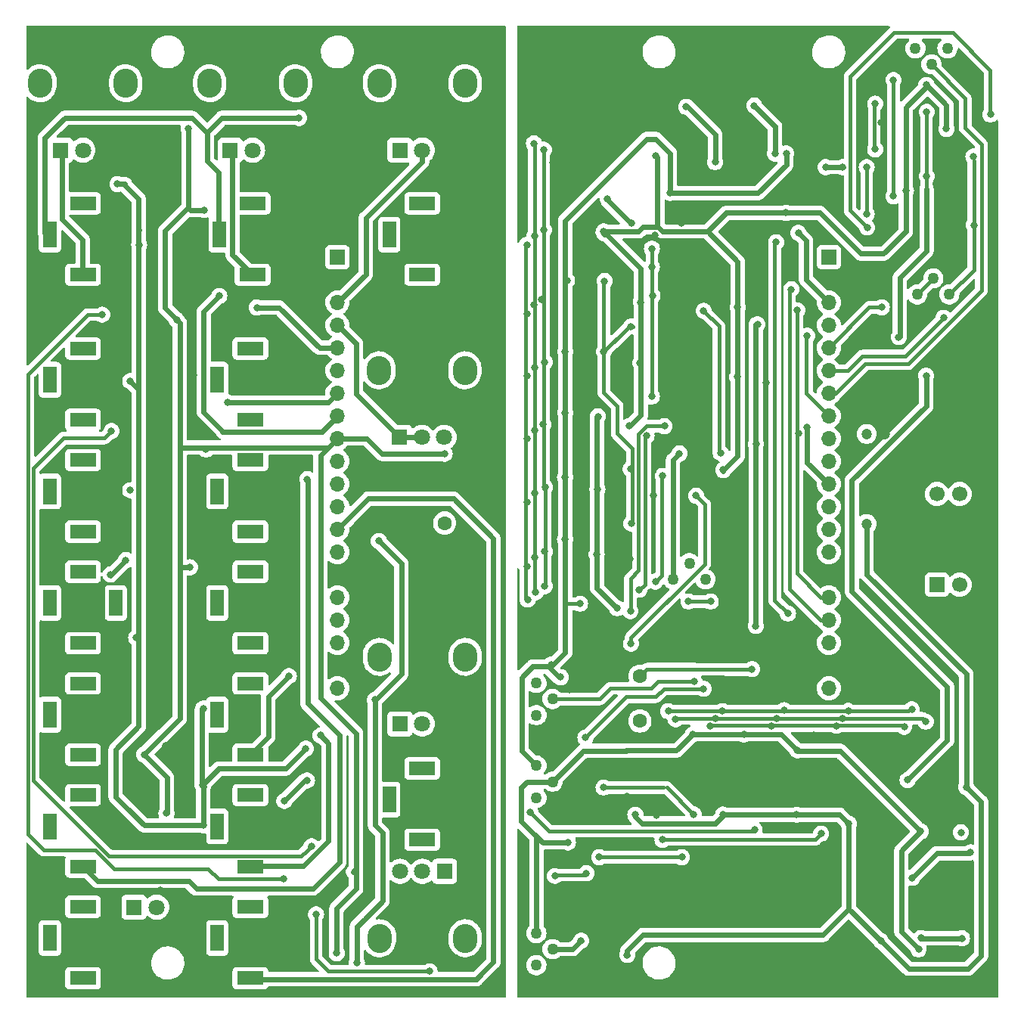
<source format=gbr>
%TF.GenerationSoftware,KiCad,Pcbnew,7.0.10*%
%TF.CreationDate,2024-04-12T22:07:13+02:00*%
%TF.ProjectId,L235-Analog-Processor,4c323335-2d41-46e6-916c-6f672d50726f,rev?*%
%TF.SameCoordinates,Original*%
%TF.FileFunction,Copper,L2,Bot*%
%TF.FilePolarity,Positive*%
%FSLAX46Y46*%
G04 Gerber Fmt 4.6, Leading zero omitted, Abs format (unit mm)*
G04 Created by KiCad (PCBNEW 7.0.10) date 2024-04-12 22:07:13*
%MOMM*%
%LPD*%
G01*
G04 APERTURE LIST*
%TA.AperFunction,ComponentPad*%
%ADD10O,2.720000X3.240000*%
%TD*%
%TA.AperFunction,ComponentPad*%
%ADD11R,1.800000X1.800000*%
%TD*%
%TA.AperFunction,ComponentPad*%
%ADD12C,1.800000*%
%TD*%
%TA.AperFunction,ComponentPad*%
%ADD13C,1.600000*%
%TD*%
%TA.AperFunction,ComponentPad*%
%ADD14R,1.500000X3.000000*%
%TD*%
%TA.AperFunction,ComponentPad*%
%ADD15R,3.000000X1.500000*%
%TD*%
%TA.AperFunction,ComponentPad*%
%ADD16R,1.700000X1.700000*%
%TD*%
%TA.AperFunction,ComponentPad*%
%ADD17O,1.700000X1.700000*%
%TD*%
%TA.AperFunction,ComponentPad*%
%ADD18C,1.200000*%
%TD*%
%TA.AperFunction,ComponentPad*%
%ADD19C,1.260000*%
%TD*%
%TA.AperFunction,ComponentPad*%
%ADD20C,1.700000*%
%TD*%
%TA.AperFunction,ViaPad*%
%ADD21C,0.800000*%
%TD*%
%TA.AperFunction,Conductor*%
%ADD22C,0.400000*%
%TD*%
%TA.AperFunction,Conductor*%
%ADD23C,0.600000*%
%TD*%
G04 APERTURE END LIST*
D10*
%TO.P,RV10,*%
%TO.N,*%
X143800000Y-36750000D03*
X153400000Y-36750000D03*
D11*
%TO.P,RV10,1,1*%
%TO.N,Net-(J2-PadT)*%
X146100000Y-44250000D03*
D12*
%TO.P,RV10,2,2*%
%TO.N,Net-(R3-Pad1)*%
X148600000Y-44250000D03*
%TO.P,RV10,3,3*%
%TO.N,GND*%
X151100000Y-44250000D03*
%TD*%
D13*
%TO.P,C7,1*%
%TO.N,F1-1{slash}100*%
X191950000Y-108150000D03*
%TO.P,C7,2*%
%TO.N,F1*%
X191950000Y-103150000D03*
%TD*%
D14*
%TO.P,J11,G*%
%TO.N,GND*%
X152050000Y-94950000D03*
D15*
%TO.P,J11,S*%
%TO.N,unconnected-(J11-PadS)*%
X148350000Y-91450000D03*
%TO.P,J11,T*%
%TO.N,Net-(J11-PadT)*%
X148350000Y-99450000D03*
D14*
%TO.P,J11,TN*%
%TO.N,unconnected-(J11-PadTN)*%
X144650000Y-94950000D03*
%TD*%
%TO.P,J4,G*%
%TO.N,GND*%
X152050000Y-119950000D03*
D15*
%TO.P,J4,S*%
%TO.N,unconnected-(J4-PadS)*%
X148350000Y-116450000D03*
%TO.P,J4,T*%
%TO.N,Net-(J4-PadT)*%
X148350000Y-124450000D03*
D14*
%TO.P,J4,TN*%
%TO.N,unconnected-(J4-PadTN)*%
X144650000Y-119950000D03*
%TD*%
%TO.P,J2,G*%
%TO.N,GND*%
X152300000Y-53700000D03*
D15*
%TO.P,J2,S*%
%TO.N,unconnected-(J2-PadS)*%
X148600000Y-50200000D03*
%TO.P,J2,T*%
%TO.N,Net-(J2-PadT)*%
X148600000Y-58200000D03*
D14*
%TO.P,J2,TN*%
%TO.N,10V REF*%
X144900000Y-53700000D03*
%TD*%
%TO.P,J12,G*%
%TO.N,GND*%
X171300000Y-53700000D03*
D15*
%TO.P,J12,S*%
%TO.N,unconnected-(J12-PadS)*%
X167600000Y-50200000D03*
%TO.P,J12,T*%
%TO.N,Net-(J12-PadT)*%
X167600000Y-58200000D03*
D14*
%TO.P,J12,TN*%
%TO.N,unconnected-(J12-PadTN)*%
X163900000Y-53700000D03*
%TD*%
%TO.P,J17,G*%
%TO.N,GND*%
X133300000Y-82450000D03*
D15*
%TO.P,J17,S*%
%TO.N,unconnected-(J17-PadS)*%
X129600000Y-78950000D03*
%TO.P,J17,T*%
%TO.N,Net-(J17-PadT)*%
X129600000Y-86950000D03*
D14*
%TO.P,J17,TN*%
%TO.N,unconnected-(J17-PadTN)*%
X125900000Y-82450000D03*
%TD*%
D10*
%TO.P,RV9,*%
%TO.N,*%
X124800000Y-36750000D03*
X134400000Y-36750000D03*
D11*
%TO.P,RV9,1,1*%
%TO.N,Net-(J1-PadT)*%
X127100000Y-44250000D03*
D12*
%TO.P,RV9,2,2*%
%TO.N,Net-(R1-Pad1)*%
X129600000Y-44250000D03*
%TO.P,RV9,3,3*%
%TO.N,GND*%
X132100000Y-44250000D03*
%TD*%
D14*
%TO.P,J7,G*%
%TO.N,GND*%
X152050000Y-69950000D03*
D15*
%TO.P,J7,S*%
%TO.N,unconnected-(J7-PadS)*%
X148350000Y-66450000D03*
%TO.P,J7,T*%
%TO.N,Net-(J7-PadT)*%
X148350000Y-74450000D03*
D14*
%TO.P,J7,TN*%
%TO.N,unconnected-(J7-PadTN)*%
X144650000Y-69950000D03*
%TD*%
%TO.P,J13,G*%
%TO.N,GND*%
X171300000Y-116950000D03*
D15*
%TO.P,J13,S*%
%TO.N,unconnected-(J13-PadS)*%
X167600000Y-113450000D03*
%TO.P,J13,T*%
%TO.N,Net-(J13-PadT)*%
X167600000Y-121450000D03*
D14*
%TO.P,J13,TN*%
%TO.N,unconnected-(J13-PadTN)*%
X163900000Y-116950000D03*
%TD*%
%TO.P,J8,G*%
%TO.N,GND*%
X152050000Y-107450000D03*
D15*
%TO.P,J8,S*%
%TO.N,unconnected-(J8-PadS)*%
X148350000Y-103950000D03*
%TO.P,J8,T*%
%TO.N,Net-(J8-PadT)*%
X148350000Y-111950000D03*
D14*
%TO.P,J8,TN*%
%TO.N,unconnected-(J8-PadTN)*%
X144650000Y-107450000D03*
%TD*%
D10*
%TO.P,RV11,*%
%TO.N,*%
X162800000Y-36750000D03*
X172400000Y-36750000D03*
D11*
%TO.P,RV11,1,1*%
%TO.N,Net-(J12-PadT)*%
X165100000Y-44250000D03*
D12*
%TO.P,RV11,2,2*%
%TO.N,CV_SELECT*%
X167600000Y-44250000D03*
%TO.P,RV11,3,3*%
%TO.N,GND*%
X170100000Y-44250000D03*
%TD*%
D14*
%TO.P,J5,G*%
%TO.N,GND*%
X133300000Y-132450000D03*
D15*
%TO.P,J5,S*%
%TO.N,unconnected-(J5-PadS)*%
X129600000Y-128950000D03*
%TO.P,J5,T*%
%TO.N,Net-(J5-PadT)*%
X129600000Y-136950000D03*
D14*
%TO.P,J5,TN*%
%TO.N,unconnected-(J5-PadTN)*%
X125900000Y-132450000D03*
%TD*%
%TO.P,J10,G*%
%TO.N,GND*%
X133300000Y-107450000D03*
D15*
%TO.P,J10,S*%
%TO.N,unconnected-(J10-PadS)*%
X129600000Y-103950000D03*
%TO.P,J10,T*%
%TO.N,Net-(J10-PadT)*%
X129600000Y-111950000D03*
D14*
%TO.P,J10,TN*%
%TO.N,unconnected-(J10-PadTN)*%
X125900000Y-107450000D03*
%TD*%
%TO.P,J15,G*%
%TO.N,unconnected-(J15-PadG)*%
X133300000Y-94950000D03*
D15*
%TO.P,J15,S*%
%TO.N,unconnected-(J15-PadS)*%
X129600000Y-91450000D03*
%TO.P,J15,T*%
%TO.N,Net-(J15-PadT)*%
X129600000Y-99450000D03*
D14*
%TO.P,J15,TN*%
%TO.N,unconnected-(J15-PadTN)*%
X125900000Y-94950000D03*
%TD*%
%TO.P,J16,G*%
%TO.N,GND*%
X133300000Y-69950000D03*
D15*
%TO.P,J16,S*%
%TO.N,unconnected-(J16-PadS)*%
X129600000Y-66450000D03*
%TO.P,J16,T*%
%TO.N,Net-(J16-PadT)*%
X129600000Y-74450000D03*
D14*
%TO.P,J16,TN*%
%TO.N,unconnected-(J16-PadTN)*%
X125900000Y-69950000D03*
%TD*%
D10*
%TO.P,RV8,*%
%TO.N,*%
X172400000Y-132475000D03*
X162800000Y-132475000D03*
D11*
%TO.P,RV8,1,1*%
%TO.N,Function Out*%
X170100000Y-124975000D03*
D12*
%TO.P,RV8,2,2*%
%TO.N,Net-(U12B--)*%
X167600000Y-124975000D03*
%TO.P,RV8,3,3*%
X165100000Y-124975000D03*
%TD*%
D16*
%TO.P,J19,1,Pin_1*%
%TO.N,unconnected-(J19-Pin_1-Pad1)*%
X213100000Y-56220000D03*
D17*
%TO.P,J19,2,Pin_2*%
%TO.N,GND*%
X213100000Y-58760000D03*
%TO.P,J19,3,Pin_3*%
%TO.N,CV_SELECT*%
X213100000Y-61300000D03*
%TO.P,J19,4,Pin_4*%
%TO.N,X*%
X213100000Y-63840000D03*
%TO.P,J19,5,Pin_5*%
%TO.N,|A|*%
X213100000Y-66380000D03*
%TO.P,J19,6,Pin_6*%
%TO.N,\u221A(A\u00B2+B\u00B2)*%
X213100000Y-68920000D03*
%TO.P,J19,7,Pin_7*%
%TO.N,|B|*%
X213100000Y-71460000D03*
%TO.P,J19,8,Pin_8*%
%TO.N,A*%
X213100000Y-74000000D03*
%TO.P,J19,9,Pin_9*%
%TO.N,+12V*%
X213100000Y-76540000D03*
%TO.P,J19,10,Pin_10*%
%TO.N,-12V*%
X213100000Y-79080000D03*
%TO.P,J19,11,Pin_11*%
%TO.N,B*%
X213100000Y-81620000D03*
%TO.P,J19,12,Pin_12*%
%TO.N,Function Out*%
X213100000Y-84160000D03*
%TO.P,J19,13,Pin_13*%
%TO.N,<X>*%
X213100000Y-86700000D03*
%TO.P,J19,14,Pin_14*%
%TO.N,10V REF*%
X213100000Y-89240000D03*
%TO.P,J19,15,Pin_15*%
%TO.N,GND*%
X213100000Y-91780000D03*
%TO.P,J19,16,Pin_16*%
%TO.N,A - B*%
X213100000Y-94320000D03*
%TO.P,J19,17,Pin_17*%
%TO.N,AD534_OUT*%
X213100000Y-96860000D03*
%TO.P,J19,18,Pin_18*%
%TO.N,CV_FUNCTION*%
X213100000Y-99400000D03*
%TO.P,J19,19,Pin_19*%
%TO.N,GND*%
X213100000Y-101940000D03*
%TO.P,J19,20,Pin_20*%
%TO.N,unconnected-(J19-Pin_20-Pad20)*%
X213100000Y-104480000D03*
%TD*%
D13*
%TO.P,C3,1*%
%TO.N,Net-(U7B-+)*%
X170100000Y-86000000D03*
%TO.P,C3,2*%
%TO.N,GND*%
X165100000Y-86000000D03*
%TD*%
D16*
%TO.P,J14,1,Pin_1*%
%TO.N,unconnected-(J14-Pin_1-Pad1)*%
X158100000Y-56220000D03*
D17*
%TO.P,J14,2,Pin_2*%
%TO.N,GND*%
X158100000Y-58760000D03*
%TO.P,J14,3,Pin_3*%
%TO.N,CV_SELECT*%
X158100000Y-61300000D03*
%TO.P,J14,4,Pin_4*%
%TO.N,X*%
X158100000Y-63840000D03*
%TO.P,J14,5,Pin_5*%
%TO.N,|A|*%
X158100000Y-66380000D03*
%TO.P,J14,6,Pin_6*%
%TO.N,\u221A(A\u00B2+B\u00B2)*%
X158100000Y-68920000D03*
%TO.P,J14,7,Pin_7*%
%TO.N,|B|*%
X158100000Y-71460000D03*
%TO.P,J14,8,Pin_8*%
%TO.N,A*%
X158100000Y-74000000D03*
%TO.P,J14,9,Pin_9*%
%TO.N,+12V*%
X158100000Y-76540000D03*
%TO.P,J14,10,Pin_10*%
%TO.N,-12V*%
X158100000Y-79080000D03*
%TO.P,J14,11,Pin_11*%
%TO.N,B*%
X158100000Y-81620000D03*
%TO.P,J14,12,Pin_12*%
%TO.N,Function Out*%
X158100000Y-84160000D03*
%TO.P,J14,13,Pin_13*%
%TO.N,<X>*%
X158100000Y-86700000D03*
%TO.P,J14,14,Pin_14*%
%TO.N,10V REF*%
X158100000Y-89240000D03*
%TO.P,J14,15,Pin_15*%
%TO.N,GND*%
X158100000Y-91780000D03*
%TO.P,J14,16,Pin_16*%
%TO.N,A - B*%
X158100000Y-94320000D03*
%TO.P,J14,17,Pin_17*%
%TO.N,AD534_OUT*%
X158100000Y-96860000D03*
%TO.P,J14,18,Pin_18*%
%TO.N,CV_FUNCTION*%
X158100000Y-99400000D03*
%TO.P,J14,19,Pin_19*%
%TO.N,GND*%
X158100000Y-101940000D03*
%TO.P,J14,20,Pin_20*%
%TO.N,unconnected-(J14-Pin_20-Pad20)*%
X158100000Y-104480000D03*
%TD*%
D10*
%TO.P,RV12,*%
%TO.N,*%
X162800000Y-100975000D03*
X172400000Y-100975000D03*
D11*
%TO.P,RV12,1,1*%
%TO.N,Net-(J13-PadT)*%
X165100000Y-108475000D03*
D12*
%TO.P,RV12,2,2*%
%TO.N,CV_FUNCTION*%
X167600000Y-108475000D03*
%TO.P,RV12,3,3*%
%TO.N,GND*%
X170100000Y-108475000D03*
%TD*%
D14*
%TO.P,J1,G*%
%TO.N,GND*%
X133300000Y-53700000D03*
D15*
%TO.P,J1,S*%
%TO.N,unconnected-(J1-PadS)*%
X129600000Y-50200000D03*
%TO.P,J1,T*%
%TO.N,Net-(J1-PadT)*%
X129600000Y-58200000D03*
D14*
%TO.P,J1,TN*%
%TO.N,10V REF*%
X125900000Y-53700000D03*
%TD*%
D11*
%TO.P,D24,1,K*%
%TO.N,Net-(D24-K)*%
X135325000Y-129000000D03*
D12*
%TO.P,D24,2,A*%
%TO.N,Net-(D24-A)*%
X137865000Y-129000000D03*
%TD*%
D14*
%TO.P,J18,G*%
%TO.N,GND*%
X133300000Y-119950000D03*
D15*
%TO.P,J18,S*%
%TO.N,unconnected-(J18-PadS)*%
X129600000Y-116450000D03*
%TO.P,J18,T*%
%TO.N,Net-(J18-PadT)*%
X129600000Y-124450000D03*
D14*
%TO.P,J18,TN*%
%TO.N,unconnected-(J18-PadTN)*%
X125900000Y-119950000D03*
%TD*%
%TO.P,J9,G*%
%TO.N,GND*%
X152050000Y-82450000D03*
D15*
%TO.P,J9,S*%
%TO.N,unconnected-(J9-PadS)*%
X148350000Y-78950000D03*
%TO.P,J9,T*%
%TO.N,Net-(J9-PadT)*%
X148350000Y-86950000D03*
D14*
%TO.P,J9,TN*%
%TO.N,unconnected-(J9-PadTN)*%
X144650000Y-82450000D03*
%TD*%
D10*
%TO.P,RV7,*%
%TO.N,*%
X162750000Y-68890000D03*
X172350000Y-68890000D03*
D11*
%TO.P,RV7,1,1*%
%TO.N,X*%
X165050000Y-76390000D03*
D12*
%TO.P,RV7,2,2*%
X167550000Y-76390000D03*
%TO.P,RV7,3,3*%
%TO.N,Net-(U7B-+)*%
X170050000Y-76390000D03*
%TD*%
D14*
%TO.P,J3,G*%
%TO.N,GND*%
X152050000Y-132450000D03*
D15*
%TO.P,J3,S*%
%TO.N,unconnected-(J3-PadS)*%
X148350000Y-128950000D03*
%TO.P,J3,T*%
%TO.N,<X>*%
X148350000Y-136950000D03*
D14*
%TO.P,J3,TN*%
%TO.N,Net-(U7B--)*%
X144650000Y-132450000D03*
%TD*%
D18*
%TO.P,C38,1*%
%TO.N,GND*%
X219350000Y-86100000D03*
%TO.P,C38,2*%
%TO.N,-12V*%
X217350000Y-86100000D03*
%TD*%
D19*
%TO.P,RV1,1,1*%
%TO.N,+12V*%
X195703949Y-92296051D03*
%TO.P,RV1,2,2*%
%TO.N,Net-(R18-Pad2)*%
X197500000Y-90500000D03*
%TO.P,RV1,3,3*%
%TO.N,-12V*%
X199296051Y-92296051D03*
%TD*%
%TO.P,RV6,1,1*%
%TO.N,+12V*%
X180378949Y-113153949D03*
%TO.P,RV6,2,2*%
X182175000Y-114950000D03*
%TO.P,RV6,3,3*%
%TO.N,Net-(R52-Pad2)*%
X180378949Y-116746051D03*
%TD*%
%TO.P,RV4,1,1*%
%TO.N,+12V*%
X180375000Y-131900000D03*
%TO.P,RV4,2,2*%
X182171051Y-133696051D03*
%TO.P,RV4,3,3*%
%TO.N,Net-(R45-Pad2)*%
X180375000Y-135492102D03*
%TD*%
%TO.P,RV2,1,1*%
%TO.N,Net-(R21-Pad2)*%
X223007898Y-60400000D03*
%TO.P,RV2,2,2*%
X224803949Y-58603949D03*
%TO.P,RV2,3,3*%
%TO.N,Net-(U5A--)*%
X226600000Y-60400000D03*
%TD*%
%TO.P,RV5,1,1*%
%TO.N,Net-(R51-Pad1)*%
X180378949Y-103903949D03*
%TO.P,RV5,2,2*%
%TO.N,ln |x|*%
X182175000Y-105700000D03*
%TO.P,RV5,3,3*%
X180378949Y-107496051D03*
%TD*%
D16*
%TO.P,J6,1,Pin_1*%
%TO.N,-12V*%
X225210000Y-92900000D03*
D20*
%TO.P,J6,2,Pin_2*%
X227750000Y-92900000D03*
%TO.P,J6,3,Pin_3*%
%TO.N,GND*%
X225210000Y-90360000D03*
%TO.P,J6,4,Pin_4*%
X227750000Y-90360000D03*
%TO.P,J6,5,Pin_5*%
X225210000Y-87820000D03*
%TO.P,J6,6,Pin_6*%
X227750000Y-87820000D03*
%TO.P,J6,7,Pin_7*%
X225210000Y-85280000D03*
%TO.P,J6,8,Pin_8*%
X227750000Y-85280000D03*
%TO.P,J6,9,Pin_9*%
%TO.N,+12V*%
X225210000Y-82740000D03*
%TO.P,J6,10,Pin_10*%
X227750000Y-82740000D03*
%TD*%
D18*
%TO.P,C39,1*%
%TO.N,+12V*%
X217350000Y-76025000D03*
%TO.P,C39,2*%
%TO.N,GND*%
X219350000Y-76025000D03*
%TD*%
D19*
%TO.P,RV3,1,1*%
%TO.N,Net-(R33-Pad2)*%
X226396051Y-32853949D03*
%TO.P,RV3,2,2*%
%TO.N,|B|*%
X224600000Y-34650000D03*
%TO.P,RV3,3,3*%
X222803949Y-32853949D03*
%TD*%
D21*
%TO.N,Net-(D10-A)*%
X231200000Y-40250000D03*
X217400000Y-52910000D03*
%TO.N,+12V*%
X170100000Y-78250000D03*
X136450000Y-111900000D03*
X224061600Y-47174400D03*
X182000000Y-101850000D03*
X203600000Y-109650000D03*
X205130000Y-63750000D03*
X141600000Y-90950000D03*
X158015400Y-134158800D03*
X196390000Y-78202500D03*
X185250000Y-95028000D03*
X223160000Y-133720000D03*
X143177500Y-50950000D03*
X140110000Y-63290000D03*
X204950000Y-77125000D03*
X223400000Y-120520000D03*
X183800000Y-58820000D03*
X183575000Y-80880000D03*
X138950000Y-118500000D03*
X224060000Y-39970000D03*
X208335000Y-44610000D03*
X220941974Y-65185000D03*
X183100000Y-103260000D03*
X185375000Y-132750000D03*
X143390000Y-77760000D03*
X141440000Y-41850000D03*
X183900000Y-121750000D03*
X183600000Y-73650000D03*
X183600000Y-66800000D03*
X183574000Y-87805000D03*
X204925000Y-97525000D03*
X209600000Y-111450000D03*
X195335000Y-49054000D03*
X197865000Y-109635000D03*
%TO.N,\u221A(A\u00B2+B\u00B2)*%
X225950000Y-63020000D03*
%TO.N,|B|*%
X155194000Y-122174000D03*
X145840000Y-72490000D03*
X132800000Y-75700000D03*
%TO.N,X*%
X155701000Y-129794000D03*
X168402000Y-136169400D03*
%TO.N,|A|*%
X152100000Y-125825000D03*
X149070000Y-61870000D03*
X219030000Y-61850000D03*
X131760000Y-62670000D03*
%TO.N,F1-1{slash}100*%
X194500000Y-121450000D03*
X212240000Y-120770000D03*
%TO.N,A*%
X188000000Y-58900000D03*
X187920000Y-66810000D03*
X210680000Y-65020000D03*
X190925000Y-79925000D03*
X191000000Y-86050000D03*
X190960000Y-63990000D03*
X144875000Y-60575000D03*
%TO.N,F1*%
X204500000Y-102350000D03*
%TO.N,10V REF*%
X208530000Y-96130000D03*
X153800000Y-40650000D03*
X207210000Y-54560000D03*
%TO.N,Net-(J4-PadT)*%
X156210000Y-109778800D03*
%TO.N,Net-(J8-PadT)*%
X152650000Y-103125000D03*
%TO.N,B*%
X210700000Y-75300000D03*
%TO.N,Net-(J18-PadT)*%
X154730000Y-81090000D03*
%TO.N,A - B*%
X209570000Y-62170000D03*
X209700000Y-75950000D03*
%TO.N,-|B|*%
X194700000Y-75150000D03*
X190890000Y-95850000D03*
%TO.N,\u221A|x| or X\u00B2*%
X185860000Y-110014000D03*
X199100000Y-104550000D03*
%TO.N,(-dX{slash}dt) or (-dX{slash}dt\u002A1{slash}100)*%
X197390000Y-94774000D03*
X199890000Y-94774000D03*
%TO.N,Net-(U6B-+)*%
X220350000Y-36400000D03*
X220350000Y-49400000D03*
%TO.N,ln |x|*%
X198052000Y-103750000D03*
%TO.N,Net-(U13D-+)*%
X152146000Y-117094000D03*
X154686000Y-114808000D03*
%TO.N,GND*%
X208510000Y-39730000D03*
X194700000Y-109700000D03*
X193165000Y-125035000D03*
X185800000Y-68200000D03*
X185410000Y-75030000D03*
X193600000Y-53750000D03*
X221900000Y-116450000D03*
X215350000Y-115500000D03*
X224468000Y-109760000D03*
X141850000Y-83550000D03*
X182600000Y-39750000D03*
X181800000Y-118150000D03*
X182200000Y-45650000D03*
X182375000Y-111575000D03*
X190480000Y-116560000D03*
X142490000Y-54980000D03*
X227850000Y-134700000D03*
X194430000Y-78140000D03*
X185800000Y-82200000D03*
X225650000Y-47900000D03*
X193450000Y-82875000D03*
X193815000Y-118735000D03*
X228875000Y-117725000D03*
X194900000Y-65850000D03*
X206450000Y-98950000D03*
X229550000Y-38300000D03*
X200600000Y-88650000D03*
X208100000Y-115850000D03*
X161544000Y-125984000D03*
X138303000Y-127127000D03*
X190360000Y-102040000D03*
X190840000Y-90040000D03*
X163150000Y-80850000D03*
X138850000Y-110900000D03*
X154482800Y-131572000D03*
X185240000Y-86720000D03*
X218991974Y-41135000D03*
X180526000Y-100000000D03*
X196600000Y-52450000D03*
X191439800Y-130252200D03*
X195280000Y-68530000D03*
X206100000Y-70250000D03*
X182118000Y-122936000D03*
X172650000Y-82450000D03*
X143400000Y-104750000D03*
X190810000Y-70060000D03*
X226300000Y-66700000D03*
X144780000Y-116586000D03*
X190700000Y-65850000D03*
X139477500Y-42727501D03*
X198052000Y-93504000D03*
X143700000Y-91950000D03*
X145872200Y-78765400D03*
X141965000Y-69470000D03*
X188830000Y-110000000D03*
X211400000Y-109750000D03*
X210575000Y-49300000D03*
X184070000Y-104690000D03*
X142426000Y-98330000D03*
X173190000Y-78700000D03*
X192000000Y-136950000D03*
X198380000Y-69670000D03*
X137132000Y-62992000D03*
X165720000Y-59670000D03*
X217850000Y-127700000D03*
X218790000Y-48210000D03*
X217050000Y-123275000D03*
X217875000Y-134675000D03*
X201100000Y-103550000D03*
X148000000Y-47800000D03*
X194700000Y-62150000D03*
X185200000Y-129300000D03*
X194400000Y-97900000D03*
X186600000Y-58900000D03*
X218000000Y-119625000D03*
X137600000Y-99854000D03*
X185504400Y-123425200D03*
X190500000Y-112825000D03*
X132400000Y-47050000D03*
X204225000Y-61275000D03*
X172675000Y-87550000D03*
X194000000Y-39400000D03*
X229050000Y-35020000D03*
X182250000Y-94000000D03*
X225350000Y-53650000D03*
X203600000Y-105650000D03*
%TO.N,-12V*%
X190550000Y-134350000D03*
X208325000Y-51275000D03*
X189416000Y-95536000D03*
X143100000Y-106750000D03*
X143070000Y-119840000D03*
X202850000Y-69625000D03*
X209500000Y-118650000D03*
X228500000Y-115550000D03*
X187900000Y-53350000D03*
X215350000Y-119675000D03*
X191448000Y-118650000D03*
X191990000Y-68080000D03*
X160274000Y-135255000D03*
X192065000Y-61300000D03*
X143002000Y-115316000D03*
X135900000Y-54850000D03*
X134874000Y-70104000D03*
X135568000Y-98838000D03*
X226271400Y-41865800D03*
X202900000Y-61850000D03*
X187110000Y-89500000D03*
X162300000Y-105791000D03*
X193740000Y-44890000D03*
X201300000Y-80050000D03*
X227900000Y-120620000D03*
X154559000Y-111252000D03*
X190770000Y-75150000D03*
X221750000Y-48800000D03*
X162730000Y-88010000D03*
X187250000Y-74060000D03*
X134870000Y-82320000D03*
X133477500Y-48050000D03*
X187200000Y-82205000D03*
X224025000Y-36950000D03*
X201285000Y-118635000D03*
X218925000Y-132775000D03*
%TO.N,+5V*%
X188349200Y-49714400D03*
X221925000Y-114775000D03*
X224000000Y-69500000D03*
X191041600Y-52406800D03*
%TO.N,X\u00B2*%
X196665000Y-123400000D03*
X187400000Y-123400000D03*
%TO.N,Net-(J10-PadT)*%
X134400000Y-90150000D03*
X132700000Y-91750000D03*
%TO.N,F2*%
X179700000Y-118400000D03*
X204800000Y-120350000D03*
%TO.N,Net-(U29B-+)*%
X228950000Y-122870000D03*
X222450000Y-125720000D03*
%TO.N,Net-(U20B-+)*%
X200385000Y-45585000D03*
X197150000Y-39400000D03*
%TO.N,Sine*%
X192700000Y-76250000D03*
X191900000Y-93450000D03*
%TO.N,AD534_OUT*%
X193300000Y-71830000D03*
X208900000Y-59830000D03*
X193300000Y-55275000D03*
X193370000Y-60530000D03*
X193305000Y-57320000D03*
%TO.N,Net-(U30C-+)*%
X223425000Y-132460000D03*
X228015000Y-132480000D03*
%TO.N,CV_SELECT*%
X209690000Y-53510000D03*
%TO.N,CA3046_B3*%
X187900000Y-115600000D03*
X197990000Y-118620000D03*
%TO.N,AD534_X2*%
X190950000Y-99500000D03*
X198250000Y-82940000D03*
%TO.N,AD534_X1*%
X193700000Y-92550000D03*
X194525000Y-80725000D03*
%TO.N,A2*%
X181300000Y-67975000D03*
X181325000Y-82000000D03*
X180975000Y-60950000D03*
X181300000Y-93050000D03*
X181200000Y-53175000D03*
X181150000Y-74975000D03*
X181200000Y-44200000D03*
X181300000Y-89200000D03*
%TO.N,A1*%
X180175000Y-75625000D03*
X180175000Y-82675000D03*
X180125000Y-61600000D03*
X180100000Y-43500000D03*
X180200000Y-89875000D03*
X180200000Y-68625000D03*
X180300000Y-93750000D03*
X180150000Y-53850000D03*
%TO.N,A0*%
X179300000Y-90850000D03*
X179300000Y-76550000D03*
X179300000Y-62550000D03*
X179300000Y-83650000D03*
X179300000Y-69550000D03*
X179300000Y-54850000D03*
X179400000Y-94550000D03*
%TO.N,B2*%
X222400000Y-106850000D03*
X215275000Y-107025000D03*
X201200000Y-107050000D03*
X208100000Y-106950000D03*
X195125000Y-107050000D03*
%TO.N,B1*%
X214625000Y-107875000D03*
X200400000Y-107852500D03*
X207300000Y-107852500D03*
X195950000Y-107950000D03*
X223960000Y-108236000D03*
%TO.N,B0*%
X213950000Y-108700000D03*
X221550000Y-108800000D03*
X206700000Y-108700000D03*
X199800000Y-108710000D03*
%TO.N,Net-(R28-Pad1)*%
X218300000Y-44150000D03*
X218300000Y-39050000D03*
%TO.N,Net-(TR1-Pad2)*%
X217350000Y-46150000D03*
X217350000Y-51400000D03*
%TO.N,Net-(U9A--)*%
X182450000Y-125500000D03*
X185950000Y-125200000D03*
%TO.N,Net-(U5A--)*%
X229291974Y-44950000D03*
X229350000Y-52650000D03*
%TO.N,Net-(U21C-+)*%
X207085000Y-44635000D03*
X204760000Y-39260000D03*
%TO.N,Net-(U37A--)*%
X214650000Y-46150000D03*
X212750000Y-46150000D03*
%TO.N,Net-(U16-Z)*%
X201025000Y-78175000D03*
X199100000Y-62250000D03*
%TD*%
D22*
%TO.N,Net-(D10-A)*%
X231181371Y-40231371D02*
X231200000Y-40250000D01*
X215489223Y-36000000D02*
X220409223Y-31080000D01*
X217400000Y-52910000D02*
X215489223Y-50999223D01*
X220409223Y-31080000D02*
X226960000Y-31080000D01*
X226960000Y-31080000D02*
X231181371Y-35301371D01*
X231181371Y-35301371D02*
X231181371Y-40231371D01*
X215489223Y-50999223D02*
X215489223Y-36000000D01*
D23*
%TO.N,+12V*%
X180375000Y-121052208D02*
X180026396Y-120703604D01*
X160186396Y-124670811D02*
X159827603Y-125029603D01*
X140450000Y-90875000D02*
X140450000Y-77575000D01*
X205164000Y-49054000D02*
X208335000Y-45883000D01*
X182175000Y-114950000D02*
X185640000Y-111485000D01*
X139000000Y-116900000D02*
X139000000Y-118450000D01*
X157990000Y-129159000D02*
X157990000Y-134133400D01*
X196030000Y-111470000D02*
X197865000Y-109635000D01*
X221220000Y-122700000D02*
X221220000Y-131712792D01*
X183350000Y-100750000D02*
X182030000Y-102070000D01*
X158100000Y-76540000D02*
X161390000Y-76540000D01*
X183600000Y-100500000D02*
X183600000Y-95100000D01*
X197880000Y-109650000D02*
X197865000Y-109635000D01*
X224041974Y-55535000D02*
X221041974Y-58535000D01*
X204925000Y-94700000D02*
X204925000Y-77150000D01*
X204950000Y-77125000D02*
X204925000Y-77100000D01*
X180375000Y-125180000D02*
X180375000Y-127750000D01*
X140450000Y-63590000D02*
X138800000Y-61940000D01*
X141600000Y-90950000D02*
X140525000Y-90950000D01*
X195654474Y-92246576D02*
X195654474Y-78938026D01*
X137063604Y-111263604D02*
X136450000Y-111877207D01*
X203100000Y-109650000D02*
X207800000Y-109650000D01*
X182030000Y-102070000D02*
X181670000Y-102070000D01*
X140475000Y-77550000D02*
X140450000Y-77575000D01*
X139000000Y-114450000D02*
X136450000Y-111900000D01*
X140450000Y-63630000D02*
X140110000Y-63290000D01*
X221041974Y-58535000D02*
X221041974Y-65085000D01*
X183575000Y-52150000D02*
X183575000Y-58825000D01*
X140450000Y-93600000D02*
X140450000Y-106350000D01*
X178681396Y-119358604D02*
X180026396Y-120703604D01*
X195335000Y-44600000D02*
X193725000Y-42990000D01*
X136450000Y-111877207D02*
X136450000Y-111900000D01*
X141427500Y-50750000D02*
X141427500Y-41862500D01*
X179340000Y-114950000D02*
X178681396Y-115608604D01*
X138800000Y-53300000D02*
X141350000Y-50750000D01*
X183600000Y-66725000D02*
X183600000Y-59000000D01*
D22*
X224041974Y-41148000D02*
X224041974Y-39988026D01*
D23*
X160186396Y-121869200D02*
X160186396Y-126962604D01*
D22*
X224041974Y-41148000D02*
X224041974Y-48585000D01*
D23*
X221220000Y-131712792D02*
X222968604Y-133461396D01*
X140450000Y-64960000D02*
X140450000Y-63590000D01*
X208900000Y-110750000D02*
X209600000Y-111450000D01*
X179340000Y-114950000D02*
X182175000Y-114950000D01*
X178700000Y-103300000D02*
X178700000Y-111475000D01*
X138800000Y-61940000D02*
X138800000Y-53300000D01*
X139000000Y-116900000D02*
X139000000Y-114450000D01*
X143177500Y-50950000D02*
X141627500Y-50950000D01*
X170100000Y-78250000D02*
X163100000Y-78250000D01*
X178700000Y-111475000D02*
X180378949Y-113153949D01*
X204925000Y-77150000D02*
X204950000Y-77125000D01*
X204925000Y-95425000D02*
X204925000Y-94700000D01*
X141427500Y-50750000D02*
X141350000Y-50750000D01*
X200800000Y-109650000D02*
X203100000Y-109650000D01*
D22*
X224041974Y-39988026D02*
X224060000Y-39970000D01*
D23*
X214365000Y-111485000D02*
X223400000Y-120520000D01*
X195703949Y-92296051D02*
X195654474Y-92246576D01*
X139000000Y-116200000D02*
X139000000Y-116900000D01*
X158100000Y-76540000D02*
X157090000Y-77550000D01*
X193725000Y-42990000D02*
X192735000Y-42990000D01*
X140450000Y-106350000D02*
X140450000Y-107877207D01*
X182850000Y-103250000D02*
X181670000Y-102070000D01*
X183600000Y-95100000D02*
X183600000Y-66800000D01*
X190447000Y-111470000D02*
X190432000Y-111485000D01*
X160186396Y-126962604D02*
X157990000Y-129159000D01*
X140450000Y-106350000D02*
X140450000Y-106850000D01*
X183600000Y-66800000D02*
X183600000Y-66725000D01*
X180375000Y-125180000D02*
X180375000Y-121052208D01*
X140450000Y-77575000D02*
X140450000Y-64960000D01*
X203100000Y-109650000D02*
X203600000Y-109650000D01*
X195335000Y-49054000D02*
X195335000Y-44600000D01*
X208900000Y-110750000D02*
X209635000Y-111485000D01*
X140450000Y-64960000D02*
X140450000Y-63630000D01*
X140450000Y-93600000D02*
X140450000Y-90875000D01*
X184428949Y-133696051D02*
X185375000Y-132750000D01*
X157090000Y-77550000D02*
X140475000Y-77550000D01*
X209635000Y-111485000D02*
X214365000Y-111485000D01*
D22*
X221041974Y-65085000D02*
X220941974Y-65185000D01*
D23*
X204925000Y-77100000D02*
X204925000Y-63750000D01*
X161390000Y-76540000D02*
X163100000Y-78250000D01*
X140450000Y-107877207D02*
X137063604Y-111263604D01*
X137063604Y-111263604D02*
X136450000Y-111877208D01*
X139000000Y-118450000D02*
X138950000Y-118500000D01*
X181072792Y-121750000D02*
X183900000Y-121750000D01*
X181670000Y-102070000D02*
X179930000Y-102070000D01*
X139000000Y-115700000D02*
X139000000Y-116200000D01*
X208335000Y-45883000D02*
X208335000Y-44610000D01*
X207800000Y-109650000D02*
X208900000Y-110750000D01*
X195654474Y-78938026D02*
X196390000Y-78202500D01*
X191240000Y-111470000D02*
X191702000Y-111470000D01*
D22*
X185250000Y-95028000D02*
X183672000Y-95028000D01*
D23*
X180375000Y-127750000D02*
X180375000Y-131900000D01*
X191240000Y-111470000D02*
X193290000Y-111470000D01*
X195335000Y-49054000D02*
X205164000Y-49054000D01*
X183350000Y-100750000D02*
X183100000Y-101000000D01*
X192735000Y-42990000D02*
X183575000Y-52150000D01*
X193290000Y-111470000D02*
X196030000Y-111470000D01*
X224041974Y-48585000D02*
X224041974Y-55535000D01*
D22*
X183672000Y-95028000D02*
X183600000Y-95100000D01*
D23*
X191702000Y-111470000D02*
X190447000Y-111470000D01*
X156200000Y-105550000D02*
X160186396Y-109536396D01*
X185640000Y-111485000D02*
X190432000Y-111485000D01*
X158100000Y-76540000D02*
X156200000Y-78440000D01*
X183600000Y-100500000D02*
X183100000Y-101000000D01*
X221220000Y-122700000D02*
X223400000Y-120520000D01*
X200800000Y-109650000D02*
X197880000Y-109650000D01*
X180026396Y-120703604D02*
X181072792Y-121750000D01*
X182171051Y-133696051D02*
X184428949Y-133696051D01*
X178681396Y-115608604D02*
X178681396Y-119358604D01*
X204925000Y-94700000D02*
X204925000Y-97525000D01*
X156200000Y-78440000D02*
X156200000Y-105550000D01*
X185400000Y-132725000D02*
X185375000Y-132750000D01*
X179930000Y-102070000D02*
X178700000Y-103300000D01*
X160186396Y-109536396D02*
X160186396Y-121869200D01*
X160186396Y-121869200D02*
X160186396Y-124670811D01*
X191702000Y-111470000D02*
X196030000Y-111470000D01*
X209600000Y-111450000D02*
X209565000Y-111485000D01*
D22*
%TO.N,\u221A(A\u00B2+B\u00B2)*%
X216850000Y-67300000D02*
X215230000Y-68920000D01*
X221670000Y-67300000D02*
X216850000Y-67300000D01*
X215230000Y-68920000D02*
X213100000Y-68920000D01*
X225950000Y-63020000D02*
X221670000Y-67300000D01*
%TO.N,|B|*%
X154668000Y-122664000D02*
X155158000Y-122174000D01*
D23*
X154850000Y-72500000D02*
X155690000Y-72500000D01*
X158100000Y-71460000D02*
X157060000Y-72500000D01*
D22*
X154057000Y-123275000D02*
X132543528Y-123275000D01*
X155158000Y-122174000D02*
X155194000Y-122174000D01*
D23*
X145850000Y-72500000D02*
X145840000Y-72490000D01*
D22*
X127400000Y-76486000D02*
X131575000Y-76486000D01*
D23*
X155690000Y-72500000D02*
X156600000Y-72500000D01*
D22*
X221966974Y-68180000D02*
X230191974Y-59955000D01*
X132543528Y-123275000D02*
X124050000Y-114781472D01*
X228375000Y-38425000D02*
X224600000Y-34650000D01*
X230191974Y-59955000D02*
X230191974Y-43600000D01*
X154668000Y-122664000D02*
X154057000Y-123275000D01*
X124050000Y-79836000D02*
X127400000Y-76486000D01*
X124050000Y-114781472D02*
X124050000Y-79836000D01*
D23*
X155690000Y-72500000D02*
X145850000Y-72500000D01*
D22*
X217180000Y-68180000D02*
X213900000Y-71460000D01*
X221966974Y-68180000D02*
X217180000Y-68180000D01*
X132012000Y-76486000D02*
X131575000Y-76486000D01*
X131575000Y-76486000D02*
X132014000Y-76486000D01*
X213900000Y-71460000D02*
X213100000Y-71460000D01*
X228375000Y-41783026D02*
X228375000Y-38425000D01*
X132014000Y-76486000D02*
X132800000Y-75700000D01*
D23*
X157060000Y-72500000D02*
X156600000Y-72500000D01*
X154850000Y-72500000D02*
X157060000Y-72500000D01*
D22*
X230191974Y-43600000D02*
X228375000Y-41783026D01*
D23*
%TO.N,X*%
X165050000Y-76390000D02*
X167550000Y-76390000D01*
X158100000Y-63840000D02*
X160180000Y-65920000D01*
D22*
X157098000Y-136169400D02*
X168402000Y-136169400D01*
X155701000Y-134772400D02*
X157098000Y-136169400D01*
D23*
X160180000Y-71520000D02*
X165050000Y-76390000D01*
X160180000Y-65920000D02*
X160180000Y-71520000D01*
D22*
X155701000Y-134772400D02*
X155701000Y-129794000D01*
%TO.N,|A|*%
X130109628Y-62670000D02*
X131760000Y-62670000D01*
X130100000Y-62679628D02*
X123450000Y-69329628D01*
X217626051Y-61853949D02*
X213100000Y-66380000D01*
X130100000Y-62675000D02*
X130104628Y-62675000D01*
D23*
X156105000Y-66380000D02*
X151595000Y-61870000D01*
D22*
X130104628Y-62675000D02*
X130109628Y-62670000D01*
X131030000Y-122610000D02*
X133107525Y-124687525D01*
X125250000Y-122610000D02*
X131030000Y-122610000D01*
D23*
X158100000Y-66380000D02*
X156105000Y-66380000D01*
D22*
X123450000Y-69329628D02*
X123450000Y-120810000D01*
X218130000Y-61853949D02*
X219026051Y-61853949D01*
X218130000Y-61853949D02*
X217626051Y-61853949D01*
X130100000Y-62675000D02*
X130100000Y-62679628D01*
D23*
X151595000Y-61870000D02*
X149070000Y-61870000D01*
D22*
X143642525Y-124687525D02*
X144780000Y-125825000D01*
X123450000Y-120810000D02*
X125250000Y-122610000D01*
X133107525Y-124687525D02*
X143642525Y-124687525D01*
X144780000Y-125825000D02*
X152100000Y-125825000D01*
%TO.N,F1-1{slash}100*%
X194540000Y-121410000D02*
X194500000Y-121450000D01*
X211620000Y-121390000D02*
X212240000Y-120770000D01*
X194540000Y-121410000D02*
X211580000Y-121410000D01*
%TO.N,A*%
X190900000Y-63990000D02*
X190792561Y-63990000D01*
D23*
X156350000Y-75750000D02*
X158100000Y-74000000D01*
D22*
X213100000Y-74000000D02*
X210600000Y-71500000D01*
X191100000Y-77650000D02*
X191100000Y-79750000D01*
X191150000Y-63990000D02*
X190740000Y-63990000D01*
D23*
X155640000Y-75750000D02*
X156350000Y-75750000D01*
X143125000Y-62325000D02*
X143125000Y-63310000D01*
D22*
X191100000Y-79750000D02*
X190925000Y-79925000D01*
X189395000Y-75945000D02*
X191100000Y-77650000D01*
D23*
X143125000Y-73550000D02*
X143125000Y-63310000D01*
D22*
X191100000Y-80100000D02*
X191100000Y-85950000D01*
X210600000Y-71500000D02*
X210600000Y-65100000D01*
X187920000Y-67400000D02*
X187920000Y-58980000D01*
D23*
X144475000Y-60975000D02*
X144875000Y-60575000D01*
D22*
X187920000Y-58980000D02*
X188000000Y-58900000D01*
X187920000Y-66810000D02*
X187920000Y-67400000D01*
X190740000Y-63990000D02*
X187920000Y-66810000D01*
D23*
X143125000Y-63310000D02*
X143125000Y-62425000D01*
D22*
X189395000Y-72875000D02*
X189395000Y-75945000D01*
X190792561Y-63990000D02*
X189032561Y-65750000D01*
D23*
X155640000Y-75750000D02*
X145250000Y-75750000D01*
D22*
X187920000Y-71400000D02*
X189395000Y-72875000D01*
D23*
X144475000Y-60975000D02*
X143125000Y-62325000D01*
X143125000Y-62425000D02*
X143125000Y-62325000D01*
X145250000Y-75675000D02*
X143125000Y-73550000D01*
D22*
X187920000Y-67400000D02*
X187920000Y-71400000D01*
X210600000Y-65100000D02*
X210680000Y-65020000D01*
X190925000Y-79925000D02*
X191100000Y-80100000D01*
D23*
%TO.N,Net-(J1-PadT)*%
X129577500Y-58204628D02*
X129577500Y-54287500D01*
X127257500Y-51967500D02*
X127257500Y-44405000D01*
X127257500Y-44405000D02*
X127077500Y-44225000D01*
X129577500Y-54287500D02*
X127257500Y-51967500D01*
D22*
%TO.N,F1*%
X191950000Y-103150000D02*
X192749999Y-102350001D01*
X192749999Y-102350001D02*
X204150000Y-102400000D01*
X204452193Y-102397807D02*
X204500000Y-102350000D01*
D23*
%TO.N,10V REF*%
X145150000Y-40635000D02*
X153785000Y-40635000D01*
X153785000Y-40635000D02*
X153800000Y-40650000D01*
X143773750Y-45746250D02*
X143502647Y-45475147D01*
X127565000Y-40635000D02*
X125350000Y-42850000D01*
D22*
X207040000Y-94640000D02*
X207040000Y-54690000D01*
D23*
X125350000Y-53504628D02*
X125350000Y-42850000D01*
X144760000Y-46732500D02*
X143773750Y-45746250D01*
X144977500Y-53350000D02*
X144627500Y-53700000D01*
X141812793Y-40635000D02*
X143502647Y-42324853D01*
D22*
X208530000Y-96130000D02*
X207040000Y-94640000D01*
D23*
X140750000Y-40635000D02*
X141812793Y-40635000D01*
X127565000Y-40635000D02*
X140750000Y-40635000D01*
D22*
X207040000Y-54690000D02*
X207000000Y-54650000D01*
D23*
X125877500Y-53704628D02*
X125677500Y-53504628D01*
X143502647Y-42282353D02*
X145150000Y-40635000D01*
X143502647Y-42720000D02*
X143502647Y-42282353D01*
X144760000Y-53310000D02*
X144760000Y-46732500D01*
X143502647Y-45475147D02*
X143502647Y-42720000D01*
X143502647Y-42720000D02*
X143502647Y-42324853D01*
%TO.N,<X>*%
X173638600Y-137069400D02*
X148469400Y-137069400D01*
X171100000Y-83250000D02*
X175550000Y-87700000D01*
X175550000Y-133128000D02*
X175550000Y-134396000D01*
X161550000Y-83250000D02*
X171100000Y-83250000D01*
X175550000Y-133128000D02*
X175550000Y-135158000D01*
X175550000Y-135158000D02*
X174200800Y-136507200D01*
X158100000Y-86700000D02*
X161550000Y-83250000D01*
X174200800Y-136507200D02*
X173638600Y-137069400D01*
X175550000Y-87700000D02*
X175550000Y-133128000D01*
%TO.N,Net-(J4-PadT)*%
X157100000Y-121625000D02*
X157100000Y-111887000D01*
X157100000Y-111887000D02*
X157100000Y-110668800D01*
X148350000Y-124425000D02*
X154300000Y-124425000D01*
X154300000Y-124425000D02*
X157100000Y-121625000D01*
X157100000Y-111887000D02*
X157100000Y-110650000D01*
X157100000Y-110668800D02*
X156210000Y-109778800D01*
%TO.N,Net-(J8-PadT)*%
X150350000Y-105425000D02*
X152650000Y-103125000D01*
X150350000Y-106050000D02*
X150350000Y-105425000D01*
X150350000Y-109925000D02*
X150350000Y-106050000D01*
X148350000Y-111925000D02*
X150350000Y-109925000D01*
%TO.N,B*%
X210700000Y-79220000D02*
X210700000Y-75250000D01*
X213100000Y-81620000D02*
X210700000Y-79220000D01*
%TO.N,Net-(J18-PadT)*%
X129600000Y-124429628D02*
X131245372Y-126075000D01*
X141450000Y-126075000D02*
X142291000Y-126916000D01*
X154750000Y-81110000D02*
X154730000Y-81090000D01*
X158300000Y-109750000D02*
X154750000Y-106200000D01*
X142291000Y-126916000D02*
X155334000Y-126916000D01*
X154750000Y-106200000D02*
X154750000Y-81110000D01*
X131245372Y-126075000D02*
X141450000Y-126075000D01*
X155334000Y-126916000D02*
X158300000Y-123950000D01*
X158300000Y-123950000D02*
X158300000Y-109750000D01*
D22*
%TO.N,A - B*%
X209520000Y-62020000D02*
X209520000Y-91640000D01*
X212200000Y-94320000D02*
X213100000Y-94320000D01*
X209520000Y-91640000D02*
X212200000Y-94320000D01*
%TO.N,-|B|*%
X194700000Y-75150000D02*
X192668629Y-75150000D01*
X191800000Y-91320000D02*
X190890000Y-92230000D01*
X192234315Y-75584315D02*
X191900000Y-75918629D01*
X190890000Y-92230000D02*
X190890000Y-95850000D01*
X192234315Y-75584315D02*
X191800000Y-76018630D01*
X192668629Y-75150000D02*
X192234315Y-75584315D01*
X191800000Y-76018630D02*
X191800000Y-91320000D01*
%TO.N,\u221A|x| or X\u00B2*%
X185860000Y-110014000D02*
X190432000Y-105442000D01*
X199000000Y-104550000D02*
X194626000Y-104550000D01*
X193734000Y-105442000D02*
X194626000Y-104550000D01*
X193734000Y-105442000D02*
X190432000Y-105442000D01*
%TO.N,(-dX{slash}dt) or (-dX{slash}dt\u002A1{slash}100)*%
X199850000Y-94774000D02*
X197400000Y-94774000D01*
%TO.N,Net-(R21-Pad2)*%
X224803949Y-58603949D02*
X223007898Y-60400000D01*
%TO.N,Net-(U6B-+)*%
X220350000Y-49400000D02*
X220350000Y-36650000D01*
%TO.N,ln |x|*%
X187420000Y-105700000D02*
X182175000Y-105700000D01*
X198052000Y-103750000D02*
X193940000Y-103750000D01*
X193200000Y-104490000D02*
X188630000Y-104490000D01*
X188630000Y-104490000D02*
X187420000Y-105700000D01*
X193940000Y-103750000D02*
X193200000Y-104490000D01*
D23*
%TO.N,Net-(U13D-+)*%
X152400000Y-116840000D02*
X154432000Y-114808000D01*
%TO.N,GND*%
X152928000Y-131572000D02*
X152050000Y-132450000D01*
%TO.N,-12V*%
X202900000Y-57775000D02*
X202900000Y-61950000D01*
X135850000Y-108760186D02*
X133260186Y-111350000D01*
X194472793Y-53350000D02*
X193972793Y-52850000D01*
X163137500Y-128312500D02*
X163137500Y-120687500D01*
X190810000Y-75150000D02*
X191980000Y-73980000D01*
X201285000Y-118635000D02*
X214310000Y-118635000D01*
X217350000Y-91750000D02*
X217350000Y-86100000D01*
X223125000Y-135900000D02*
X222529400Y-135900000D01*
X192070000Y-61650000D02*
X192070000Y-61120000D01*
X133477500Y-48050000D02*
X134299999Y-48050000D01*
X190550000Y-133850000D02*
X190550000Y-134350000D01*
X187150000Y-89460000D02*
X187150000Y-74160000D01*
X192070000Y-61120000D02*
X192000000Y-61050000D01*
X221721974Y-48771974D02*
X221721974Y-39435000D01*
X193740000Y-44890000D02*
X193900000Y-45050000D01*
X134299999Y-48150000D02*
X135827500Y-49677501D01*
X142900000Y-115214000D02*
X143002000Y-115316000D01*
X192179000Y-119635000D02*
X191448000Y-118904000D01*
X135850000Y-70866000D02*
X135850000Y-53150000D01*
X228500000Y-115550000D02*
X228500000Y-102900000D01*
X153162000Y-112649000D02*
X154559000Y-111252000D01*
X143070000Y-119840000D02*
X143070000Y-115384000D01*
X228500000Y-102900000D02*
X217350000Y-91750000D01*
X190810000Y-75150000D02*
X190770000Y-75150000D01*
X230150000Y-117200000D02*
X230150000Y-134422793D01*
X215350000Y-129200000D02*
X212450000Y-132100000D01*
X228672793Y-135900000D02*
X223125000Y-135900000D01*
X192070000Y-57520000D02*
X187900000Y-53350000D01*
X165250000Y-90530000D02*
X165250000Y-102870000D01*
X224025000Y-36950000D02*
X226271400Y-39196400D01*
X144827000Y-113491000D02*
X143002000Y-115316000D01*
X221721974Y-48828026D02*
X221721974Y-53358026D01*
X163137500Y-120687500D02*
X162300000Y-119850000D01*
X222050000Y-135900000D02*
X218925000Y-132775000D01*
X191800000Y-53350000D02*
X187900000Y-53350000D01*
X193900000Y-45050000D02*
X193900000Y-52777207D01*
X216690000Y-55840000D02*
X212125000Y-51275000D01*
X201625000Y-51275000D02*
X208325000Y-51275000D01*
X192070000Y-66650000D02*
X192070000Y-61650000D01*
X201300000Y-80050000D02*
X201300000Y-80125000D01*
X143140000Y-115454000D02*
X143002000Y-115316000D01*
X202900000Y-61850000D02*
X202900000Y-78525000D01*
X192300000Y-132100000D02*
X190550000Y-133850000D01*
X202900000Y-56700000D02*
X199550000Y-53350000D01*
X226271400Y-39196400D02*
X226271400Y-41865800D01*
X135877500Y-53150000D02*
X135827500Y-53100000D01*
X193972793Y-52850000D02*
X192300000Y-52850000D01*
X201315000Y-118585000D02*
X201265000Y-118535000D01*
X135850000Y-72050000D02*
X135850000Y-70866000D01*
X143070000Y-115384000D02*
X143002000Y-115316000D01*
X201375000Y-80050000D02*
X201300000Y-80050000D01*
X154559000Y-111252000D02*
X152320000Y-113491000D01*
X162287000Y-105833000D02*
X165250000Y-102870000D01*
X219240000Y-55840000D02*
X216690000Y-55840000D01*
X135850000Y-83500000D02*
X135850000Y-108760186D01*
X135850000Y-83500000D02*
X135850000Y-72150000D01*
X192070000Y-61650000D02*
X192070000Y-57520000D01*
X187150000Y-93270000D02*
X189416000Y-95536000D01*
X162287000Y-106917000D02*
X162287000Y-105833000D01*
X221750000Y-48800000D02*
X221721974Y-48828026D01*
X190576200Y-134376200D02*
X190550000Y-134350000D01*
X135850000Y-70866000D02*
X135636000Y-70866000D01*
X161092000Y-130358000D02*
X163137500Y-128312500D01*
X192070000Y-68055000D02*
X192070000Y-73945000D01*
X199550000Y-53350000D02*
X194472793Y-53350000D01*
X161092000Y-130358000D02*
X160274000Y-131176000D01*
X199550000Y-53350000D02*
X201625000Y-51275000D01*
X221721974Y-48771974D02*
X221750000Y-48800000D01*
X192070000Y-66650000D02*
X192070000Y-68035000D01*
X133260186Y-116639814D02*
X134548186Y-117927814D01*
X187150000Y-74160000D02*
X187250000Y-74060000D01*
X152320000Y-113491000D02*
X144827000Y-113491000D01*
X221721974Y-53358026D02*
X219240000Y-55840000D01*
X222529400Y-135900000D02*
X222050000Y-135900000D01*
X209900000Y-132100000D02*
X192300000Y-132100000D01*
X187790000Y-53460000D02*
X187980000Y-53650000D01*
X202900000Y-78525000D02*
X201375000Y-80050000D01*
X214310000Y-118635000D02*
X215350000Y-119675000D01*
X210650000Y-132100000D02*
X209900000Y-132100000D01*
X230150000Y-134422793D02*
X228672793Y-135900000D01*
X218925000Y-132775000D02*
X215350000Y-129200000D01*
X162730000Y-88010000D02*
X165250000Y-90530000D01*
D22*
X187110000Y-89500000D02*
X187150000Y-89540000D01*
D23*
X136460372Y-119840000D02*
X134548186Y-117927814D01*
X202900000Y-56700000D02*
X202900000Y-57775000D01*
X201300000Y-80125000D02*
X201250000Y-80175000D01*
X201357500Y-118642500D02*
X200372500Y-119627500D01*
X143070000Y-119840000D02*
X136460372Y-119840000D01*
X160274000Y-131176000D02*
X160274000Y-135255000D01*
X221721974Y-39435000D02*
X224040987Y-37115987D01*
X215350000Y-129200000D02*
X215350000Y-127400000D01*
X162300000Y-119850000D02*
X162300000Y-105791000D01*
X192300000Y-52850000D02*
X191800000Y-53350000D01*
X228500000Y-115550000D02*
X230150000Y-117200000D01*
X142900000Y-106950000D02*
X142900000Y-115214000D01*
X143100000Y-106750000D02*
X142900000Y-106950000D01*
X135636000Y-70866000D02*
X134874000Y-70104000D01*
X187150000Y-89540000D02*
X187150000Y-93270000D01*
X212450000Y-132100000D02*
X209900000Y-132100000D01*
X212125000Y-51275000D02*
X208325000Y-51275000D01*
D22*
X187150000Y-89460000D02*
X187110000Y-89500000D01*
D23*
X215350000Y-127400000D02*
X215350000Y-119675000D01*
X200280000Y-119635000D02*
X192179000Y-119635000D01*
X193900000Y-52777207D02*
X194472793Y-53350000D01*
X201215000Y-118585000D02*
X201165000Y-118585000D01*
X133260186Y-111350000D02*
X133260186Y-116639814D01*
X201265000Y-118535000D02*
X201215000Y-118585000D01*
X135827500Y-49677501D02*
X135827500Y-53100000D01*
%TO.N,Net-(J2-PadT)*%
X146350000Y-55100000D02*
X146350000Y-56000000D01*
X146350000Y-55950000D02*
X148600000Y-58200000D01*
X146350000Y-44300000D02*
X146350000Y-55100000D01*
X146350000Y-55100000D02*
X146350000Y-55950000D01*
%TO.N,+5V*%
X190917500Y-52450000D02*
X188352500Y-49885000D01*
X215690000Y-81240635D02*
X215690000Y-93630000D01*
X226350000Y-110350000D02*
X221925000Y-114775000D01*
X224000000Y-69500000D02*
X224000000Y-72930635D01*
X215690000Y-93630000D02*
X226350000Y-104290000D01*
X226350000Y-104290000D02*
X226350000Y-110350000D01*
X190925000Y-52450000D02*
X190917500Y-52450000D01*
X224050000Y-69450000D02*
X224000000Y-69500000D01*
X224000000Y-72930635D02*
X215690000Y-81240635D01*
D22*
%TO.N,X\u00B2*%
X187400000Y-123400000D02*
X196300000Y-123400000D01*
D23*
%TO.N,Net-(J10-PadT)*%
X134400000Y-90150000D02*
X132700000Y-91850000D01*
D22*
%TO.N,F2*%
X179700000Y-118400000D02*
X181800000Y-120500000D01*
X181800000Y-120500000D02*
X204832500Y-120500000D01*
D23*
%TO.N,Net-(U29B-+)*%
X228870000Y-122950000D02*
X228950000Y-122870000D01*
X222450000Y-125720000D02*
X222450000Y-125700000D01*
X225200000Y-122950000D02*
X228870000Y-122950000D01*
X222450000Y-125700000D02*
X225200000Y-122950000D01*
%TO.N,Net-(U20B-+)*%
X200385000Y-45585000D02*
X200385000Y-42497000D01*
X200385000Y-42497000D02*
X197290000Y-39402000D01*
D22*
%TO.N,Sine*%
X192500000Y-76450000D02*
X192700000Y-76250000D01*
X191900000Y-93450000D02*
X192500000Y-92850000D01*
X192500000Y-92850000D02*
X192500000Y-76450000D01*
%TO.N,AD534_OUT*%
X212200000Y-96860000D02*
X213100000Y-96860000D01*
X193305000Y-57850000D02*
X193305000Y-57620000D01*
X193305000Y-57620000D02*
X193105000Y-57420000D01*
X208710000Y-60020000D02*
X208900000Y-59830000D01*
X193305000Y-71520000D02*
X193305000Y-57850000D01*
X193305000Y-57850000D02*
X193305000Y-55280000D01*
X208710000Y-60650000D02*
X208710000Y-60020000D01*
X193305000Y-55280000D02*
X193300000Y-55275000D01*
X208710000Y-60650000D02*
X208710000Y-93370000D01*
X208710000Y-93370000D02*
X212200000Y-96860000D01*
D23*
%TO.N,Net-(U30C-+)*%
X223332500Y-132480000D02*
X228087500Y-132480000D01*
%TO.N,CV_SELECT*%
X213100000Y-61300000D02*
X210555000Y-58755000D01*
X210555000Y-58755000D02*
X210555000Y-56150000D01*
X210555000Y-54375000D02*
X209690000Y-53510000D01*
X167597500Y-44250000D02*
X167597500Y-45522792D01*
X210555000Y-56150000D02*
X210555000Y-54375000D01*
X161260146Y-51860146D02*
X161260146Y-58139854D01*
X167597500Y-45522792D02*
X161260146Y-51860146D01*
X161260146Y-58139854D02*
X158100000Y-61300000D01*
X210555000Y-56150000D02*
X210555000Y-55305000D01*
D22*
%TO.N,CA3046_B3*%
X188200000Y-115600000D02*
X188150000Y-115550000D01*
X194955000Y-115585000D02*
X197990000Y-118620000D01*
X188200000Y-115600000D02*
X194590000Y-115600000D01*
%TO.N,AD534_X2*%
X199200000Y-83890000D02*
X198250000Y-82940000D01*
X190950000Y-98816086D02*
X199200000Y-90566086D01*
X199200000Y-90566086D02*
X199200000Y-83890000D01*
X190950000Y-99500000D02*
X190950000Y-98816086D01*
%TO.N,AD534_X1*%
X194400000Y-80550000D02*
X194400000Y-91850000D01*
X194400000Y-91850000D02*
X193700000Y-92550000D01*
%TO.N,A2*%
X181175000Y-53300000D02*
X181175000Y-82150000D01*
X181200000Y-53175000D02*
X181200000Y-44112500D01*
X181325000Y-91350000D02*
X181325000Y-93025000D01*
X181325000Y-93025000D02*
X181300000Y-93050000D01*
X181325000Y-82125000D02*
X181325000Y-91350000D01*
%TO.N,A1*%
X180075000Y-82750000D02*
X180175000Y-82650000D01*
X180150000Y-53850000D02*
X180150000Y-43662500D01*
X180075000Y-75700000D02*
X180175000Y-75600000D01*
X180175000Y-53900000D02*
X180175000Y-93850000D01*
%TO.N,A0*%
X179175000Y-94525000D02*
X179300000Y-94650000D01*
X179175000Y-54700000D02*
X179175000Y-94525000D01*
%TO.N,B2*%
X222000000Y-107039227D02*
X195160773Y-107039227D01*
%TO.N,B1*%
X214220598Y-107839227D02*
X213700000Y-107839227D01*
X213710773Y-107850000D02*
X222182000Y-107850000D01*
X222182000Y-107850000D02*
X223574000Y-107850000D01*
X222182000Y-107850000D02*
X223452000Y-107850000D01*
X213700000Y-107839227D02*
X213710773Y-107850000D01*
X213710773Y-107850000D02*
X201100000Y-107850000D01*
X201100000Y-107850000D02*
X200402500Y-107850000D01*
X200402500Y-107850000D02*
X200400000Y-107852500D01*
X223574000Y-107850000D02*
X223960000Y-108236000D01*
X201100000Y-107850000D02*
X196050000Y-107850000D01*
%TO.N,B0*%
X221550000Y-108775000D02*
X221550000Y-108800000D01*
X221550000Y-108800000D02*
X221425000Y-108675000D01*
X199925000Y-108675000D02*
X221425000Y-108675000D01*
X199925000Y-108675000D02*
X199890000Y-108710000D01*
%TO.N,Net-(R28-Pad1)*%
X218191974Y-39158026D02*
X218191974Y-44041974D01*
X218191974Y-44041974D02*
X218300000Y-44150000D01*
X218300000Y-39050000D02*
X218191974Y-39158026D01*
%TO.N,Net-(TR1-Pad2)*%
X217350000Y-51400000D02*
X217350000Y-46150000D01*
%TO.N,Net-(U9A--)*%
X182450000Y-125400000D02*
X184950000Y-125400000D01*
X185950000Y-125200000D02*
X185750000Y-125400000D01*
X185750000Y-125400000D02*
X184950000Y-125400000D01*
%TO.N,Net-(U5A--)*%
X229350000Y-57650000D02*
X226600000Y-60400000D01*
X229350000Y-52650000D02*
X229350000Y-45476974D01*
X229350000Y-57650000D02*
X229350000Y-52650000D01*
D23*
%TO.N,Net-(U21C-+)*%
X207085000Y-44635000D02*
X207085000Y-41585000D01*
X207085000Y-41585000D02*
X204760000Y-39260000D01*
%TO.N,Net-(U37A--)*%
X214750000Y-46150000D02*
X212750000Y-46150000D01*
D22*
%TO.N,Net-(U16-Z)*%
X200800000Y-63950000D02*
X199100000Y-62250000D01*
X200800000Y-63950000D02*
X200800000Y-78100000D01*
%TD*%
%TA.AperFunction,Conductor*%
%TO.N,GND*%
G36*
X176942539Y-30370185D02*
G01*
X176988294Y-30422989D01*
X176999500Y-30474500D01*
X176999500Y-139025500D01*
X176979815Y-139092539D01*
X176927011Y-139138294D01*
X176875500Y-139149500D01*
X123374500Y-139149500D01*
X123307461Y-139129815D01*
X123261706Y-139077011D01*
X123250500Y-139025500D01*
X123250500Y-137747870D01*
X127599500Y-137747870D01*
X127599501Y-137747876D01*
X127605908Y-137807483D01*
X127656202Y-137942328D01*
X127656206Y-137942335D01*
X127742452Y-138057544D01*
X127742455Y-138057547D01*
X127857664Y-138143793D01*
X127857671Y-138143797D01*
X127992517Y-138194091D01*
X127992516Y-138194091D01*
X127999444Y-138194835D01*
X128052127Y-138200500D01*
X131147872Y-138200499D01*
X131207483Y-138194091D01*
X131342331Y-138143796D01*
X131457546Y-138057546D01*
X131543796Y-137942331D01*
X131594091Y-137807483D01*
X131600500Y-137747873D01*
X131600499Y-136152128D01*
X131594091Y-136092517D01*
X131593071Y-136089783D01*
X131543797Y-135957671D01*
X131543793Y-135957664D01*
X131457547Y-135842455D01*
X131457544Y-135842452D01*
X131342335Y-135756206D01*
X131342328Y-135756202D01*
X131207482Y-135705908D01*
X131207483Y-135705908D01*
X131147883Y-135699501D01*
X131147881Y-135699500D01*
X131147873Y-135699500D01*
X131147864Y-135699500D01*
X128052129Y-135699500D01*
X128052123Y-135699501D01*
X127992516Y-135705908D01*
X127857671Y-135756202D01*
X127857664Y-135756206D01*
X127742455Y-135842452D01*
X127742452Y-135842455D01*
X127656206Y-135957664D01*
X127656202Y-135957671D01*
X127605908Y-136092517D01*
X127599501Y-136152116D01*
X127599501Y-136152123D01*
X127599500Y-136152135D01*
X127599500Y-137747870D01*
X123250500Y-137747870D01*
X123250500Y-135317763D01*
X137245787Y-135317763D01*
X137275413Y-135587013D01*
X137275414Y-135587018D01*
X137302926Y-135692252D01*
X137342193Y-135842454D01*
X137343928Y-135849088D01*
X137449870Y-136098390D01*
X137546658Y-136256983D01*
X137590979Y-136329605D01*
X137590986Y-136329615D01*
X137764253Y-136537819D01*
X137764259Y-136537824D01*
X137869240Y-136631887D01*
X137965998Y-136718582D01*
X138191910Y-136868044D01*
X138437176Y-136983020D01*
X138437183Y-136983022D01*
X138437185Y-136983023D01*
X138696557Y-137061057D01*
X138696564Y-137061058D01*
X138696569Y-137061060D01*
X138964561Y-137100500D01*
X138964566Y-137100500D01*
X139167629Y-137100500D01*
X139167631Y-137100500D01*
X139167636Y-137100499D01*
X139167648Y-137100499D01*
X139205191Y-137097750D01*
X139370156Y-137085677D01*
X139482758Y-137060593D01*
X139634546Y-137026782D01*
X139634548Y-137026781D01*
X139634553Y-137026780D01*
X139887558Y-136930014D01*
X140123777Y-136797441D01*
X140338177Y-136631888D01*
X140526186Y-136436881D01*
X140683799Y-136216579D01*
X140757787Y-136072669D01*
X140807649Y-135975690D01*
X140807651Y-135975684D01*
X140807656Y-135975675D01*
X140895118Y-135719305D01*
X140944319Y-135452933D01*
X140954212Y-135182235D01*
X140924586Y-134912982D01*
X140856072Y-134650912D01*
X140750130Y-134401610D01*
X140609018Y-134170390D01*
X140544371Y-134092708D01*
X140465447Y-133997870D01*
X143399500Y-133997870D01*
X143399501Y-133997876D01*
X143405908Y-134057483D01*
X143456202Y-134192328D01*
X143456206Y-134192335D01*
X143542452Y-134307544D01*
X143542455Y-134307547D01*
X143657664Y-134393793D01*
X143657671Y-134393797D01*
X143792517Y-134444091D01*
X143792516Y-134444091D01*
X143799444Y-134444835D01*
X143852127Y-134450500D01*
X145447872Y-134450499D01*
X145507483Y-134444091D01*
X145642331Y-134393796D01*
X145757546Y-134307546D01*
X145843796Y-134192331D01*
X145894091Y-134057483D01*
X145900500Y-133997873D01*
X145900499Y-130902128D01*
X145894091Y-130842517D01*
X145876019Y-130794064D01*
X145843797Y-130707671D01*
X145843793Y-130707664D01*
X145757547Y-130592455D01*
X145757544Y-130592452D01*
X145642335Y-130506206D01*
X145642328Y-130506202D01*
X145507482Y-130455908D01*
X145507483Y-130455908D01*
X145447883Y-130449501D01*
X145447881Y-130449500D01*
X145447873Y-130449500D01*
X145447864Y-130449500D01*
X143852129Y-130449500D01*
X143852123Y-130449501D01*
X143792516Y-130455908D01*
X143657671Y-130506202D01*
X143657664Y-130506206D01*
X143542455Y-130592452D01*
X143542452Y-130592455D01*
X143456206Y-130707664D01*
X143456202Y-130707671D01*
X143405908Y-130842517D01*
X143399501Y-130902116D01*
X143399501Y-130902123D01*
X143399500Y-130902135D01*
X143399500Y-133997870D01*
X140465447Y-133997870D01*
X140435746Y-133962180D01*
X140435740Y-133962175D01*
X140234002Y-133781418D01*
X140008092Y-133631957D01*
X139999749Y-133628046D01*
X139762824Y-133516980D01*
X139762819Y-133516978D01*
X139762814Y-133516976D01*
X139503442Y-133438942D01*
X139503428Y-133438939D01*
X139384316Y-133421410D01*
X139235439Y-133399500D01*
X139032369Y-133399500D01*
X139032351Y-133399500D01*
X138829844Y-133414323D01*
X138829831Y-133414325D01*
X138565453Y-133473217D01*
X138565446Y-133473220D01*
X138312439Y-133569987D01*
X138076226Y-133702557D01*
X138076224Y-133702558D01*
X138076223Y-133702559D01*
X138059206Y-133715699D01*
X137861822Y-133868112D01*
X137673822Y-134063109D01*
X137673816Y-134063116D01*
X137516202Y-134283419D01*
X137516199Y-134283424D01*
X137392350Y-134524309D01*
X137392343Y-134524327D01*
X137304884Y-134780685D01*
X137304881Y-134780699D01*
X137298544Y-134815006D01*
X137267639Y-134982330D01*
X137255681Y-135047068D01*
X137255680Y-135047075D01*
X137245787Y-135317763D01*
X123250500Y-135317763D01*
X123250500Y-133997870D01*
X124649500Y-133997870D01*
X124649501Y-133997876D01*
X124655908Y-134057483D01*
X124706202Y-134192328D01*
X124706206Y-134192335D01*
X124792452Y-134307544D01*
X124792455Y-134307547D01*
X124907664Y-134393793D01*
X124907671Y-134393797D01*
X125042517Y-134444091D01*
X125042516Y-134444091D01*
X125049444Y-134444835D01*
X125102127Y-134450500D01*
X126697872Y-134450499D01*
X126757483Y-134444091D01*
X126892331Y-134393796D01*
X127007546Y-134307546D01*
X127093796Y-134192331D01*
X127144091Y-134057483D01*
X127150500Y-133997873D01*
X127150499Y-130902128D01*
X127144091Y-130842517D01*
X127126019Y-130794064D01*
X127093797Y-130707671D01*
X127093793Y-130707664D01*
X127007547Y-130592455D01*
X127007544Y-130592452D01*
X126892335Y-130506206D01*
X126892328Y-130506202D01*
X126757482Y-130455908D01*
X126757483Y-130455908D01*
X126697883Y-130449501D01*
X126697881Y-130449500D01*
X126697873Y-130449500D01*
X126697864Y-130449500D01*
X125102129Y-130449500D01*
X125102123Y-130449501D01*
X125042516Y-130455908D01*
X124907671Y-130506202D01*
X124907664Y-130506206D01*
X124792455Y-130592452D01*
X124792452Y-130592455D01*
X124706206Y-130707664D01*
X124706202Y-130707671D01*
X124655908Y-130842517D01*
X124649501Y-130902116D01*
X124649501Y-130902123D01*
X124649500Y-130902135D01*
X124649500Y-133997870D01*
X123250500Y-133997870D01*
X123250500Y-129747870D01*
X127599500Y-129747870D01*
X127599501Y-129747876D01*
X127605908Y-129807483D01*
X127656202Y-129942328D01*
X127656206Y-129942335D01*
X127742452Y-130057544D01*
X127742455Y-130057547D01*
X127857664Y-130143793D01*
X127857671Y-130143797D01*
X127992517Y-130194091D01*
X127992516Y-130194091D01*
X127999444Y-130194835D01*
X128052127Y-130200500D01*
X131147872Y-130200499D01*
X131207483Y-130194091D01*
X131342331Y-130143796D01*
X131457546Y-130057546D01*
X131539650Y-129947870D01*
X133924500Y-129947870D01*
X133924501Y-129947876D01*
X133930908Y-130007483D01*
X133981202Y-130142328D01*
X133981206Y-130142335D01*
X134067452Y-130257544D01*
X134067455Y-130257547D01*
X134182664Y-130343793D01*
X134182671Y-130343797D01*
X134317517Y-130394091D01*
X134317516Y-130394091D01*
X134324444Y-130394835D01*
X134377127Y-130400500D01*
X136272872Y-130400499D01*
X136332483Y-130394091D01*
X136467331Y-130343796D01*
X136582546Y-130257546D01*
X136668796Y-130142331D01*
X136697455Y-130065493D01*
X136739326Y-130009559D01*
X136804790Y-129985141D01*
X136873063Y-129999992D01*
X136904866Y-130024843D01*
X136912302Y-130032920D01*
X136913215Y-130033912D01*
X136913222Y-130033918D01*
X137096365Y-130176464D01*
X137096371Y-130176468D01*
X137096374Y-130176470D01*
X137300497Y-130286936D01*
X137414487Y-130326068D01*
X137520015Y-130362297D01*
X137520017Y-130362297D01*
X137520019Y-130362298D01*
X137748951Y-130400500D01*
X137748952Y-130400500D01*
X137981048Y-130400500D01*
X137981049Y-130400500D01*
X138209981Y-130362298D01*
X138429503Y-130286936D01*
X138633626Y-130176470D01*
X138675605Y-130143797D01*
X138695129Y-130128600D01*
X138816784Y-130033913D01*
X138973979Y-129863153D01*
X139100924Y-129668849D01*
X139194157Y-129456300D01*
X139251134Y-129231305D01*
X139260265Y-129121111D01*
X139270300Y-129000006D01*
X139270300Y-128999993D01*
X139251135Y-128768702D01*
X139251133Y-128768691D01*
X139194157Y-128543699D01*
X139100924Y-128331151D01*
X138973983Y-128136852D01*
X138973980Y-128136849D01*
X138973979Y-128136847D01*
X138816784Y-127966087D01*
X138816779Y-127966083D01*
X138816777Y-127966081D01*
X138633634Y-127823535D01*
X138633628Y-127823531D01*
X138429504Y-127713064D01*
X138429495Y-127713061D01*
X138209984Y-127637702D01*
X138019450Y-127605908D01*
X137981049Y-127599500D01*
X137748951Y-127599500D01*
X137710550Y-127605908D01*
X137520015Y-127637702D01*
X137300504Y-127713061D01*
X137300495Y-127713064D01*
X137096371Y-127823531D01*
X137096365Y-127823535D01*
X136913222Y-127966081D01*
X136913218Y-127966085D01*
X136904866Y-127975158D01*
X136844979Y-128011148D01*
X136775141Y-128009047D01*
X136717525Y-127969522D01*
X136697455Y-127934507D01*
X136668797Y-127857671D01*
X136668793Y-127857664D01*
X136582547Y-127742455D01*
X136582544Y-127742452D01*
X136467335Y-127656206D01*
X136467328Y-127656202D01*
X136332482Y-127605908D01*
X136332483Y-127605908D01*
X136272883Y-127599501D01*
X136272881Y-127599500D01*
X136272873Y-127599500D01*
X136272864Y-127599500D01*
X134377129Y-127599500D01*
X134377123Y-127599501D01*
X134317516Y-127605908D01*
X134182671Y-127656202D01*
X134182664Y-127656206D01*
X134067455Y-127742452D01*
X134067452Y-127742455D01*
X133981206Y-127857664D01*
X133981202Y-127857671D01*
X133930908Y-127992517D01*
X133924501Y-128052116D01*
X133924500Y-128052135D01*
X133924500Y-129947870D01*
X131539650Y-129947870D01*
X131543796Y-129942331D01*
X131594091Y-129807483D01*
X131600500Y-129747873D01*
X131600499Y-128152128D01*
X131594091Y-128092517D01*
X131579022Y-128052116D01*
X131543797Y-127957671D01*
X131543793Y-127957664D01*
X131457547Y-127842455D01*
X131457544Y-127842452D01*
X131342335Y-127756206D01*
X131342328Y-127756202D01*
X131207482Y-127705908D01*
X131207483Y-127705908D01*
X131147883Y-127699501D01*
X131147881Y-127699500D01*
X131147873Y-127699500D01*
X131147864Y-127699500D01*
X128052129Y-127699500D01*
X128052123Y-127699501D01*
X127992516Y-127705908D01*
X127857671Y-127756202D01*
X127857664Y-127756206D01*
X127742455Y-127842452D01*
X127742452Y-127842455D01*
X127656206Y-127957664D01*
X127656202Y-127957671D01*
X127605908Y-128092517D01*
X127601142Y-128136852D01*
X127599501Y-128152123D01*
X127599500Y-128152135D01*
X127599500Y-129747870D01*
X123250500Y-129747870D01*
X123250500Y-121900519D01*
X123270185Y-121833480D01*
X123322989Y-121787725D01*
X123392147Y-121777781D01*
X123455703Y-121806806D01*
X123462181Y-121812838D01*
X124737058Y-123087715D01*
X124742178Y-123093153D01*
X124782071Y-123138183D01*
X124825018Y-123167827D01*
X124831569Y-123172349D01*
X124837601Y-123176788D01*
X124884938Y-123213874D01*
X124884943Y-123213877D01*
X124894174Y-123218031D01*
X124913727Y-123229059D01*
X124922070Y-123234818D01*
X124978322Y-123256151D01*
X124985228Y-123259012D01*
X125040063Y-123283692D01*
X125040064Y-123283692D01*
X125040068Y-123283694D01*
X125050030Y-123285519D01*
X125071651Y-123291546D01*
X125081125Y-123295139D01*
X125081128Y-123295140D01*
X125125234Y-123300495D01*
X125140830Y-123302389D01*
X125148235Y-123303516D01*
X125169400Y-123307394D01*
X125207394Y-123314357D01*
X125267422Y-123310726D01*
X125274909Y-123310500D01*
X127532501Y-123310500D01*
X127599540Y-123330185D01*
X127645295Y-123382989D01*
X127655239Y-123452147D01*
X127648683Y-123477833D01*
X127605908Y-123592517D01*
X127599501Y-123652116D01*
X127599500Y-123652135D01*
X127599500Y-125247870D01*
X127599501Y-125247876D01*
X127605908Y-125307483D01*
X127656202Y-125442328D01*
X127656206Y-125442335D01*
X127742452Y-125557544D01*
X127742455Y-125557547D01*
X127857664Y-125643793D01*
X127857671Y-125643797D01*
X127992517Y-125694091D01*
X127992516Y-125694091D01*
X127999444Y-125694835D01*
X128052127Y-125700500D01*
X129687431Y-125700499D01*
X129754470Y-125720184D01*
X129775112Y-125736818D01*
X130615556Y-126577262D01*
X130743110Y-126704816D01*
X130775520Y-126725180D01*
X130786851Y-126733219D01*
X130816785Y-126757091D01*
X130851277Y-126773701D01*
X130863429Y-126780417D01*
X130895850Y-126800789D01*
X130931985Y-126813433D01*
X130944830Y-126818754D01*
X130958156Y-126825171D01*
X130979308Y-126835358D01*
X130979309Y-126835358D01*
X130979311Y-126835359D01*
X131016627Y-126843876D01*
X131029978Y-126847722D01*
X131066117Y-126860368D01*
X131104169Y-126864655D01*
X131117847Y-126866979D01*
X131155177Y-126875500D01*
X131200418Y-126875500D01*
X141067060Y-126875500D01*
X141134099Y-126895185D01*
X141154741Y-126911819D01*
X141661184Y-127418262D01*
X141739778Y-127496856D01*
X141788738Y-127545816D01*
X141821150Y-127566182D01*
X141832490Y-127574229D01*
X141862411Y-127598090D01*
X141862415Y-127598093D01*
X141896897Y-127614698D01*
X141909070Y-127621426D01*
X141941473Y-127641786D01*
X141941478Y-127641789D01*
X141977613Y-127654433D01*
X141990442Y-127659748D01*
X142024939Y-127676360D01*
X142062249Y-127684876D01*
X142075612Y-127688725D01*
X142106409Y-127699501D01*
X142111745Y-127701368D01*
X142149790Y-127705654D01*
X142163479Y-127707980D01*
X142200806Y-127716500D01*
X142246046Y-127716500D01*
X146339021Y-127716500D01*
X146406060Y-127736185D01*
X146451815Y-127788989D01*
X146461759Y-127858147D01*
X146438287Y-127914812D01*
X146406204Y-127957668D01*
X146406202Y-127957671D01*
X146355908Y-128092517D01*
X146351142Y-128136852D01*
X146349501Y-128152123D01*
X146349500Y-128152135D01*
X146349500Y-129747870D01*
X146349501Y-129747876D01*
X146355908Y-129807483D01*
X146406202Y-129942328D01*
X146406206Y-129942335D01*
X146492452Y-130057544D01*
X146492455Y-130057547D01*
X146607664Y-130143793D01*
X146607671Y-130143797D01*
X146742517Y-130194091D01*
X146742516Y-130194091D01*
X146749444Y-130194835D01*
X146802127Y-130200500D01*
X149897872Y-130200499D01*
X149957483Y-130194091D01*
X150092331Y-130143796D01*
X150207546Y-130057546D01*
X150293796Y-129942331D01*
X150344091Y-129807483D01*
X150350500Y-129747873D01*
X150350499Y-128152128D01*
X150344091Y-128092517D01*
X150329022Y-128052116D01*
X150293797Y-127957671D01*
X150293795Y-127957668D01*
X150272753Y-127929560D01*
X150261712Y-127914811D01*
X150237295Y-127849348D01*
X150252146Y-127781074D01*
X150301551Y-127731668D01*
X150360979Y-127716500D01*
X155424194Y-127716500D01*
X155461517Y-127707981D01*
X155475211Y-127705654D01*
X155513255Y-127701368D01*
X155549392Y-127688722D01*
X155562726Y-127684881D01*
X155600061Y-127676360D01*
X155634561Y-127659745D01*
X155647398Y-127654429D01*
X155683519Y-127641790D01*
X155683518Y-127641790D01*
X155683522Y-127641789D01*
X155715939Y-127621419D01*
X155728103Y-127614697D01*
X155762587Y-127598091D01*
X155792515Y-127574222D01*
X155803847Y-127566182D01*
X155836262Y-127545816D01*
X155963816Y-127418262D01*
X158897826Y-124484252D01*
X158929816Y-124452262D01*
X158950182Y-124419847D01*
X158958222Y-124408515D01*
X158982091Y-124378587D01*
X158998704Y-124344088D01*
X159005413Y-124331948D01*
X159025789Y-124299522D01*
X159038430Y-124263395D01*
X159043752Y-124250545D01*
X159060359Y-124216061D01*
X159068877Y-124178737D01*
X159072722Y-124165393D01*
X159085368Y-124129255D01*
X159089655Y-124091201D01*
X159091982Y-124077511D01*
X159092587Y-124074864D01*
X159100500Y-124040195D01*
X159100500Y-123859806D01*
X159100500Y-109881940D01*
X159120185Y-109814901D01*
X159172989Y-109769146D01*
X159242147Y-109759202D01*
X159305703Y-109788227D01*
X159312181Y-109794259D01*
X159349577Y-109831655D01*
X159383062Y-109892978D01*
X159385896Y-109919336D01*
X159385896Y-124287869D01*
X159366211Y-124354908D01*
X159349577Y-124375550D01*
X159229776Y-124495350D01*
X159145512Y-124601014D01*
X159145509Y-124601019D01*
X159067245Y-124763536D01*
X159067245Y-124763537D01*
X159027103Y-124939404D01*
X159027103Y-125119802D01*
X159067242Y-125295663D01*
X159145508Y-125458185D01*
X159145510Y-125458188D01*
X159145511Y-125458189D01*
X159257982Y-125599223D01*
X159339209Y-125663999D01*
X159379349Y-125721187D01*
X159385896Y-125760946D01*
X159385896Y-126579664D01*
X159366211Y-126646703D01*
X159349577Y-126667345D01*
X157360186Y-128656735D01*
X157360183Y-128656739D01*
X157339816Y-128689152D01*
X157331772Y-128700488D01*
X157307910Y-128730410D01*
X157291300Y-128764900D01*
X157284577Y-128777064D01*
X157264212Y-128809476D01*
X157264208Y-128809483D01*
X157251565Y-128845613D01*
X157246247Y-128858452D01*
X157229639Y-128892939D01*
X157221118Y-128930269D01*
X157217271Y-128943622D01*
X157204632Y-128979743D01*
X157200345Y-129017781D01*
X157198018Y-129031478D01*
X157189500Y-129068807D01*
X157189500Y-133766939D01*
X157183431Y-133805257D01*
X157131762Y-133964277D01*
X157129726Y-133970544D01*
X157109940Y-134158800D01*
X157129726Y-134347056D01*
X157129727Y-134347059D01*
X157188218Y-134527077D01*
X157188221Y-134527084D01*
X157282867Y-134691016D01*
X157396210Y-134816896D01*
X157409529Y-134831688D01*
X157562665Y-134942948D01*
X157562670Y-134942951D01*
X157735592Y-135019942D01*
X157735597Y-135019944D01*
X157920754Y-135059300D01*
X157920755Y-135059300D01*
X158110044Y-135059300D01*
X158110046Y-135059300D01*
X158295203Y-135019944D01*
X158468130Y-134942951D01*
X158621271Y-134831688D01*
X158747933Y-134691016D01*
X158842579Y-134527084D01*
X158901074Y-134347056D01*
X158920860Y-134158800D01*
X158901074Y-133970544D01*
X158842579Y-133790516D01*
X158827448Y-133764308D01*
X158807113Y-133729086D01*
X158790500Y-133667086D01*
X158790500Y-129541940D01*
X158810185Y-129474901D01*
X158826819Y-129454259D01*
X160816211Y-127464867D01*
X160816212Y-127464866D01*
X160836578Y-127432451D01*
X160844618Y-127421119D01*
X160868487Y-127391191D01*
X160885094Y-127356704D01*
X160891815Y-127344543D01*
X160912185Y-127312126D01*
X160924825Y-127276001D01*
X160930141Y-127263165D01*
X160946756Y-127228665D01*
X160955277Y-127191330D01*
X160959118Y-127177996D01*
X160971764Y-127141859D01*
X160976050Y-127103815D01*
X160978378Y-127090116D01*
X160986896Y-127052798D01*
X160986896Y-126872410D01*
X160986896Y-121824246D01*
X160986896Y-109491442D01*
X160986896Y-109446201D01*
X160978375Y-109408871D01*
X160976050Y-109395185D01*
X160971764Y-109357141D01*
X160959118Y-109321002D01*
X160955272Y-109307651D01*
X160946755Y-109270335D01*
X160945012Y-109266716D01*
X160930152Y-109235859D01*
X160924829Y-109223009D01*
X160923319Y-109218693D01*
X160912185Y-109186874D01*
X160891813Y-109154453D01*
X160885097Y-109142301D01*
X160868487Y-109107809D01*
X160844615Y-109077875D01*
X160836576Y-109066544D01*
X160816212Y-109034134D01*
X160688658Y-108906580D01*
X157812400Y-106030322D01*
X157778915Y-105968999D01*
X157783899Y-105899307D01*
X157825771Y-105843374D01*
X157891235Y-105818957D01*
X157910882Y-105819112D01*
X158074240Y-105833405D01*
X158099999Y-105835659D01*
X158100000Y-105835659D01*
X158100001Y-105835659D01*
X158139234Y-105832226D01*
X158335408Y-105815063D01*
X158563663Y-105753903D01*
X158777830Y-105654035D01*
X158971401Y-105518495D01*
X159138495Y-105351401D01*
X159274035Y-105157830D01*
X159373903Y-104943663D01*
X159435063Y-104715408D01*
X159455659Y-104480000D01*
X159435063Y-104244592D01*
X159373903Y-104016337D01*
X159274035Y-103802171D01*
X159267065Y-103792216D01*
X159138494Y-103608597D01*
X158971402Y-103441506D01*
X158971395Y-103441501D01*
X158777834Y-103305967D01*
X158777830Y-103305965D01*
X158699918Y-103269634D01*
X158563663Y-103206097D01*
X158563659Y-103206096D01*
X158563655Y-103206094D01*
X158335413Y-103144938D01*
X158335403Y-103144936D01*
X158100001Y-103124341D01*
X158099999Y-103124341D01*
X157864596Y-103144936D01*
X157864586Y-103144938D01*
X157636344Y-103206094D01*
X157636335Y-103206098D01*
X157422171Y-103305964D01*
X157422169Y-103305965D01*
X157228597Y-103441505D01*
X157212181Y-103457922D01*
X157150858Y-103491407D01*
X157081166Y-103486423D01*
X157025233Y-103444551D01*
X157000816Y-103379087D01*
X157000500Y-103370241D01*
X157000500Y-100509758D01*
X157020185Y-100442719D01*
X157072989Y-100396964D01*
X157142147Y-100387020D01*
X157205703Y-100416045D01*
X157212181Y-100422077D01*
X157228599Y-100438495D01*
X157325384Y-100506265D01*
X157422165Y-100574032D01*
X157422167Y-100574033D01*
X157422170Y-100574035D01*
X157636337Y-100673903D01*
X157864592Y-100735063D01*
X158052918Y-100751539D01*
X158099999Y-100755659D01*
X158100000Y-100755659D01*
X158100001Y-100755659D01*
X158139234Y-100752226D01*
X158335408Y-100735063D01*
X158563663Y-100673903D01*
X158777830Y-100574035D01*
X158971401Y-100438495D01*
X159138495Y-100271401D01*
X159274035Y-100077830D01*
X159373903Y-99863663D01*
X159435063Y-99635408D01*
X159455659Y-99400000D01*
X159453212Y-99372037D01*
X159445257Y-99281106D01*
X159435063Y-99164592D01*
X159373903Y-98936337D01*
X159274035Y-98722171D01*
X159263352Y-98706913D01*
X159138494Y-98528597D01*
X158971402Y-98361506D01*
X158971396Y-98361501D01*
X158785842Y-98231575D01*
X158742217Y-98176998D01*
X158735023Y-98107500D01*
X158766546Y-98045145D01*
X158785842Y-98028425D01*
X158869627Y-97969758D01*
X158971401Y-97898495D01*
X159138495Y-97731401D01*
X159274035Y-97537830D01*
X159373903Y-97323663D01*
X159435063Y-97095408D01*
X159455659Y-96860000D01*
X159435063Y-96624592D01*
X159373903Y-96396337D01*
X159274035Y-96182171D01*
X159194244Y-96068216D01*
X159138494Y-95988597D01*
X158971402Y-95821506D01*
X158971396Y-95821501D01*
X158785842Y-95691575D01*
X158742217Y-95636998D01*
X158735023Y-95567500D01*
X158766546Y-95505145D01*
X158785842Y-95488425D01*
X158869627Y-95429758D01*
X158971401Y-95358495D01*
X159138495Y-95191401D01*
X159274035Y-94997830D01*
X159373903Y-94783663D01*
X159435063Y-94555408D01*
X159455659Y-94320000D01*
X159435063Y-94084592D01*
X159373903Y-93856337D01*
X159274035Y-93642171D01*
X159271255Y-93638200D01*
X159138494Y-93448597D01*
X158971402Y-93281506D01*
X158971395Y-93281501D01*
X158967603Y-93278846D01*
X158931127Y-93253305D01*
X158777834Y-93145967D01*
X158777830Y-93145965D01*
X158755201Y-93135413D01*
X158563663Y-93046097D01*
X158563659Y-93046096D01*
X158563655Y-93046094D01*
X158335413Y-92984938D01*
X158335403Y-92984936D01*
X158100001Y-92964341D01*
X158099999Y-92964341D01*
X157864596Y-92984936D01*
X157864586Y-92984938D01*
X157636344Y-93046094D01*
X157636335Y-93046098D01*
X157422171Y-93145964D01*
X157422169Y-93145965D01*
X157228597Y-93281505D01*
X157212181Y-93297922D01*
X157150858Y-93331407D01*
X157081166Y-93326423D01*
X157025233Y-93284551D01*
X157000816Y-93219087D01*
X157000500Y-93210241D01*
X157000500Y-90349758D01*
X157020185Y-90282719D01*
X157072989Y-90236964D01*
X157142147Y-90227020D01*
X157205703Y-90256045D01*
X157212181Y-90262077D01*
X157228599Y-90278495D01*
X157319939Y-90342452D01*
X157422165Y-90414032D01*
X157422167Y-90414033D01*
X157422170Y-90414035D01*
X157636337Y-90513903D01*
X157864592Y-90575063D01*
X158052918Y-90591539D01*
X158099999Y-90595659D01*
X158100000Y-90595659D01*
X158100001Y-90595659D01*
X158139234Y-90592226D01*
X158335408Y-90575063D01*
X158563663Y-90513903D01*
X158777830Y-90414035D01*
X158971401Y-90278495D01*
X159138495Y-90111401D01*
X159274035Y-89917830D01*
X159373903Y-89703663D01*
X159435063Y-89475408D01*
X159455659Y-89240000D01*
X159435063Y-89004592D01*
X159373903Y-88776337D01*
X159274035Y-88562171D01*
X159260063Y-88542216D01*
X159138494Y-88368597D01*
X158971402Y-88201506D01*
X158971396Y-88201501D01*
X158785842Y-88071575D01*
X158742217Y-88016998D01*
X158735023Y-87947500D01*
X158766546Y-87885145D01*
X158785842Y-87868425D01*
X158876422Y-87805000D01*
X158971401Y-87738495D01*
X159138495Y-87571401D01*
X159274035Y-87377830D01*
X159373903Y-87163663D01*
X159435063Y-86935408D01*
X159455659Y-86700000D01*
X159442710Y-86552005D01*
X159456476Y-86483508D01*
X159478554Y-86453522D01*
X159932075Y-86000001D01*
X168794532Y-86000001D01*
X168814364Y-86226686D01*
X168814366Y-86226697D01*
X168873258Y-86446488D01*
X168873261Y-86446497D01*
X168969431Y-86652732D01*
X168969432Y-86652734D01*
X169099954Y-86839141D01*
X169260858Y-87000045D01*
X169260861Y-87000047D01*
X169447266Y-87130568D01*
X169653504Y-87226739D01*
X169873308Y-87285635D01*
X170035230Y-87299801D01*
X170099998Y-87305468D01*
X170100000Y-87305468D01*
X170100002Y-87305468D01*
X170156673Y-87300509D01*
X170326692Y-87285635D01*
X170546496Y-87226739D01*
X170752734Y-87130568D01*
X170939139Y-87000047D01*
X171100047Y-86839139D01*
X171230568Y-86652734D01*
X171326739Y-86446496D01*
X171385635Y-86226692D01*
X171405468Y-86000000D01*
X171385635Y-85773308D01*
X171326739Y-85553504D01*
X171230568Y-85347266D01*
X171126397Y-85198493D01*
X171100045Y-85160858D01*
X170939141Y-84999954D01*
X170752734Y-84869432D01*
X170752732Y-84869431D01*
X170546497Y-84773261D01*
X170546488Y-84773258D01*
X170326697Y-84714366D01*
X170326693Y-84714365D01*
X170326692Y-84714365D01*
X170326691Y-84714364D01*
X170326686Y-84714364D01*
X170100002Y-84694532D01*
X170099998Y-84694532D01*
X169873313Y-84714364D01*
X169873302Y-84714366D01*
X169653511Y-84773258D01*
X169653502Y-84773261D01*
X169447267Y-84869431D01*
X169447265Y-84869432D01*
X169260858Y-84999954D01*
X169099954Y-85160858D01*
X168969432Y-85347265D01*
X168969431Y-85347267D01*
X168873261Y-85553502D01*
X168873258Y-85553511D01*
X168814366Y-85773302D01*
X168814364Y-85773313D01*
X168794532Y-85999998D01*
X168794532Y-86000001D01*
X159932075Y-86000001D01*
X161845259Y-84086819D01*
X161906582Y-84053334D01*
X161932940Y-84050500D01*
X170717060Y-84050500D01*
X170784099Y-84070185D01*
X170804741Y-84086819D01*
X174713181Y-87995259D01*
X174746666Y-88056582D01*
X174749500Y-88082940D01*
X174749500Y-134775060D01*
X174729815Y-134842099D01*
X174713181Y-134862741D01*
X173343341Y-136232581D01*
X173282018Y-136266066D01*
X173255660Y-136268900D01*
X169429568Y-136268900D01*
X169362529Y-136249215D01*
X169316774Y-136196411D01*
X169306247Y-136157862D01*
X169287674Y-135981144D01*
X169229179Y-135801116D01*
X169134533Y-135637184D01*
X169007871Y-135496512D01*
X169007870Y-135496511D01*
X168854734Y-135385251D01*
X168854729Y-135385248D01*
X168681807Y-135308257D01*
X168681802Y-135308255D01*
X168536001Y-135277265D01*
X168496646Y-135268900D01*
X168307354Y-135268900D01*
X168274897Y-135275798D01*
X168122197Y-135308255D01*
X168122192Y-135308257D01*
X167949270Y-135385248D01*
X167949265Y-135385251D01*
X167866729Y-135445218D01*
X167800923Y-135468698D01*
X167793844Y-135468900D01*
X161294695Y-135468900D01*
X161227656Y-135449215D01*
X161181901Y-135396411D01*
X161171374Y-135331940D01*
X161174812Y-135299225D01*
X161179460Y-135255000D01*
X161159674Y-135066744D01*
X161101179Y-134886716D01*
X161101178Y-134886715D01*
X161101178Y-134886713D01*
X161091112Y-134869277D01*
X161074500Y-134807279D01*
X161074500Y-133908019D01*
X161094185Y-133840980D01*
X161146989Y-133795225D01*
X161216147Y-133785281D01*
X161279703Y-133814306D01*
X161296638Y-133832224D01*
X161410645Y-133979868D01*
X161410650Y-133979873D01*
X161410651Y-133979874D01*
X161410652Y-133979875D01*
X161496991Y-134063116D01*
X161606705Y-134168894D01*
X161606708Y-134168896D01*
X161606709Y-134168897D01*
X161828189Y-134327352D01*
X161828192Y-134327353D01*
X161828198Y-134327358D01*
X162070403Y-134451885D01*
X162070407Y-134451886D01*
X162070411Y-134451888D01*
X162328145Y-134539815D01*
X162328151Y-134539816D01*
X162328159Y-134539819D01*
X162488564Y-134569447D01*
X162595959Y-134589284D01*
X162595961Y-134589284D01*
X162595971Y-134589286D01*
X162813699Y-134597242D01*
X162868129Y-134599232D01*
X162868129Y-134599231D01*
X162868131Y-134599232D01*
X163138839Y-134569446D01*
X163402326Y-134500562D01*
X163652975Y-134394047D01*
X163885444Y-134252173D01*
X164094779Y-134077963D01*
X164276518Y-133875131D01*
X164426788Y-133647998D01*
X164542386Y-133401406D01*
X164620847Y-133140611D01*
X164660500Y-132871171D01*
X164660500Y-132803005D01*
X170539500Y-132803005D01*
X170554403Y-133006615D01*
X170554405Y-133006629D01*
X170613615Y-133272435D01*
X170613618Y-133272442D01*
X170707144Y-133516976D01*
X170710908Y-133526816D01*
X170844195Y-133764308D01*
X170844198Y-133764313D01*
X171010643Y-133979866D01*
X171010652Y-133979875D01*
X171096991Y-134063116D01*
X171206705Y-134168894D01*
X171206708Y-134168896D01*
X171206709Y-134168897D01*
X171428189Y-134327352D01*
X171428192Y-134327353D01*
X171428198Y-134327358D01*
X171670403Y-134451885D01*
X171670407Y-134451886D01*
X171670411Y-134451888D01*
X171928145Y-134539815D01*
X171928151Y-134539816D01*
X171928159Y-134539819D01*
X172088564Y-134569447D01*
X172195959Y-134589284D01*
X172195961Y-134589284D01*
X172195971Y-134589286D01*
X172413699Y-134597242D01*
X172468129Y-134599232D01*
X172468129Y-134599231D01*
X172468131Y-134599232D01*
X172738839Y-134569446D01*
X173002326Y-134500562D01*
X173252975Y-134394047D01*
X173485444Y-134252173D01*
X173694779Y-134077963D01*
X173876518Y-133875131D01*
X174026788Y-133647998D01*
X174142386Y-133401406D01*
X174220847Y-133140611D01*
X174260500Y-132871171D01*
X174260500Y-132147000D01*
X174257917Y-132111715D01*
X174254302Y-132062317D01*
X174245597Y-131943384D01*
X174243057Y-131931980D01*
X174186384Y-131677564D01*
X174186382Y-131677560D01*
X174186382Y-131677558D01*
X174089093Y-131423186D01*
X173955804Y-131185690D01*
X173847358Y-131045248D01*
X173789356Y-130970133D01*
X173789347Y-130970124D01*
X173600623Y-130788171D01*
X173593295Y-130781106D01*
X173593292Y-130781104D01*
X173593290Y-130781102D01*
X173371810Y-130622647D01*
X173371804Y-130622643D01*
X173371802Y-130622642D01*
X173313088Y-130592455D01*
X173129602Y-130498117D01*
X173129588Y-130498111D01*
X172871854Y-130410184D01*
X172871841Y-130410181D01*
X172867564Y-130409391D01*
X172604040Y-130360715D01*
X172604020Y-130360713D01*
X172331870Y-130350767D01*
X172061172Y-130380552D01*
X172061159Y-130380554D01*
X171797679Y-130449436D01*
X171797674Y-130449437D01*
X171797674Y-130449438D01*
X171664089Y-130506206D01*
X171547025Y-130555953D01*
X171314560Y-130697824D01*
X171314550Y-130697831D01*
X171105222Y-130872035D01*
X170923482Y-131074868D01*
X170773213Y-131301999D01*
X170726664Y-131401297D01*
X170678909Y-131503169D01*
X170657613Y-131548597D01*
X170579152Y-131809392D01*
X170560916Y-131933311D01*
X170539500Y-132078829D01*
X170539500Y-132078833D01*
X170539500Y-132803005D01*
X164660500Y-132803005D01*
X164660500Y-132147000D01*
X164657917Y-132111715D01*
X164654302Y-132062317D01*
X164645597Y-131943384D01*
X164643057Y-131931980D01*
X164586384Y-131677564D01*
X164586382Y-131677560D01*
X164586382Y-131677558D01*
X164489093Y-131423186D01*
X164355804Y-131185690D01*
X164247358Y-131045248D01*
X164189356Y-130970133D01*
X164189347Y-130970124D01*
X164000623Y-130788171D01*
X163993295Y-130781106D01*
X163993292Y-130781104D01*
X163993290Y-130781102D01*
X163771810Y-130622647D01*
X163771804Y-130622643D01*
X163771802Y-130622642D01*
X163713088Y-130592455D01*
X163529602Y-130498117D01*
X163529588Y-130498111D01*
X163271854Y-130410184D01*
X163271841Y-130410181D01*
X163267564Y-130409391D01*
X163004040Y-130360715D01*
X163004020Y-130360713D01*
X162731869Y-130350767D01*
X162520198Y-130374057D01*
X162451408Y-130361823D01*
X162400153Y-130314339D01*
X162382705Y-130246683D01*
X162404605Y-130180334D01*
X162418949Y-130163127D01*
X163735326Y-128846752D01*
X163767316Y-128814762D01*
X163787686Y-128782341D01*
X163795711Y-128771030D01*
X163819592Y-128741087D01*
X163836199Y-128706601D01*
X163842927Y-128694428D01*
X163853414Y-128677736D01*
X163863289Y-128662022D01*
X163875932Y-128625885D01*
X163881251Y-128613048D01*
X163897860Y-128578561D01*
X163906379Y-128541233D01*
X163910228Y-128527876D01*
X163922868Y-128491755D01*
X163927154Y-128453711D01*
X163929482Y-128440012D01*
X163938000Y-128402694D01*
X163938000Y-128222306D01*
X163938000Y-126098086D01*
X163957685Y-126031047D01*
X164010489Y-125985292D01*
X164079647Y-125975348D01*
X164143203Y-126004373D01*
X164145992Y-126006864D01*
X164148210Y-126008906D01*
X164148216Y-126008913D01*
X164148219Y-126008915D01*
X164148229Y-126008924D01*
X164331365Y-126151464D01*
X164331371Y-126151468D01*
X164331374Y-126151470D01*
X164535497Y-126261936D01*
X164649487Y-126301068D01*
X164755015Y-126337297D01*
X164755017Y-126337297D01*
X164755019Y-126337298D01*
X164983951Y-126375500D01*
X164983952Y-126375500D01*
X165216048Y-126375500D01*
X165216049Y-126375500D01*
X165444981Y-126337298D01*
X165664503Y-126261936D01*
X165868626Y-126151470D01*
X165914841Y-126115500D01*
X165940132Y-126095815D01*
X166051784Y-126008913D01*
X166208979Y-125838153D01*
X166246191Y-125781196D01*
X166299337Y-125735839D01*
X166368569Y-125726415D01*
X166431904Y-125755917D01*
X166453809Y-125781196D01*
X166491016Y-125838147D01*
X166491019Y-125838151D01*
X166491021Y-125838153D01*
X166648216Y-126008913D01*
X166648219Y-126008915D01*
X166648222Y-126008918D01*
X166831365Y-126151464D01*
X166831371Y-126151468D01*
X166831374Y-126151470D01*
X167035497Y-126261936D01*
X167149487Y-126301068D01*
X167255015Y-126337297D01*
X167255017Y-126337297D01*
X167255019Y-126337298D01*
X167483951Y-126375500D01*
X167483952Y-126375500D01*
X167716048Y-126375500D01*
X167716049Y-126375500D01*
X167944981Y-126337298D01*
X168164503Y-126261936D01*
X168368626Y-126151470D01*
X168545563Y-126013754D01*
X168610556Y-125988112D01*
X168679096Y-126001678D01*
X168729421Y-126050147D01*
X168737907Y-126068275D01*
X168756202Y-126117328D01*
X168756206Y-126117335D01*
X168842452Y-126232544D01*
X168842455Y-126232547D01*
X168957664Y-126318793D01*
X168957671Y-126318797D01*
X169092517Y-126369091D01*
X169092516Y-126369091D01*
X169099444Y-126369835D01*
X169152127Y-126375500D01*
X171047872Y-126375499D01*
X171107483Y-126369091D01*
X171242331Y-126318796D01*
X171357546Y-126232546D01*
X171443796Y-126117331D01*
X171494091Y-125982483D01*
X171500500Y-125922873D01*
X171500499Y-124027128D01*
X171494091Y-123967517D01*
X171492061Y-123962075D01*
X171443797Y-123832671D01*
X171443793Y-123832664D01*
X171357547Y-123717455D01*
X171357544Y-123717452D01*
X171242335Y-123631206D01*
X171242328Y-123631202D01*
X171107482Y-123580908D01*
X171107483Y-123580908D01*
X171047883Y-123574501D01*
X171047881Y-123574500D01*
X171047873Y-123574500D01*
X171047864Y-123574500D01*
X169152129Y-123574500D01*
X169152123Y-123574501D01*
X169092516Y-123580908D01*
X168957671Y-123631202D01*
X168957664Y-123631206D01*
X168842455Y-123717452D01*
X168842452Y-123717455D01*
X168756206Y-123832664D01*
X168756202Y-123832671D01*
X168737907Y-123881724D01*
X168696035Y-123937658D01*
X168630571Y-123962075D01*
X168562298Y-123947223D01*
X168545563Y-123936245D01*
X168446097Y-123858828D01*
X168368626Y-123798530D01*
X168218811Y-123717454D01*
X168164504Y-123688064D01*
X168164495Y-123688061D01*
X167944984Y-123612702D01*
X167754450Y-123580908D01*
X167716049Y-123574500D01*
X167483951Y-123574500D01*
X167445550Y-123580908D01*
X167255015Y-123612702D01*
X167035504Y-123688061D01*
X167035495Y-123688064D01*
X166831371Y-123798531D01*
X166831365Y-123798535D01*
X166648222Y-123941081D01*
X166648219Y-123941084D01*
X166648216Y-123941086D01*
X166648216Y-123941087D01*
X166502388Y-124099500D01*
X166491015Y-124111854D01*
X166453808Y-124168804D01*
X166400662Y-124214161D01*
X166331430Y-124223584D01*
X166268095Y-124194082D01*
X166246192Y-124168804D01*
X166208984Y-124111854D01*
X166208982Y-124111852D01*
X166208979Y-124111847D01*
X166051784Y-123941087D01*
X166051779Y-123941083D01*
X166051777Y-123941081D01*
X165868634Y-123798535D01*
X165868628Y-123798531D01*
X165664504Y-123688064D01*
X165664495Y-123688061D01*
X165444984Y-123612702D01*
X165254450Y-123580908D01*
X165216049Y-123574500D01*
X164983951Y-123574500D01*
X164945550Y-123580908D01*
X164755015Y-123612702D01*
X164535504Y-123688061D01*
X164535495Y-123688064D01*
X164331371Y-123798531D01*
X164331365Y-123798535D01*
X164148222Y-123941081D01*
X164145984Y-123943142D01*
X164144865Y-123943693D01*
X164144168Y-123944237D01*
X164144056Y-123944093D01*
X164083329Y-123974065D01*
X164013903Y-123966205D01*
X163959747Y-123922059D01*
X163938056Y-123855641D01*
X163938000Y-123851913D01*
X163938000Y-122247870D01*
X165599500Y-122247870D01*
X165599501Y-122247876D01*
X165605908Y-122307483D01*
X165656202Y-122442328D01*
X165656206Y-122442335D01*
X165742452Y-122557544D01*
X165742455Y-122557547D01*
X165857664Y-122643793D01*
X165857671Y-122643797D01*
X165992517Y-122694091D01*
X165992516Y-122694091D01*
X165999444Y-122694835D01*
X166052127Y-122700500D01*
X169147872Y-122700499D01*
X169207483Y-122694091D01*
X169342331Y-122643796D01*
X169457546Y-122557546D01*
X169543796Y-122442331D01*
X169594091Y-122307483D01*
X169600500Y-122247873D01*
X169600499Y-120652128D01*
X169594091Y-120592517D01*
X169590823Y-120583756D01*
X169543797Y-120457671D01*
X169543793Y-120457664D01*
X169457547Y-120342455D01*
X169457544Y-120342452D01*
X169342335Y-120256206D01*
X169342328Y-120256202D01*
X169207482Y-120205908D01*
X169207483Y-120205908D01*
X169147883Y-120199501D01*
X169147881Y-120199500D01*
X169147873Y-120199500D01*
X169147864Y-120199500D01*
X166052129Y-120199500D01*
X166052123Y-120199501D01*
X165992516Y-120205908D01*
X165857671Y-120256202D01*
X165857664Y-120256206D01*
X165742455Y-120342452D01*
X165742452Y-120342455D01*
X165656206Y-120457664D01*
X165656202Y-120457671D01*
X165605908Y-120592517D01*
X165601125Y-120637011D01*
X165599501Y-120652123D01*
X165599500Y-120652135D01*
X165599500Y-122247870D01*
X163938000Y-122247870D01*
X163938000Y-120597307D01*
X163938000Y-120597306D01*
X163929480Y-120559979D01*
X163927154Y-120546290D01*
X163922868Y-120508245D01*
X163922867Y-120508242D01*
X163922867Y-120508240D01*
X163910225Y-120472113D01*
X163906375Y-120458748D01*
X163897860Y-120421439D01*
X163881247Y-120386943D01*
X163875927Y-120374097D01*
X163864854Y-120342452D01*
X163863289Y-120337978D01*
X163863287Y-120337975D01*
X163863287Y-120337974D01*
X163857467Y-120328713D01*
X163842923Y-120305567D01*
X163836207Y-120293415D01*
X163819592Y-120258913D01*
X163795718Y-120228977D01*
X163787680Y-120217647D01*
X163773462Y-120195019D01*
X163767317Y-120185239D01*
X163136819Y-119554741D01*
X163103334Y-119493418D01*
X163100500Y-119467060D01*
X163100500Y-119074499D01*
X163120185Y-119007460D01*
X163172989Y-118961705D01*
X163224495Y-118950499D01*
X164697872Y-118950499D01*
X164757483Y-118944091D01*
X164892331Y-118893796D01*
X165007546Y-118807546D01*
X165093796Y-118692331D01*
X165144091Y-118557483D01*
X165150500Y-118497873D01*
X165150499Y-115402128D01*
X165144091Y-115342517D01*
X165134200Y-115315999D01*
X165093797Y-115207671D01*
X165093793Y-115207664D01*
X165007547Y-115092455D01*
X165007544Y-115092452D01*
X164892335Y-115006206D01*
X164892328Y-115006202D01*
X164757482Y-114955908D01*
X164757483Y-114955908D01*
X164697883Y-114949501D01*
X164697881Y-114949500D01*
X164697873Y-114949500D01*
X164697865Y-114949500D01*
X163224500Y-114949500D01*
X163157461Y-114929815D01*
X163111706Y-114877011D01*
X163100500Y-114825500D01*
X163100500Y-114247870D01*
X165599500Y-114247870D01*
X165599501Y-114247876D01*
X165605908Y-114307483D01*
X165656202Y-114442328D01*
X165656206Y-114442335D01*
X165742452Y-114557544D01*
X165742455Y-114557547D01*
X165857664Y-114643793D01*
X165857671Y-114643797D01*
X165992517Y-114694091D01*
X165992516Y-114694091D01*
X165999444Y-114694835D01*
X166052127Y-114700500D01*
X169147872Y-114700499D01*
X169207483Y-114694091D01*
X169342331Y-114643796D01*
X169457546Y-114557546D01*
X169543796Y-114442331D01*
X169594091Y-114307483D01*
X169600500Y-114247873D01*
X169600499Y-112652128D01*
X169594091Y-112592517D01*
X169584387Y-112566500D01*
X169543797Y-112457671D01*
X169543793Y-112457664D01*
X169457547Y-112342455D01*
X169457544Y-112342452D01*
X169342335Y-112256206D01*
X169342328Y-112256202D01*
X169207482Y-112205908D01*
X169207483Y-112205908D01*
X169147883Y-112199501D01*
X169147881Y-112199500D01*
X169147873Y-112199500D01*
X169147864Y-112199500D01*
X166052129Y-112199500D01*
X166052123Y-112199501D01*
X165992516Y-112205908D01*
X165857671Y-112256202D01*
X165857664Y-112256206D01*
X165742455Y-112342452D01*
X165742452Y-112342455D01*
X165656206Y-112457664D01*
X165656202Y-112457671D01*
X165605908Y-112592517D01*
X165601498Y-112633539D01*
X165599501Y-112652123D01*
X165599500Y-112652135D01*
X165599500Y-114247870D01*
X163100500Y-114247870D01*
X163100500Y-109422870D01*
X163699500Y-109422870D01*
X163699501Y-109422876D01*
X163705908Y-109482483D01*
X163756202Y-109617328D01*
X163756206Y-109617335D01*
X163842452Y-109732544D01*
X163842455Y-109732547D01*
X163957664Y-109818793D01*
X163957671Y-109818797D01*
X164092517Y-109869091D01*
X164092516Y-109869091D01*
X164099444Y-109869835D01*
X164152127Y-109875500D01*
X166047872Y-109875499D01*
X166107483Y-109869091D01*
X166242331Y-109818796D01*
X166357546Y-109732546D01*
X166443796Y-109617331D01*
X166462092Y-109568274D01*
X166503961Y-109512342D01*
X166569425Y-109487924D01*
X166637699Y-109502775D01*
X166654436Y-109513755D01*
X166831365Y-109651464D01*
X166831371Y-109651468D01*
X166831374Y-109651470D01*
X167035497Y-109761936D01*
X167112080Y-109788227D01*
X167255015Y-109837297D01*
X167255017Y-109837297D01*
X167255019Y-109837298D01*
X167483951Y-109875500D01*
X167483952Y-109875500D01*
X167716048Y-109875500D01*
X167716049Y-109875500D01*
X167944981Y-109837298D01*
X168164503Y-109761936D01*
X168368626Y-109651470D01*
X168551784Y-109508913D01*
X168708979Y-109338153D01*
X168835924Y-109143849D01*
X168929157Y-108931300D01*
X168986134Y-108706305D01*
X168987307Y-108692147D01*
X169005300Y-108475006D01*
X169005300Y-108474993D01*
X168986135Y-108243702D01*
X168986133Y-108243691D01*
X168929157Y-108018699D01*
X168835924Y-107806151D01*
X168708983Y-107611852D01*
X168708980Y-107611849D01*
X168708979Y-107611847D01*
X168551784Y-107441087D01*
X168551779Y-107441083D01*
X168551777Y-107441081D01*
X168368634Y-107298535D01*
X168368628Y-107298531D01*
X168164504Y-107188064D01*
X168164495Y-107188061D01*
X167944984Y-107112702D01*
X167733020Y-107077332D01*
X167716049Y-107074500D01*
X167483951Y-107074500D01*
X167466980Y-107077332D01*
X167255015Y-107112702D01*
X167035504Y-107188061D01*
X167035495Y-107188064D01*
X166831372Y-107298531D01*
X166654436Y-107436245D01*
X166589442Y-107461887D01*
X166520902Y-107448320D01*
X166470577Y-107399852D01*
X166462092Y-107381723D01*
X166443798Y-107332673D01*
X166443793Y-107332664D01*
X166357547Y-107217455D01*
X166357544Y-107217452D01*
X166242335Y-107131206D01*
X166242328Y-107131202D01*
X166107482Y-107080908D01*
X166107483Y-107080908D01*
X166047883Y-107074501D01*
X166047881Y-107074500D01*
X166047873Y-107074500D01*
X166047864Y-107074500D01*
X164152129Y-107074500D01*
X164152123Y-107074501D01*
X164092516Y-107080908D01*
X163957671Y-107131202D01*
X163957664Y-107131206D01*
X163842455Y-107217452D01*
X163842452Y-107217455D01*
X163756206Y-107332664D01*
X163756202Y-107332671D01*
X163705908Y-107467517D01*
X163699501Y-107527116D01*
X163699500Y-107527135D01*
X163699500Y-109422870D01*
X163100500Y-109422870D01*
X163100500Y-106238719D01*
X163117114Y-106176717D01*
X163123147Y-106166267D01*
X163127179Y-106159284D01*
X163134528Y-106136662D01*
X163164777Y-106087299D01*
X165847826Y-103404252D01*
X165879816Y-103372262D01*
X165900180Y-103339851D01*
X165908215Y-103328525D01*
X165932092Y-103298586D01*
X165948705Y-103264086D01*
X165955423Y-103251931D01*
X165975789Y-103219522D01*
X165988432Y-103183391D01*
X165993747Y-103170556D01*
X166010360Y-103136061D01*
X166018881Y-103098726D01*
X166022722Y-103085392D01*
X166035368Y-103049255D01*
X166039654Y-103011211D01*
X166041982Y-102997512D01*
X166050500Y-102960194D01*
X166050500Y-102779806D01*
X166050500Y-101303017D01*
X170539500Y-101303017D01*
X170554403Y-101506615D01*
X170554405Y-101506629D01*
X170613615Y-101772435D01*
X170613618Y-101772442D01*
X170693658Y-101981716D01*
X170710908Y-102026816D01*
X170844195Y-102264308D01*
X170844198Y-102264313D01*
X171010643Y-102479866D01*
X171010652Y-102479875D01*
X171112390Y-102577963D01*
X171206705Y-102668894D01*
X171206708Y-102668896D01*
X171206709Y-102668897D01*
X171428189Y-102827352D01*
X171428192Y-102827353D01*
X171428198Y-102827358D01*
X171670403Y-102951885D01*
X171670407Y-102951886D01*
X171670411Y-102951888D01*
X171928145Y-103039815D01*
X171928151Y-103039816D01*
X171928159Y-103039819D01*
X172126283Y-103076414D01*
X172195959Y-103089284D01*
X172195961Y-103089284D01*
X172195971Y-103089286D01*
X172413699Y-103097242D01*
X172468129Y-103099232D01*
X172468129Y-103099231D01*
X172468131Y-103099232D01*
X172738839Y-103069446D01*
X173002326Y-103000562D01*
X173252975Y-102894047D01*
X173485444Y-102752173D01*
X173694779Y-102577963D01*
X173876518Y-102375131D01*
X174026788Y-102147998D01*
X174142386Y-101901406D01*
X174220847Y-101640611D01*
X174260500Y-101371171D01*
X174260500Y-100647000D01*
X174260265Y-100643796D01*
X174255510Y-100578829D01*
X174245597Y-100443384D01*
X174245363Y-100442335D01*
X174186384Y-100177564D01*
X174186382Y-100177560D01*
X174186382Y-100177558D01*
X174089093Y-99923186D01*
X173955804Y-99685690D01*
X173916981Y-99635413D01*
X173789356Y-99470133D01*
X173789347Y-99470124D01*
X173593298Y-99281109D01*
X173593290Y-99281102D01*
X173371810Y-99122647D01*
X173371804Y-99122643D01*
X173371802Y-99122642D01*
X173242092Y-99055953D01*
X173129602Y-98998117D01*
X173129588Y-98998111D01*
X172871854Y-98910184D01*
X172871841Y-98910181D01*
X172871836Y-98910180D01*
X172604040Y-98860715D01*
X172604020Y-98860713D01*
X172331870Y-98850767D01*
X172061172Y-98880552D01*
X172061159Y-98880554D01*
X171797679Y-98949436D01*
X171797674Y-98949437D01*
X171797674Y-98949438D01*
X171716988Y-98983726D01*
X171547025Y-99055953D01*
X171314560Y-99197824D01*
X171314550Y-99197831D01*
X171105222Y-99372035D01*
X170923482Y-99574868D01*
X170773213Y-99801999D01*
X170657613Y-100048597D01*
X170579152Y-100309392D01*
X170571536Y-100361144D01*
X170539500Y-100578829D01*
X170539500Y-100578833D01*
X170539500Y-101303017D01*
X166050500Y-101303017D01*
X166050500Y-90485046D01*
X166050500Y-90439806D01*
X166041980Y-90402479D01*
X166039654Y-90388790D01*
X166035368Y-90350745D01*
X166022725Y-90314612D01*
X166018876Y-90301249D01*
X166010361Y-90263941D01*
X165993753Y-90229455D01*
X165988431Y-90216606D01*
X165982445Y-90199500D01*
X165975789Y-90180478D01*
X165955424Y-90148067D01*
X165948696Y-90135894D01*
X165932091Y-90101412D01*
X165932090Y-90101411D01*
X165908225Y-90071486D01*
X165900186Y-90060157D01*
X165879816Y-90027738D01*
X165752262Y-89900184D01*
X163608736Y-87756658D01*
X163578486Y-87707294D01*
X163557179Y-87641716D01*
X163557177Y-87641712D01*
X163462534Y-87477785D01*
X163335870Y-87337111D01*
X163182734Y-87225851D01*
X163182729Y-87225848D01*
X163009807Y-87148857D01*
X163009802Y-87148855D01*
X162864001Y-87117865D01*
X162824646Y-87109500D01*
X162635354Y-87109500D01*
X162602897Y-87116398D01*
X162450197Y-87148855D01*
X162450192Y-87148857D01*
X162277270Y-87225848D01*
X162277265Y-87225851D01*
X162124129Y-87337111D01*
X161997466Y-87477785D01*
X161902821Y-87641715D01*
X161902818Y-87641722D01*
X161844327Y-87821740D01*
X161844326Y-87821744D01*
X161824540Y-88010000D01*
X161844326Y-88198256D01*
X161844327Y-88198259D01*
X161902818Y-88378277D01*
X161902821Y-88378284D01*
X161997467Y-88542216D01*
X162015435Y-88562171D01*
X162124129Y-88682888D01*
X162277265Y-88794148D01*
X162277270Y-88794151D01*
X162445190Y-88868915D01*
X162482435Y-88894513D01*
X164413181Y-90825259D01*
X164446666Y-90886582D01*
X164449500Y-90912940D01*
X164449500Y-99443557D01*
X164429815Y-99510596D01*
X164377011Y-99556351D01*
X164307853Y-99566295D01*
X164244297Y-99537270D01*
X164227355Y-99519343D01*
X164189356Y-99470133D01*
X164189347Y-99470124D01*
X163993298Y-99281109D01*
X163993290Y-99281102D01*
X163771810Y-99122647D01*
X163771804Y-99122643D01*
X163771802Y-99122642D01*
X163642092Y-99055953D01*
X163529602Y-98998117D01*
X163529588Y-98998111D01*
X163271854Y-98910184D01*
X163271841Y-98910181D01*
X163271836Y-98910180D01*
X163004040Y-98860715D01*
X163004020Y-98860713D01*
X162731870Y-98850767D01*
X162461172Y-98880552D01*
X162461159Y-98880554D01*
X162197679Y-98949436D01*
X162197674Y-98949437D01*
X162197674Y-98949438D01*
X162116988Y-98983726D01*
X161947025Y-99055953D01*
X161714560Y-99197824D01*
X161714550Y-99197831D01*
X161505222Y-99372035D01*
X161323482Y-99574868D01*
X161173213Y-99801999D01*
X161057613Y-100048597D01*
X160979152Y-100309392D01*
X160971536Y-100361144D01*
X160939500Y-100578829D01*
X160939500Y-100578833D01*
X160939500Y-101303017D01*
X160954403Y-101506615D01*
X160954405Y-101506629D01*
X161013615Y-101772435D01*
X161013618Y-101772442D01*
X161093658Y-101981716D01*
X161110908Y-102026816D01*
X161244195Y-102264308D01*
X161244198Y-102264313D01*
X161410643Y-102479866D01*
X161410652Y-102479875D01*
X161512390Y-102577963D01*
X161606705Y-102668894D01*
X161606708Y-102668896D01*
X161606709Y-102668897D01*
X161828189Y-102827352D01*
X161828192Y-102827353D01*
X161828198Y-102827358D01*
X162070403Y-102951885D01*
X162070407Y-102951886D01*
X162070411Y-102951888D01*
X162328145Y-103039815D01*
X162328151Y-103039816D01*
X162328159Y-103039819D01*
X162526283Y-103076414D01*
X162595959Y-103089284D01*
X162595961Y-103089284D01*
X162595971Y-103089286D01*
X162813699Y-103097242D01*
X162868129Y-103099232D01*
X162868129Y-103099231D01*
X162868131Y-103099232D01*
X163138839Y-103069446D01*
X163402326Y-103000562D01*
X163652975Y-102894047D01*
X163885444Y-102752173D01*
X163887284Y-102750641D01*
X163888043Y-102750312D01*
X163889125Y-102749539D01*
X163889291Y-102749772D01*
X163951397Y-102722878D01*
X164020346Y-102734184D01*
X164072236Y-102780973D01*
X164090594Y-102848388D01*
X164069590Y-102915025D01*
X164054299Y-102933621D01*
X162094259Y-104893661D01*
X162032936Y-104927146D01*
X162032363Y-104927269D01*
X162020201Y-104929854D01*
X162020192Y-104929857D01*
X161847270Y-105006848D01*
X161847265Y-105006851D01*
X161694129Y-105118111D01*
X161567466Y-105258785D01*
X161472821Y-105422715D01*
X161472818Y-105422722D01*
X161441700Y-105518495D01*
X161414326Y-105602744D01*
X161394540Y-105791000D01*
X161414326Y-105979256D01*
X161414327Y-105979259D01*
X161472821Y-106159286D01*
X161475463Y-106165219D01*
X161473107Y-106166267D01*
X161486500Y-106216202D01*
X161486500Y-106961957D01*
X161498720Y-107070409D01*
X161499500Y-107084293D01*
X161499500Y-119940191D01*
X161499501Y-119940200D01*
X161508017Y-119977518D01*
X161510345Y-119991217D01*
X161514633Y-120029260D01*
X161527271Y-120065380D01*
X161531119Y-120078735D01*
X161539639Y-120116061D01*
X161556250Y-120150554D01*
X161561570Y-120163397D01*
X161574212Y-120199525D01*
X161594572Y-120231927D01*
X161601296Y-120244093D01*
X161617910Y-120278589D01*
X161641771Y-120308510D01*
X161649817Y-120319849D01*
X161670182Y-120352259D01*
X161670184Y-120352262D01*
X162300681Y-120982759D01*
X162334166Y-121044082D01*
X162337000Y-121070440D01*
X162337000Y-127929560D01*
X162317315Y-127996599D01*
X162300681Y-128017241D01*
X160494170Y-129823752D01*
X159754297Y-130563624D01*
X159754296Y-130563624D01*
X159754297Y-130563625D01*
X159644183Y-130673739D01*
X159623816Y-130706152D01*
X159615772Y-130717488D01*
X159591910Y-130747410D01*
X159575300Y-130781900D01*
X159568577Y-130794064D01*
X159548212Y-130826476D01*
X159548208Y-130826483D01*
X159535565Y-130862613D01*
X159530247Y-130875452D01*
X159513639Y-130909939D01*
X159505118Y-130947269D01*
X159501271Y-130960622D01*
X159488632Y-130996743D01*
X159484345Y-131034781D01*
X159482018Y-131048478D01*
X159473500Y-131085807D01*
X159473500Y-134807279D01*
X159456888Y-134869277D01*
X159446821Y-134886713D01*
X159388327Y-135066740D01*
X159388326Y-135066744D01*
X159370082Y-135240329D01*
X159368540Y-135255000D01*
X159376626Y-135331940D01*
X159364056Y-135400669D01*
X159316323Y-135451693D01*
X159253305Y-135468900D01*
X157439519Y-135468900D01*
X157372480Y-135449215D01*
X157351838Y-135432581D01*
X156437819Y-134518562D01*
X156404334Y-134457239D01*
X156401500Y-134430881D01*
X156401500Y-130409391D01*
X156421185Y-130342352D01*
X156433352Y-130326417D01*
X156433533Y-130326216D01*
X156528179Y-130162284D01*
X156586674Y-129982256D01*
X156606460Y-129794000D01*
X156586674Y-129605744D01*
X156528179Y-129425716D01*
X156433533Y-129261784D01*
X156306871Y-129121112D01*
X156306870Y-129121111D01*
X156153734Y-129009851D01*
X156153729Y-129009848D01*
X155980807Y-128932857D01*
X155980802Y-128932855D01*
X155835001Y-128901865D01*
X155795646Y-128893500D01*
X155606354Y-128893500D01*
X155573897Y-128900398D01*
X155421197Y-128932855D01*
X155421192Y-128932857D01*
X155248270Y-129009848D01*
X155248265Y-129009851D01*
X155095129Y-129121111D01*
X154968466Y-129261785D01*
X154873821Y-129425715D01*
X154873818Y-129425722D01*
X154836057Y-129541940D01*
X154815326Y-129605744D01*
X154795540Y-129794000D01*
X154815326Y-129982256D01*
X154815327Y-129982259D01*
X154873818Y-130162277D01*
X154873821Y-130162284D01*
X154968466Y-130326215D01*
X154968648Y-130326417D01*
X154968716Y-130326559D01*
X154972285Y-130331471D01*
X154971386Y-130332123D01*
X154998879Y-130389408D01*
X155000500Y-130409391D01*
X155000500Y-134747478D01*
X155000274Y-134754966D01*
X154996642Y-134815003D01*
X154996642Y-134815005D01*
X155007483Y-134874170D01*
X155008610Y-134881571D01*
X155015859Y-134941271D01*
X155015860Y-134941274D01*
X155019451Y-134950743D01*
X155025474Y-134972346D01*
X155027304Y-134982330D01*
X155051991Y-135037182D01*
X155054854Y-135044094D01*
X155076182Y-135100330D01*
X155076183Y-135100331D01*
X155081936Y-135108666D01*
X155092961Y-135128213D01*
X155097120Y-135137455D01*
X155097124Y-135137460D01*
X155134215Y-135184803D01*
X155138655Y-135190838D01*
X155172812Y-135240324D01*
X155172816Y-135240329D01*
X155217828Y-135280205D01*
X155223283Y-135285340D01*
X155995162Y-136057219D01*
X156028647Y-136118542D01*
X156023663Y-136188234D01*
X155981791Y-136244167D01*
X155916327Y-136268584D01*
X155907481Y-136268900D01*
X150474290Y-136268900D01*
X150407251Y-136249215D01*
X150361496Y-136196411D01*
X150351409Y-136155369D01*
X150350854Y-136155429D01*
X150344091Y-136092516D01*
X150293797Y-135957671D01*
X150293793Y-135957664D01*
X150207547Y-135842455D01*
X150207544Y-135842452D01*
X150092335Y-135756206D01*
X150092328Y-135756202D01*
X149957482Y-135705908D01*
X149957483Y-135705908D01*
X149897883Y-135699501D01*
X149897881Y-135699500D01*
X149897873Y-135699500D01*
X149897864Y-135699500D01*
X146802129Y-135699500D01*
X146802123Y-135699501D01*
X146742516Y-135705908D01*
X146607671Y-135756202D01*
X146607664Y-135756206D01*
X146492455Y-135842452D01*
X146492452Y-135842455D01*
X146406206Y-135957664D01*
X146406202Y-135957671D01*
X146355908Y-136092517D01*
X146349501Y-136152116D01*
X146349501Y-136152123D01*
X146349500Y-136152135D01*
X146349500Y-137747870D01*
X146349501Y-137747876D01*
X146355908Y-137807483D01*
X146406202Y-137942328D01*
X146406206Y-137942335D01*
X146492452Y-138057544D01*
X146492455Y-138057547D01*
X146607664Y-138143793D01*
X146607671Y-138143797D01*
X146742517Y-138194091D01*
X146742516Y-138194091D01*
X146749444Y-138194835D01*
X146802127Y-138200500D01*
X149897872Y-138200499D01*
X149957483Y-138194091D01*
X150092331Y-138143796D01*
X150207546Y-138057546D01*
X150293796Y-137942331D01*
X150293797Y-137942326D01*
X150298047Y-137934546D01*
X150301289Y-137936316D01*
X150333067Y-137894283D01*
X150398646Y-137870175D01*
X150406907Y-137869900D01*
X173728794Y-137869900D01*
X173766117Y-137861381D01*
X173779811Y-137859054D01*
X173817855Y-137854768D01*
X173853992Y-137842122D01*
X173867326Y-137838281D01*
X173904661Y-137829760D01*
X173939161Y-137813145D01*
X173951998Y-137807829D01*
X173988119Y-137795190D01*
X173988118Y-137795190D01*
X173988122Y-137795189D01*
X174020539Y-137774819D01*
X174032703Y-137768097D01*
X174067187Y-137751491D01*
X174097115Y-137727622D01*
X174108447Y-137719582D01*
X174140862Y-137699216D01*
X174268416Y-137571662D01*
X174798626Y-137041452D01*
X176147826Y-135692252D01*
X176179816Y-135660262D01*
X176200186Y-135627841D01*
X176208211Y-135616530D01*
X176232092Y-135586587D01*
X176248699Y-135552101D01*
X176255427Y-135539928D01*
X176265914Y-135523236D01*
X176275789Y-135507522D01*
X176288432Y-135471385D01*
X176293751Y-135458548D01*
X176296456Y-135452931D01*
X176310360Y-135424061D01*
X176318879Y-135386733D01*
X176322728Y-135373376D01*
X176335368Y-135337255D01*
X176339654Y-135299211D01*
X176341982Y-135285512D01*
X176350500Y-135248194D01*
X176350500Y-135067806D01*
X176350500Y-133083046D01*
X176350500Y-87655046D01*
X176350500Y-87609805D01*
X176341979Y-87572475D01*
X176339655Y-87558797D01*
X176335368Y-87520745D01*
X176322722Y-87484606D01*
X176318876Y-87471255D01*
X176310359Y-87433939D01*
X176293754Y-87399458D01*
X176288433Y-87386613D01*
X176285360Y-87377830D01*
X176275789Y-87350478D01*
X176255417Y-87318057D01*
X176248701Y-87305905D01*
X176232091Y-87271413D01*
X176208219Y-87241479D01*
X176200180Y-87230148D01*
X176179816Y-87197738D01*
X176052262Y-87070184D01*
X171634252Y-82652174D01*
X171602262Y-82620184D01*
X171602259Y-82620182D01*
X171569849Y-82599817D01*
X171558510Y-82591771D01*
X171528589Y-82567910D01*
X171494093Y-82551296D01*
X171481927Y-82544572D01*
X171449524Y-82524212D01*
X171449525Y-82524212D01*
X171440772Y-82521149D01*
X171413393Y-82511568D01*
X171400554Y-82506250D01*
X171366061Y-82489639D01*
X171328735Y-82481119D01*
X171315380Y-82477271D01*
X171279260Y-82464633D01*
X171279256Y-82464632D01*
X171279255Y-82464632D01*
X171261139Y-82462590D01*
X171241217Y-82460345D01*
X171227518Y-82458017D01*
X171190200Y-82449501D01*
X171190196Y-82449500D01*
X171190194Y-82449500D01*
X171144954Y-82449500D01*
X161640194Y-82449500D01*
X161459806Y-82449500D01*
X161452334Y-82451205D01*
X161422478Y-82458018D01*
X161408781Y-82460345D01*
X161370743Y-82464632D01*
X161334621Y-82477271D01*
X161321269Y-82481118D01*
X161287099Y-82488918D01*
X161283944Y-82489639D01*
X161283935Y-82489641D01*
X161249440Y-82506251D01*
X161236605Y-82511568D01*
X161200480Y-82524210D01*
X161200476Y-82524212D01*
X161168067Y-82544575D01*
X161155903Y-82551297D01*
X161121414Y-82567907D01*
X161091486Y-82591773D01*
X161080153Y-82599815D01*
X161047734Y-82620186D01*
X161047732Y-82620188D01*
X161015749Y-82652173D01*
X161015748Y-82652174D01*
X159647895Y-84020025D01*
X159586572Y-84053510D01*
X159516880Y-84048526D01*
X159460947Y-84006654D01*
X159436686Y-83943148D01*
X159435077Y-83924754D01*
X159435063Y-83924592D01*
X159378008Y-83711656D01*
X159373905Y-83696344D01*
X159373904Y-83696343D01*
X159373903Y-83696337D01*
X159274035Y-83482171D01*
X159270833Y-83477597D01*
X159138494Y-83288597D01*
X158971402Y-83121506D01*
X158971396Y-83121501D01*
X158785842Y-82991575D01*
X158742217Y-82936998D01*
X158735023Y-82867500D01*
X158766546Y-82805145D01*
X158785842Y-82788425D01*
X158855001Y-82739999D01*
X158971401Y-82658495D01*
X159138495Y-82491401D01*
X159274035Y-82297830D01*
X159373903Y-82083663D01*
X159435063Y-81855408D01*
X159455659Y-81620000D01*
X159435063Y-81384592D01*
X159373903Y-81156337D01*
X159274035Y-80942171D01*
X159269266Y-80935359D01*
X159138494Y-80748597D01*
X158971402Y-80581506D01*
X158971396Y-80581501D01*
X158785842Y-80451575D01*
X158742217Y-80396998D01*
X158735023Y-80327500D01*
X158766546Y-80265145D01*
X158785842Y-80248425D01*
X158823481Y-80222070D01*
X158971401Y-80118495D01*
X159138495Y-79951401D01*
X159274035Y-79757830D01*
X159278680Y-79747870D01*
X159291125Y-79721180D01*
X159373903Y-79543663D01*
X159435063Y-79315408D01*
X159455659Y-79080000D01*
X159454437Y-79066038D01*
X159449566Y-79010360D01*
X159435063Y-78844592D01*
X159377886Y-78631203D01*
X159373905Y-78616344D01*
X159373904Y-78616343D01*
X159373903Y-78616337D01*
X159274035Y-78402171D01*
X159266045Y-78390759D01*
X159138494Y-78208597D01*
X158971402Y-78041506D01*
X158971396Y-78041501D01*
X158785842Y-77911575D01*
X158742217Y-77856998D01*
X158735023Y-77787500D01*
X158766546Y-77725145D01*
X158785842Y-77708425D01*
X158917811Y-77616019D01*
X158971401Y-77578495D01*
X159138495Y-77411401D01*
X159151116Y-77393375D01*
X159205693Y-77349752D01*
X159252691Y-77340500D01*
X161007060Y-77340500D01*
X161074099Y-77360185D01*
X161094741Y-77376819D01*
X162470184Y-78752262D01*
X162597738Y-78879816D01*
X162630157Y-78900186D01*
X162641486Y-78908225D01*
X162671411Y-78932090D01*
X162671412Y-78932091D01*
X162705894Y-78948696D01*
X162718067Y-78955424D01*
X162750478Y-78975789D01*
X162772541Y-78983509D01*
X162786606Y-78988431D01*
X162799450Y-78993750D01*
X162801741Y-78994854D01*
X162833941Y-79010361D01*
X162871249Y-79018876D01*
X162884612Y-79022725D01*
X162917258Y-79034148D01*
X162920745Y-79035368D01*
X162958790Y-79039654D01*
X162972479Y-79041980D01*
X163009806Y-79050500D01*
X163055046Y-79050500D01*
X169657633Y-79050500D01*
X169708069Y-79061221D01*
X169820192Y-79111142D01*
X169820197Y-79111144D01*
X170005354Y-79150500D01*
X170005355Y-79150500D01*
X170194644Y-79150500D01*
X170194646Y-79150500D01*
X170379803Y-79111144D01*
X170552730Y-79034151D01*
X170705871Y-78922888D01*
X170832533Y-78782216D01*
X170927179Y-78618284D01*
X170985674Y-78438256D01*
X171005460Y-78250000D01*
X170985674Y-78061744D01*
X170927179Y-77881716D01*
X170832533Y-77717784D01*
X170828715Y-77712529D01*
X170830823Y-77710997D01*
X170805612Y-77658483D01*
X170814226Y-77589146D01*
X170851825Y-77540630D01*
X171001784Y-77423913D01*
X171158979Y-77253153D01*
X171285924Y-77058849D01*
X171379157Y-76846300D01*
X171436134Y-76621305D01*
X171436135Y-76621297D01*
X171455300Y-76390006D01*
X171455300Y-76389993D01*
X171436135Y-76158702D01*
X171436133Y-76158691D01*
X171379157Y-75933699D01*
X171285924Y-75721151D01*
X171158983Y-75526852D01*
X171158980Y-75526849D01*
X171158979Y-75526847D01*
X171001784Y-75356087D01*
X171001779Y-75356083D01*
X171001777Y-75356081D01*
X170818634Y-75213535D01*
X170818628Y-75213531D01*
X170614504Y-75103064D01*
X170614495Y-75103061D01*
X170394984Y-75027702D01*
X170204450Y-74995908D01*
X170166049Y-74989500D01*
X169933951Y-74989500D01*
X169895550Y-74995908D01*
X169705015Y-75027702D01*
X169485504Y-75103061D01*
X169485495Y-75103064D01*
X169281371Y-75213531D01*
X169281365Y-75213535D01*
X169098222Y-75356081D01*
X169098219Y-75356084D01*
X169098216Y-75356086D01*
X169098216Y-75356087D01*
X168948911Y-75518277D01*
X168941015Y-75526854D01*
X168903808Y-75583804D01*
X168850662Y-75629161D01*
X168781430Y-75638584D01*
X168718095Y-75609082D01*
X168696192Y-75583804D01*
X168658984Y-75526854D01*
X168658982Y-75526852D01*
X168658979Y-75526847D01*
X168501784Y-75356087D01*
X168501779Y-75356083D01*
X168501777Y-75356081D01*
X168318634Y-75213535D01*
X168318628Y-75213531D01*
X168114504Y-75103064D01*
X168114495Y-75103061D01*
X167894984Y-75027702D01*
X167704450Y-74995908D01*
X167666049Y-74989500D01*
X167433951Y-74989500D01*
X167395550Y-74995908D01*
X167205015Y-75027702D01*
X166985504Y-75103061D01*
X166985495Y-75103064D01*
X166781372Y-75213531D01*
X166604436Y-75351245D01*
X166539442Y-75376887D01*
X166470902Y-75363320D01*
X166420577Y-75314852D01*
X166412092Y-75296723D01*
X166393798Y-75247673D01*
X166393793Y-75247664D01*
X166307547Y-75132455D01*
X166307544Y-75132452D01*
X166192335Y-75046206D01*
X166192328Y-75046202D01*
X166057482Y-74995908D01*
X166057483Y-74995908D01*
X165997883Y-74989501D01*
X165997881Y-74989500D01*
X165997873Y-74989500D01*
X165997865Y-74989500D01*
X164832940Y-74989500D01*
X164765901Y-74969815D01*
X164745259Y-74953181D01*
X161016819Y-71224741D01*
X160983334Y-71163418D01*
X160980500Y-71137060D01*
X160980500Y-70266038D01*
X161000185Y-70198999D01*
X161052989Y-70153244D01*
X161122147Y-70143300D01*
X161185703Y-70172325D01*
X161202645Y-70190252D01*
X161360643Y-70394866D01*
X161360652Y-70394875D01*
X161440942Y-70472284D01*
X161556705Y-70583894D01*
X161556708Y-70583896D01*
X161556709Y-70583897D01*
X161778189Y-70742352D01*
X161778192Y-70742353D01*
X161778198Y-70742358D01*
X161987640Y-70850040D01*
X162018683Y-70866001D01*
X162020403Y-70866885D01*
X162020407Y-70866886D01*
X162020411Y-70866888D01*
X162278145Y-70954815D01*
X162278151Y-70954816D01*
X162278159Y-70954819D01*
X162438564Y-70984447D01*
X162545959Y-71004284D01*
X162545961Y-71004284D01*
X162545971Y-71004286D01*
X162763699Y-71012242D01*
X162818129Y-71014232D01*
X162818129Y-71014231D01*
X162818131Y-71014232D01*
X163088839Y-70984446D01*
X163352326Y-70915562D01*
X163602975Y-70809047D01*
X163835444Y-70667173D01*
X164044779Y-70492963D01*
X164226518Y-70290131D01*
X164376788Y-70062998D01*
X164492386Y-69816406D01*
X164570847Y-69555611D01*
X164610500Y-69286171D01*
X164610500Y-69218017D01*
X170489500Y-69218017D01*
X170504403Y-69421615D01*
X170504405Y-69421629D01*
X170563615Y-69687435D01*
X170563618Y-69687442D01*
X170632781Y-69868277D01*
X170660908Y-69941816D01*
X170794195Y-70179308D01*
X170794198Y-70179313D01*
X170960643Y-70394866D01*
X170960652Y-70394875D01*
X171040942Y-70472284D01*
X171156705Y-70583894D01*
X171156708Y-70583896D01*
X171156709Y-70583897D01*
X171378189Y-70742352D01*
X171378192Y-70742353D01*
X171378198Y-70742358D01*
X171587640Y-70850040D01*
X171618683Y-70866001D01*
X171620403Y-70866885D01*
X171620407Y-70866886D01*
X171620411Y-70866888D01*
X171878145Y-70954815D01*
X171878151Y-70954816D01*
X171878159Y-70954819D01*
X172038564Y-70984447D01*
X172145959Y-71004284D01*
X172145961Y-71004284D01*
X172145971Y-71004286D01*
X172363699Y-71012242D01*
X172418129Y-71014232D01*
X172418129Y-71014231D01*
X172418131Y-71014232D01*
X172688839Y-70984446D01*
X172952326Y-70915562D01*
X173202975Y-70809047D01*
X173435444Y-70667173D01*
X173644779Y-70492963D01*
X173826518Y-70290131D01*
X173976788Y-70062998D01*
X174092386Y-69816406D01*
X174170847Y-69555611D01*
X174210500Y-69286171D01*
X174210500Y-68562000D01*
X174195597Y-68358384D01*
X174192232Y-68343277D01*
X174136384Y-68092564D01*
X174136382Y-68092560D01*
X174136382Y-68092558D01*
X174039093Y-67838186D01*
X173905804Y-67600690D01*
X173783523Y-67442331D01*
X173739356Y-67385133D01*
X173739347Y-67385124D01*
X173543298Y-67196109D01*
X173543290Y-67196102D01*
X173321810Y-67037647D01*
X173321804Y-67037643D01*
X173321802Y-67037642D01*
X173299960Y-67026412D01*
X173079602Y-66913117D01*
X173079588Y-66913111D01*
X172821854Y-66825184D01*
X172821841Y-66825181D01*
X172808810Y-66822774D01*
X172554040Y-66775715D01*
X172554020Y-66775713D01*
X172281870Y-66765767D01*
X172011172Y-66795552D01*
X172011159Y-66795554D01*
X171747679Y-66864436D01*
X171497025Y-66970953D01*
X171264560Y-67112824D01*
X171264550Y-67112831D01*
X171055222Y-67287035D01*
X170873482Y-67489868D01*
X170723213Y-67716999D01*
X170690520Y-67786740D01*
X170646096Y-67881506D01*
X170607613Y-67963597D01*
X170529152Y-68224392D01*
X170516051Y-68313418D01*
X170489500Y-68493829D01*
X170489500Y-68493833D01*
X170489500Y-69218017D01*
X164610500Y-69218017D01*
X164610500Y-68562000D01*
X164595597Y-68358384D01*
X164592232Y-68343277D01*
X164536384Y-68092564D01*
X164536382Y-68092560D01*
X164536382Y-68092558D01*
X164439093Y-67838186D01*
X164305804Y-67600690D01*
X164183523Y-67442331D01*
X164139356Y-67385133D01*
X164139347Y-67385124D01*
X163943298Y-67196109D01*
X163943290Y-67196102D01*
X163721810Y-67037647D01*
X163721804Y-67037643D01*
X163721802Y-67037642D01*
X163699960Y-67026412D01*
X163479602Y-66913117D01*
X163479588Y-66913111D01*
X163221854Y-66825184D01*
X163221841Y-66825181D01*
X163208810Y-66822774D01*
X162954040Y-66775715D01*
X162954020Y-66775713D01*
X162681870Y-66765767D01*
X162411172Y-66795552D01*
X162411159Y-66795554D01*
X162147679Y-66864436D01*
X161897025Y-66970953D01*
X161664560Y-67112824D01*
X161664550Y-67112831D01*
X161455222Y-67287035D01*
X161273482Y-67489868D01*
X161207916Y-67588972D01*
X161154508Y-67634022D01*
X161085224Y-67643046D01*
X161022059Y-67613179D01*
X160985069Y-67553904D01*
X160980500Y-67520553D01*
X160980500Y-65829807D01*
X160980500Y-65829806D01*
X160971980Y-65792479D01*
X160969654Y-65778790D01*
X160965368Y-65740745D01*
X160952725Y-65704612D01*
X160948876Y-65691249D01*
X160940361Y-65653941D01*
X160923753Y-65619455D01*
X160918431Y-65606606D01*
X160908946Y-65579500D01*
X160905789Y-65570478D01*
X160885424Y-65538067D01*
X160878696Y-65525894D01*
X160862091Y-65491412D01*
X160862090Y-65491411D01*
X160838225Y-65461486D01*
X160830186Y-65450157D01*
X160809816Y-65417738D01*
X160682262Y-65290184D01*
X159478557Y-64086479D01*
X159445072Y-64025156D01*
X159442710Y-63987995D01*
X159455659Y-63840000D01*
X159435063Y-63604592D01*
X159388626Y-63431285D01*
X159373905Y-63376344D01*
X159373904Y-63376343D01*
X159373903Y-63376337D01*
X159274035Y-63162171D01*
X159273505Y-63161413D01*
X159138494Y-62968597D01*
X158971402Y-62801506D01*
X158971396Y-62801501D01*
X158785842Y-62671575D01*
X158742217Y-62616998D01*
X158735023Y-62547500D01*
X158766546Y-62485145D01*
X158785842Y-62468425D01*
X158808026Y-62452891D01*
X158971401Y-62338495D01*
X159138495Y-62171401D01*
X159274035Y-61977830D01*
X159373903Y-61763663D01*
X159435063Y-61535408D01*
X159455659Y-61300000D01*
X159442710Y-61152005D01*
X159456476Y-61083508D01*
X159478554Y-61053522D01*
X161534208Y-58997870D01*
X165599500Y-58997870D01*
X165599501Y-58997876D01*
X165605908Y-59057483D01*
X165656202Y-59192328D01*
X165656206Y-59192335D01*
X165742452Y-59307544D01*
X165742455Y-59307547D01*
X165857664Y-59393793D01*
X165857671Y-59393797D01*
X165992517Y-59444091D01*
X165992516Y-59444091D01*
X165999444Y-59444835D01*
X166052127Y-59450500D01*
X169147872Y-59450499D01*
X169207483Y-59444091D01*
X169342331Y-59393796D01*
X169457546Y-59307546D01*
X169543796Y-59192331D01*
X169594091Y-59057483D01*
X169600500Y-58997873D01*
X169600499Y-57402128D01*
X169594091Y-57342517D01*
X169592860Y-57339217D01*
X169543797Y-57207671D01*
X169543793Y-57207664D01*
X169457547Y-57092455D01*
X169457544Y-57092452D01*
X169342335Y-57006206D01*
X169342328Y-57006202D01*
X169207482Y-56955908D01*
X169207483Y-56955908D01*
X169147883Y-56949501D01*
X169147881Y-56949500D01*
X169147873Y-56949500D01*
X169147864Y-56949500D01*
X166052129Y-56949500D01*
X166052123Y-56949501D01*
X165992516Y-56955908D01*
X165857671Y-57006202D01*
X165857664Y-57006206D01*
X165742455Y-57092452D01*
X165742452Y-57092455D01*
X165656206Y-57207664D01*
X165656202Y-57207671D01*
X165605908Y-57342517D01*
X165600141Y-57396161D01*
X165599501Y-57402123D01*
X165599500Y-57402135D01*
X165599500Y-58997870D01*
X161534208Y-58997870D01*
X161857972Y-58674106D01*
X161889962Y-58642116D01*
X161910328Y-58609701D01*
X161918368Y-58598369D01*
X161942237Y-58568441D01*
X161958850Y-58533942D01*
X161965559Y-58521802D01*
X161985935Y-58489376D01*
X161998576Y-58453249D01*
X162003898Y-58440399D01*
X162020505Y-58405915D01*
X162029023Y-58368591D01*
X162032868Y-58355247D01*
X162045514Y-58319109D01*
X162049801Y-58281055D01*
X162052128Y-58267365D01*
X162060645Y-58230052D01*
X162060646Y-58230049D01*
X162060646Y-58049660D01*
X162060646Y-55247870D01*
X162649500Y-55247870D01*
X162649501Y-55247876D01*
X162655908Y-55307483D01*
X162706202Y-55442328D01*
X162706206Y-55442335D01*
X162792452Y-55557544D01*
X162792455Y-55557547D01*
X162907664Y-55643793D01*
X162907671Y-55643797D01*
X163042517Y-55694091D01*
X163042516Y-55694091D01*
X163049444Y-55694835D01*
X163102127Y-55700500D01*
X164697872Y-55700499D01*
X164757483Y-55694091D01*
X164892331Y-55643796D01*
X165007546Y-55557546D01*
X165093796Y-55442331D01*
X165144091Y-55307483D01*
X165150500Y-55247873D01*
X165150499Y-52152128D01*
X165144091Y-52092517D01*
X165143573Y-52091129D01*
X165093797Y-51957671D01*
X165093793Y-51957664D01*
X165007547Y-51842455D01*
X165007544Y-51842452D01*
X164892335Y-51756206D01*
X164892328Y-51756202D01*
X164757482Y-51705908D01*
X164757483Y-51705908D01*
X164697883Y-51699501D01*
X164697881Y-51699500D01*
X164697873Y-51699500D01*
X164697864Y-51699500D01*
X163102129Y-51699500D01*
X163102123Y-51699501D01*
X163042516Y-51705908D01*
X162907671Y-51756202D01*
X162907664Y-51756206D01*
X162792455Y-51842452D01*
X162792452Y-51842455D01*
X162706206Y-51957664D01*
X162706202Y-51957671D01*
X162655908Y-52092517D01*
X162649501Y-52152116D01*
X162649501Y-52152123D01*
X162649500Y-52152135D01*
X162649500Y-55247870D01*
X162060646Y-55247870D01*
X162060646Y-52243086D01*
X162080331Y-52176047D01*
X162096965Y-52155405D01*
X163254500Y-50997870D01*
X165599500Y-50997870D01*
X165599501Y-50997876D01*
X165605908Y-51057483D01*
X165656202Y-51192328D01*
X165656206Y-51192335D01*
X165742452Y-51307544D01*
X165742455Y-51307547D01*
X165857664Y-51393793D01*
X165857671Y-51393797D01*
X165992517Y-51444091D01*
X165992516Y-51444091D01*
X165999444Y-51444835D01*
X166052127Y-51450500D01*
X169147872Y-51450499D01*
X169207483Y-51444091D01*
X169342331Y-51393796D01*
X169457546Y-51307546D01*
X169543796Y-51192331D01*
X169594091Y-51057483D01*
X169600500Y-50997873D01*
X169600499Y-49402128D01*
X169594091Y-49342517D01*
X169576581Y-49295571D01*
X169543797Y-49207671D01*
X169543793Y-49207664D01*
X169457547Y-49092455D01*
X169457544Y-49092452D01*
X169342335Y-49006206D01*
X169342328Y-49006202D01*
X169207482Y-48955908D01*
X169207483Y-48955908D01*
X169147883Y-48949501D01*
X169147881Y-48949500D01*
X169147873Y-48949500D01*
X169147864Y-48949500D01*
X166052129Y-48949500D01*
X166052123Y-48949501D01*
X165992516Y-48955908D01*
X165857671Y-49006202D01*
X165857664Y-49006206D01*
X165742455Y-49092452D01*
X165742452Y-49092455D01*
X165656206Y-49207664D01*
X165656202Y-49207671D01*
X165605908Y-49342517D01*
X165599501Y-49402116D01*
X165599501Y-49402123D01*
X165599500Y-49402135D01*
X165599500Y-50997870D01*
X163254500Y-50997870D01*
X168227315Y-46025055D01*
X168227316Y-46025054D01*
X168247682Y-45992639D01*
X168255722Y-45981307D01*
X168279591Y-45951379D01*
X168296198Y-45916892D01*
X168302919Y-45904731D01*
X168323289Y-45872314D01*
X168335929Y-45836189D01*
X168341245Y-45823353D01*
X168357860Y-45788853D01*
X168366381Y-45751518D01*
X168370222Y-45738184D01*
X168382868Y-45702047D01*
X168387154Y-45664003D01*
X168389482Y-45650304D01*
X168390213Y-45647102D01*
X168398000Y-45612986D01*
X168398000Y-45464227D01*
X168417685Y-45397188D01*
X168445836Y-45366374D01*
X168551784Y-45283913D01*
X168708979Y-45113153D01*
X168835924Y-44918849D01*
X168929157Y-44706300D01*
X168986134Y-44481305D01*
X168988998Y-44446740D01*
X169005300Y-44250006D01*
X169005300Y-44249993D01*
X168986135Y-44018702D01*
X168986133Y-44018691D01*
X168929157Y-43793699D01*
X168835924Y-43581151D01*
X168708983Y-43386852D01*
X168708980Y-43386849D01*
X168708979Y-43386847D01*
X168551784Y-43216087D01*
X168551779Y-43216083D01*
X168551777Y-43216081D01*
X168368634Y-43073535D01*
X168368628Y-43073531D01*
X168164504Y-42963064D01*
X168164495Y-42963061D01*
X167944984Y-42887702D01*
X167740511Y-42853582D01*
X167716049Y-42849500D01*
X167483951Y-42849500D01*
X167459489Y-42853582D01*
X167255015Y-42887702D01*
X167035504Y-42963061D01*
X167035495Y-42963064D01*
X166831372Y-43073531D01*
X166654436Y-43211245D01*
X166589442Y-43236887D01*
X166520902Y-43223320D01*
X166470577Y-43174852D01*
X166462092Y-43156723D01*
X166443798Y-43107673D01*
X166443793Y-43107664D01*
X166357547Y-42992455D01*
X166357544Y-42992452D01*
X166242335Y-42906206D01*
X166242328Y-42906202D01*
X166107482Y-42855908D01*
X166107483Y-42855908D01*
X166047883Y-42849501D01*
X166047881Y-42849500D01*
X166047873Y-42849500D01*
X166047864Y-42849500D01*
X164152129Y-42849500D01*
X164152123Y-42849501D01*
X164092516Y-42855908D01*
X163957671Y-42906202D01*
X163957664Y-42906206D01*
X163842455Y-42992452D01*
X163842452Y-42992455D01*
X163756206Y-43107664D01*
X163756202Y-43107671D01*
X163705908Y-43242517D01*
X163699501Y-43302116D01*
X163699500Y-43302135D01*
X163699500Y-45197870D01*
X163699501Y-45197876D01*
X163705908Y-45257483D01*
X163756202Y-45392328D01*
X163756206Y-45392335D01*
X163842452Y-45507544D01*
X163842455Y-45507547D01*
X163957664Y-45593793D01*
X163957671Y-45593797D01*
X164092517Y-45644091D01*
X164092516Y-45644091D01*
X164099444Y-45644835D01*
X164152127Y-45650500D01*
X166038352Y-45650499D01*
X166105391Y-45670184D01*
X166151146Y-45722987D01*
X166161090Y-45792146D01*
X166132065Y-45855702D01*
X166126033Y-45862180D01*
X160757884Y-51230330D01*
X160630332Y-51357881D01*
X160630329Y-51357885D01*
X160609962Y-51390298D01*
X160601918Y-51401634D01*
X160578056Y-51431556D01*
X160561446Y-51466046D01*
X160554723Y-51478210D01*
X160534358Y-51510622D01*
X160534354Y-51510629D01*
X160521711Y-51546759D01*
X160516393Y-51559598D01*
X160499785Y-51594085D01*
X160491264Y-51631415D01*
X160487417Y-51644768D01*
X160474778Y-51680889D01*
X160470491Y-51718927D01*
X160468164Y-51732624D01*
X160459646Y-51769953D01*
X160459646Y-57756913D01*
X160439961Y-57823952D01*
X160423327Y-57844594D01*
X158346479Y-59921441D01*
X158285156Y-59954926D01*
X158247991Y-59957288D01*
X158100002Y-59944341D01*
X158099999Y-59944341D01*
X157864596Y-59964936D01*
X157864586Y-59964938D01*
X157636344Y-60026094D01*
X157636335Y-60026098D01*
X157422171Y-60125964D01*
X157422169Y-60125965D01*
X157228597Y-60261505D01*
X157061505Y-60428597D01*
X156925965Y-60622169D01*
X156925964Y-60622171D01*
X156826098Y-60836335D01*
X156826094Y-60836344D01*
X156764938Y-61064586D01*
X156764936Y-61064596D01*
X156744341Y-61299999D01*
X156744341Y-61300000D01*
X156764936Y-61535403D01*
X156764938Y-61535413D01*
X156826094Y-61763655D01*
X156826096Y-61763659D01*
X156826097Y-61763663D01*
X156887998Y-61896410D01*
X156925965Y-61977830D01*
X156925967Y-61977834D01*
X156988765Y-62067518D01*
X157054889Y-62161953D01*
X157061501Y-62171395D01*
X157061506Y-62171402D01*
X157228597Y-62338493D01*
X157228603Y-62338498D01*
X157414158Y-62468425D01*
X157457783Y-62523002D01*
X157464977Y-62592500D01*
X157433454Y-62654855D01*
X157414158Y-62671575D01*
X157228597Y-62801505D01*
X157061505Y-62968597D01*
X156925965Y-63162169D01*
X156925964Y-63162171D01*
X156826098Y-63376335D01*
X156826094Y-63376344D01*
X156764938Y-63604586D01*
X156764936Y-63604596D01*
X156744341Y-63839999D01*
X156744341Y-63840000D01*
X156764936Y-64075403D01*
X156764938Y-64075413D01*
X156826094Y-64303655D01*
X156826096Y-64303659D01*
X156826097Y-64303663D01*
X156911954Y-64487784D01*
X156925965Y-64517830D01*
X156925967Y-64517834D01*
X157061501Y-64711395D01*
X157061506Y-64711402D01*
X157228597Y-64878493D01*
X157228603Y-64878498D01*
X157414158Y-65008425D01*
X157457783Y-65063002D01*
X157464977Y-65132500D01*
X157433454Y-65194855D01*
X157414158Y-65211575D01*
X157228597Y-65341505D01*
X157061508Y-65508594D01*
X157048884Y-65526624D01*
X156994307Y-65570248D01*
X156947309Y-65579500D01*
X156487940Y-65579500D01*
X156420901Y-65559815D01*
X156400259Y-65543181D01*
X152097262Y-61240184D01*
X152097259Y-61240182D01*
X152064849Y-61219817D01*
X152053510Y-61211771D01*
X152023589Y-61187910D01*
X151989093Y-61171296D01*
X151976927Y-61164572D01*
X151944524Y-61144212D01*
X151944525Y-61144212D01*
X151917076Y-61134607D01*
X151908393Y-61131568D01*
X151895554Y-61126250D01*
X151861061Y-61109639D01*
X151823735Y-61101119D01*
X151810380Y-61097271D01*
X151774260Y-61084633D01*
X151774256Y-61084632D01*
X151774255Y-61084632D01*
X151756139Y-61082590D01*
X151736217Y-61080345D01*
X151722518Y-61078017D01*
X151685200Y-61069501D01*
X151685196Y-61069500D01*
X151685194Y-61069500D01*
X151685191Y-61069500D01*
X149512367Y-61069500D01*
X149461931Y-61058779D01*
X149349807Y-61008857D01*
X149349802Y-61008855D01*
X149204001Y-60977865D01*
X149164646Y-60969500D01*
X148975354Y-60969500D01*
X148942897Y-60976398D01*
X148790197Y-61008855D01*
X148790192Y-61008857D01*
X148617270Y-61085848D01*
X148617265Y-61085851D01*
X148464129Y-61197111D01*
X148337466Y-61337785D01*
X148242821Y-61501715D01*
X148242818Y-61501722D01*
X148190824Y-61661744D01*
X148184326Y-61681744D01*
X148164540Y-61870000D01*
X148184326Y-62058256D01*
X148184327Y-62058259D01*
X148242818Y-62238277D01*
X148242821Y-62238284D01*
X148337467Y-62402216D01*
X148402329Y-62474252D01*
X148464129Y-62542888D01*
X148617265Y-62654148D01*
X148617270Y-62654151D01*
X148790192Y-62731142D01*
X148790197Y-62731144D01*
X148975354Y-62770500D01*
X148975355Y-62770500D01*
X149164644Y-62770500D01*
X149164646Y-62770500D01*
X149349803Y-62731144D01*
X149414778Y-62702215D01*
X149461931Y-62681221D01*
X149512367Y-62670500D01*
X151212060Y-62670500D01*
X151279099Y-62690185D01*
X151299741Y-62706819D01*
X155475184Y-66882262D01*
X155602738Y-67009816D01*
X155635157Y-67030186D01*
X155646486Y-67038225D01*
X155676411Y-67062090D01*
X155676412Y-67062091D01*
X155710894Y-67078696D01*
X155723067Y-67085424D01*
X155755478Y-67105789D01*
X155775603Y-67112831D01*
X155791606Y-67118431D01*
X155804450Y-67123750D01*
X155835514Y-67138710D01*
X155838941Y-67140361D01*
X155876249Y-67148876D01*
X155889612Y-67152725D01*
X155925742Y-67165367D01*
X155925745Y-67165368D01*
X155963790Y-67169654D01*
X155977479Y-67171980D01*
X156014806Y-67180500D01*
X156060046Y-67180500D01*
X156947309Y-67180500D01*
X157014348Y-67200185D01*
X157048883Y-67233375D01*
X157061501Y-67251396D01*
X157061508Y-67251405D01*
X157228597Y-67418493D01*
X157228603Y-67418498D01*
X157414158Y-67548425D01*
X157457783Y-67603002D01*
X157464977Y-67672500D01*
X157433454Y-67734855D01*
X157414158Y-67751575D01*
X157228597Y-67881505D01*
X157061505Y-68048597D01*
X156925965Y-68242169D01*
X156925964Y-68242171D01*
X156826098Y-68456335D01*
X156826094Y-68456344D01*
X156764938Y-68684586D01*
X156764936Y-68684596D01*
X156744341Y-68919999D01*
X156744341Y-68920000D01*
X156764936Y-69155403D01*
X156764938Y-69155413D01*
X156826094Y-69383655D01*
X156826096Y-69383659D01*
X156826097Y-69383663D01*
X156925965Y-69597830D01*
X156925967Y-69597834D01*
X157022513Y-69735715D01*
X157061501Y-69791396D01*
X157061506Y-69791402D01*
X157228597Y-69958493D01*
X157228603Y-69958498D01*
X157414158Y-70088425D01*
X157457783Y-70143002D01*
X157464977Y-70212500D01*
X157433454Y-70274855D01*
X157414158Y-70291575D01*
X157228597Y-70421505D01*
X157061505Y-70588597D01*
X156925965Y-70782169D01*
X156925964Y-70782171D01*
X156826098Y-70996335D01*
X156826094Y-70996344D01*
X156764938Y-71224586D01*
X156764936Y-71224596D01*
X156744341Y-71459999D01*
X156744341Y-71460002D01*
X156753500Y-71564693D01*
X156739733Y-71633193D01*
X156691118Y-71683376D01*
X156629972Y-71699500D01*
X146304827Y-71699500D01*
X146254391Y-71688779D01*
X146119807Y-71628857D01*
X146119800Y-71628855D01*
X145998719Y-71603119D01*
X145937237Y-71569927D01*
X145903460Y-71508764D01*
X145900499Y-71481838D01*
X145900499Y-68402128D01*
X145895299Y-68353757D01*
X145894091Y-68342516D01*
X145843797Y-68207671D01*
X145843793Y-68207664D01*
X145757547Y-68092455D01*
X145757544Y-68092452D01*
X145642335Y-68006206D01*
X145642328Y-68006202D01*
X145507482Y-67955908D01*
X145507483Y-67955908D01*
X145447883Y-67949501D01*
X145447881Y-67949500D01*
X145447873Y-67949500D01*
X145447865Y-67949500D01*
X144049500Y-67949500D01*
X143982461Y-67929815D01*
X143936706Y-67877011D01*
X143925500Y-67825500D01*
X143925500Y-67247870D01*
X146349500Y-67247870D01*
X146349501Y-67247876D01*
X146355908Y-67307483D01*
X146406202Y-67442328D01*
X146406206Y-67442335D01*
X146492452Y-67557544D01*
X146492455Y-67557547D01*
X146607664Y-67643793D01*
X146607671Y-67643797D01*
X146742517Y-67694091D01*
X146742516Y-67694091D01*
X146749444Y-67694835D01*
X146802127Y-67700500D01*
X149897872Y-67700499D01*
X149957483Y-67694091D01*
X150092331Y-67643796D01*
X150207546Y-67557546D01*
X150293796Y-67442331D01*
X150344091Y-67307483D01*
X150350500Y-67247873D01*
X150350499Y-65652128D01*
X150344091Y-65592517D01*
X150335785Y-65570248D01*
X150293797Y-65457671D01*
X150293793Y-65457664D01*
X150207547Y-65342455D01*
X150207544Y-65342452D01*
X150092335Y-65256206D01*
X150092328Y-65256202D01*
X149957482Y-65205908D01*
X149957483Y-65205908D01*
X149897883Y-65199501D01*
X149897881Y-65199500D01*
X149897873Y-65199500D01*
X149897864Y-65199500D01*
X146802129Y-65199500D01*
X146802123Y-65199501D01*
X146742516Y-65205908D01*
X146607671Y-65256202D01*
X146607664Y-65256206D01*
X146492455Y-65342452D01*
X146492452Y-65342455D01*
X146406206Y-65457664D01*
X146406202Y-65457671D01*
X146355908Y-65592517D01*
X146349501Y-65652116D01*
X146349501Y-65652123D01*
X146349500Y-65652135D01*
X146349500Y-67247870D01*
X143925500Y-67247870D01*
X143925500Y-62707940D01*
X143945185Y-62640901D01*
X143961819Y-62620259D01*
X145072827Y-61509252D01*
X145122563Y-61459514D01*
X145159802Y-61433917D01*
X145327730Y-61359151D01*
X145480871Y-61247888D01*
X145607533Y-61107216D01*
X145702179Y-60943284D01*
X145760674Y-60763256D01*
X145780460Y-60575000D01*
X145760674Y-60386744D01*
X145702179Y-60206716D01*
X145607533Y-60042784D01*
X145480871Y-59902112D01*
X145464225Y-59890018D01*
X145327734Y-59790851D01*
X145327729Y-59790848D01*
X145154807Y-59713857D01*
X145154802Y-59713855D01*
X144997968Y-59680520D01*
X144969646Y-59674500D01*
X144780354Y-59674500D01*
X144752032Y-59680520D01*
X144595197Y-59713855D01*
X144595192Y-59713857D01*
X144422270Y-59790848D01*
X144422265Y-59790851D01*
X144269129Y-59902111D01*
X144142466Y-60042785D01*
X144047821Y-60206715D01*
X144047817Y-60206725D01*
X144026511Y-60272296D01*
X143996264Y-60321656D01*
X143940749Y-60377173D01*
X143940747Y-60377174D01*
X142622738Y-61695184D01*
X142495186Y-61822735D01*
X142495183Y-61822739D01*
X142474816Y-61855152D01*
X142466772Y-61866488D01*
X142442910Y-61896410D01*
X142426300Y-61930900D01*
X142419577Y-61943064D01*
X142399212Y-61975476D01*
X142399208Y-61975483D01*
X142386565Y-62011613D01*
X142381247Y-62024452D01*
X142364639Y-62058939D01*
X142356118Y-62096269D01*
X142352271Y-62109622D01*
X142339632Y-62145743D01*
X142335345Y-62183781D01*
X142333018Y-62197478D01*
X142324500Y-62234807D01*
X142324500Y-73640191D01*
X142324501Y-73640200D01*
X142333017Y-73677518D01*
X142335345Y-73691217D01*
X142339633Y-73729260D01*
X142352271Y-73765380D01*
X142356119Y-73778735D01*
X142364639Y-73816061D01*
X142381250Y-73850554D01*
X142386570Y-73863397D01*
X142399212Y-73899525D01*
X142419572Y-73931927D01*
X142426296Y-73944093D01*
X142442910Y-73978589D01*
X142466771Y-74008510D01*
X142474817Y-74019849D01*
X142495182Y-74052259D01*
X142495184Y-74052262D01*
X144494383Y-76051461D01*
X144520766Y-76093447D01*
X144521188Y-76093244D01*
X144522990Y-76096987D01*
X144523741Y-76098181D01*
X144524206Y-76099511D01*
X144524209Y-76099518D01*
X144524211Y-76099522D01*
X144620184Y-76252262D01*
X144747738Y-76379816D01*
X144862171Y-76451719D01*
X144900478Y-76475789D01*
X144993840Y-76508458D01*
X145050617Y-76549180D01*
X145076364Y-76614133D01*
X145062908Y-76682694D01*
X145014521Y-76733097D01*
X144952886Y-76749500D01*
X141374500Y-76749500D01*
X141307461Y-76729815D01*
X141261706Y-76677011D01*
X141250500Y-76625500D01*
X141250500Y-63499805D01*
X141250499Y-63499802D01*
X141246452Y-63482071D01*
X141241979Y-63462475D01*
X141239655Y-63448797D01*
X141235368Y-63410745D01*
X141222722Y-63374606D01*
X141218876Y-63361255D01*
X141210359Y-63323939D01*
X141207071Y-63317112D01*
X141193756Y-63289463D01*
X141188433Y-63276613D01*
X141175789Y-63240478D01*
X141155417Y-63208057D01*
X141148701Y-63195905D01*
X141132091Y-63161413D01*
X141108219Y-63131479D01*
X141100180Y-63120148D01*
X141079816Y-63087738D01*
X140969484Y-62977406D01*
X140939233Y-62928039D01*
X140937179Y-62921716D01*
X140937178Y-62921714D01*
X140937177Y-62921711D01*
X140842534Y-62757785D01*
X140731210Y-62634148D01*
X140715871Y-62617112D01*
X140715714Y-62616998D01*
X140562730Y-62505848D01*
X140466912Y-62463187D01*
X140429667Y-62437589D01*
X139636819Y-61644741D01*
X139603334Y-61583418D01*
X139600500Y-61557060D01*
X139600500Y-53682939D01*
X139620185Y-53615900D01*
X139636814Y-53595263D01*
X141449578Y-51782498D01*
X141510899Y-51749015D01*
X141551140Y-51746961D01*
X141582546Y-51750500D01*
X142735133Y-51750500D01*
X142785569Y-51761221D01*
X142897692Y-51811142D01*
X142897697Y-51811144D01*
X143082854Y-51850500D01*
X143082855Y-51850500D01*
X143272144Y-51850500D01*
X143272146Y-51850500D01*
X143457303Y-51811144D01*
X143559984Y-51765426D01*
X143629232Y-51756141D01*
X143692509Y-51785769D01*
X143729723Y-51844904D01*
X143729059Y-51914770D01*
X143709688Y-51953014D01*
X143706205Y-51957666D01*
X143706202Y-51957671D01*
X143655908Y-52092517D01*
X143649501Y-52152116D01*
X143649501Y-52152123D01*
X143649500Y-52152135D01*
X143649500Y-55247870D01*
X143649501Y-55247876D01*
X143655908Y-55307483D01*
X143706202Y-55442328D01*
X143706206Y-55442335D01*
X143792452Y-55557544D01*
X143792455Y-55557547D01*
X143907664Y-55643793D01*
X143907671Y-55643797D01*
X144042517Y-55694091D01*
X144042516Y-55694091D01*
X144049444Y-55694835D01*
X144102127Y-55700500D01*
X145425500Y-55700499D01*
X145492539Y-55720184D01*
X145538294Y-55772987D01*
X145549500Y-55824499D01*
X145549500Y-56044960D01*
X145564630Y-56179249D01*
X145564631Y-56179254D01*
X145624211Y-56349523D01*
X145699797Y-56469816D01*
X145720184Y-56502262D01*
X145847738Y-56629816D01*
X145970443Y-56706916D01*
X145992150Y-56724228D01*
X146564398Y-57296476D01*
X146597883Y-57357799D01*
X146600008Y-57397400D01*
X146599500Y-57402123D01*
X146599500Y-58997870D01*
X146599501Y-58997876D01*
X146605908Y-59057483D01*
X146656202Y-59192328D01*
X146656206Y-59192335D01*
X146742452Y-59307544D01*
X146742455Y-59307547D01*
X146857664Y-59393793D01*
X146857671Y-59393797D01*
X146992517Y-59444091D01*
X146992516Y-59444091D01*
X146999444Y-59444835D01*
X147052127Y-59450500D01*
X150147872Y-59450499D01*
X150207483Y-59444091D01*
X150342331Y-59393796D01*
X150457546Y-59307546D01*
X150543796Y-59192331D01*
X150594091Y-59057483D01*
X150600500Y-58997873D01*
X150600499Y-57402128D01*
X150594091Y-57342517D01*
X150592860Y-57339217D01*
X150543797Y-57207671D01*
X150543793Y-57207664D01*
X150476573Y-57117870D01*
X156749500Y-57117870D01*
X156749501Y-57117876D01*
X156755908Y-57177483D01*
X156806202Y-57312328D01*
X156806206Y-57312335D01*
X156892452Y-57427544D01*
X156892455Y-57427547D01*
X157007664Y-57513793D01*
X157007671Y-57513797D01*
X157142517Y-57564091D01*
X157142516Y-57564091D01*
X157149444Y-57564835D01*
X157202127Y-57570500D01*
X158997872Y-57570499D01*
X159057483Y-57564091D01*
X159192331Y-57513796D01*
X159307546Y-57427546D01*
X159393796Y-57312331D01*
X159444091Y-57177483D01*
X159450500Y-57117873D01*
X159450499Y-55322128D01*
X159444091Y-55262517D01*
X159443169Y-55260046D01*
X159393797Y-55127671D01*
X159393793Y-55127664D01*
X159307547Y-55012455D01*
X159307544Y-55012452D01*
X159192335Y-54926206D01*
X159192328Y-54926202D01*
X159057482Y-54875908D01*
X159057483Y-54875908D01*
X158997883Y-54869501D01*
X158997881Y-54869500D01*
X158997873Y-54869500D01*
X158997864Y-54869500D01*
X157202129Y-54869500D01*
X157202123Y-54869501D01*
X157142516Y-54875908D01*
X157007671Y-54926202D01*
X157007664Y-54926206D01*
X156892455Y-55012452D01*
X156892452Y-55012455D01*
X156806206Y-55127664D01*
X156806202Y-55127671D01*
X156755908Y-55262517D01*
X156751074Y-55307483D01*
X156749501Y-55322123D01*
X156749500Y-55322135D01*
X156749500Y-57117870D01*
X150476573Y-57117870D01*
X150457547Y-57092455D01*
X150457544Y-57092452D01*
X150342335Y-57006206D01*
X150342328Y-57006202D01*
X150207482Y-56955908D01*
X150207483Y-56955908D01*
X150147883Y-56949501D01*
X150147881Y-56949500D01*
X150147873Y-56949500D01*
X150147865Y-56949500D01*
X148532940Y-56949500D01*
X148465901Y-56929815D01*
X148445259Y-56913181D01*
X147186819Y-55654741D01*
X147153334Y-55593418D01*
X147150500Y-55567060D01*
X147150500Y-51574499D01*
X147170185Y-51507460D01*
X147222989Y-51461705D01*
X147274500Y-51450499D01*
X150147871Y-51450499D01*
X150147872Y-51450499D01*
X150207483Y-51444091D01*
X150342331Y-51393796D01*
X150457546Y-51307546D01*
X150543796Y-51192331D01*
X150594091Y-51057483D01*
X150600500Y-50997873D01*
X150600499Y-49402128D01*
X150594091Y-49342517D01*
X150576581Y-49295571D01*
X150543797Y-49207671D01*
X150543793Y-49207664D01*
X150457547Y-49092455D01*
X150457544Y-49092452D01*
X150342335Y-49006206D01*
X150342328Y-49006202D01*
X150207482Y-48955908D01*
X150207483Y-48955908D01*
X150147883Y-48949501D01*
X150147881Y-48949500D01*
X150147873Y-48949500D01*
X150147865Y-48949500D01*
X147274500Y-48949500D01*
X147207461Y-48929815D01*
X147161706Y-48877011D01*
X147150500Y-48825500D01*
X147150500Y-45714141D01*
X147170185Y-45647102D01*
X147222989Y-45601347D01*
X147231149Y-45597966D01*
X147242331Y-45593796D01*
X147357546Y-45507546D01*
X147443796Y-45392331D01*
X147462092Y-45343274D01*
X147503961Y-45287342D01*
X147569425Y-45262924D01*
X147637699Y-45277775D01*
X147654436Y-45288755D01*
X147831365Y-45426464D01*
X147831371Y-45426468D01*
X147831374Y-45426470D01*
X147960120Y-45496144D01*
X148032843Y-45535500D01*
X148035497Y-45536936D01*
X148131524Y-45569902D01*
X148255015Y-45612297D01*
X148255017Y-45612297D01*
X148255019Y-45612298D01*
X148483951Y-45650500D01*
X148483952Y-45650500D01*
X148716048Y-45650500D01*
X148716049Y-45650500D01*
X148944981Y-45612298D01*
X149164503Y-45536936D01*
X149368626Y-45426470D01*
X149378030Y-45419151D01*
X149520247Y-45308459D01*
X149551784Y-45283913D01*
X149708979Y-45113153D01*
X149835924Y-44918849D01*
X149929157Y-44706300D01*
X149986134Y-44481305D01*
X149988998Y-44446740D01*
X150005300Y-44250006D01*
X150005300Y-44249993D01*
X149986135Y-44018702D01*
X149986133Y-44018691D01*
X149929157Y-43793699D01*
X149835924Y-43581151D01*
X149708983Y-43386852D01*
X149708980Y-43386849D01*
X149708979Y-43386847D01*
X149551784Y-43216087D01*
X149551779Y-43216083D01*
X149551777Y-43216081D01*
X149368634Y-43073535D01*
X149368628Y-43073531D01*
X149164504Y-42963064D01*
X149164495Y-42963061D01*
X148944984Y-42887702D01*
X148740511Y-42853582D01*
X148716049Y-42849500D01*
X148483951Y-42849500D01*
X148459489Y-42853582D01*
X148255015Y-42887702D01*
X148035504Y-42963061D01*
X148035495Y-42963064D01*
X147831372Y-43073531D01*
X147654436Y-43211245D01*
X147589442Y-43236887D01*
X147520902Y-43223320D01*
X147470577Y-43174852D01*
X147462092Y-43156723D01*
X147443798Y-43107673D01*
X147443793Y-43107664D01*
X147357547Y-42992455D01*
X147357544Y-42992452D01*
X147242335Y-42906206D01*
X147242328Y-42906202D01*
X147107482Y-42855908D01*
X147107483Y-42855908D01*
X147047883Y-42849501D01*
X147047881Y-42849500D01*
X147047873Y-42849500D01*
X147047864Y-42849500D01*
X145152129Y-42849500D01*
X145152123Y-42849501D01*
X145092516Y-42855908D01*
X144957671Y-42906202D01*
X144957664Y-42906206D01*
X144842455Y-42992452D01*
X144842452Y-42992455D01*
X144756206Y-43107664D01*
X144756202Y-43107671D01*
X144705908Y-43242517D01*
X144699501Y-43302116D01*
X144699500Y-43302135D01*
X144699500Y-45197870D01*
X144699501Y-45197881D01*
X144703131Y-45231650D01*
X144690723Y-45300409D01*
X144643111Y-45351545D01*
X144575411Y-45368822D01*
X144509118Y-45346755D01*
X144492160Y-45332582D01*
X144339466Y-45179888D01*
X144305981Y-45118565D01*
X144303147Y-45092207D01*
X144303147Y-42665293D01*
X144322832Y-42598254D01*
X144339466Y-42577612D01*
X145445259Y-41471819D01*
X145506582Y-41438334D01*
X145532940Y-41435500D01*
X153323943Y-41435500D01*
X153374379Y-41446221D01*
X153520192Y-41511142D01*
X153520197Y-41511144D01*
X153705354Y-41550500D01*
X153705355Y-41550500D01*
X153894644Y-41550500D01*
X153894646Y-41550500D01*
X154079803Y-41511144D01*
X154252730Y-41434151D01*
X154405871Y-41322888D01*
X154532533Y-41182216D01*
X154627179Y-41018284D01*
X154685674Y-40838256D01*
X154705460Y-40650000D01*
X154685674Y-40461744D01*
X154627179Y-40281716D01*
X154532533Y-40117784D01*
X154405871Y-39977112D01*
X154405870Y-39977111D01*
X154252734Y-39865851D01*
X154252729Y-39865848D01*
X154079807Y-39788857D01*
X154079802Y-39788855D01*
X153934001Y-39757865D01*
X153894646Y-39749500D01*
X153705354Y-39749500D01*
X153672897Y-39756398D01*
X153520197Y-39788855D01*
X153520192Y-39788857D01*
X153441759Y-39823779D01*
X153391323Y-39834500D01*
X145240194Y-39834500D01*
X145059806Y-39834500D01*
X145052334Y-39836205D01*
X145022478Y-39843018D01*
X145008781Y-39845345D01*
X144970743Y-39849632D01*
X144934622Y-39862271D01*
X144921269Y-39866118D01*
X144883939Y-39874639D01*
X144849452Y-39891247D01*
X144836613Y-39896565D01*
X144800483Y-39909208D01*
X144800476Y-39909212D01*
X144768064Y-39929577D01*
X144755900Y-39936300D01*
X144721410Y-39952910D01*
X144691488Y-39976772D01*
X144680152Y-39984816D01*
X144647739Y-40005183D01*
X144647735Y-40005186D01*
X144615748Y-40037174D01*
X143569077Y-41083844D01*
X143507754Y-41117329D01*
X143438062Y-41112345D01*
X143393715Y-41083844D01*
X142315056Y-40005185D01*
X142315055Y-40005184D01*
X142282639Y-39984815D01*
X142271309Y-39976775D01*
X142241381Y-39952909D01*
X142206883Y-39936294D01*
X142194717Y-39929570D01*
X142162314Y-39909210D01*
X142126180Y-39896565D01*
X142113339Y-39891246D01*
X142078854Y-39874639D01*
X142041530Y-39866120D01*
X142028185Y-39862276D01*
X141992048Y-39849632D01*
X141954010Y-39845345D01*
X141940311Y-39843017D01*
X141902993Y-39834501D01*
X141902989Y-39834500D01*
X141902987Y-39834500D01*
X141857747Y-39834500D01*
X140794954Y-39834500D01*
X127655194Y-39834500D01*
X127474806Y-39834500D01*
X127467334Y-39836205D01*
X127437478Y-39843018D01*
X127423781Y-39845345D01*
X127385743Y-39849632D01*
X127349622Y-39862271D01*
X127336269Y-39866118D01*
X127298939Y-39874639D01*
X127264452Y-39891247D01*
X127251613Y-39896565D01*
X127215483Y-39909208D01*
X127215476Y-39909212D01*
X127183064Y-39929577D01*
X127170900Y-39936300D01*
X127136410Y-39952910D01*
X127106488Y-39976772D01*
X127095152Y-39984816D01*
X127062739Y-40005183D01*
X127062735Y-40005186D01*
X124720186Y-42347735D01*
X124720183Y-42347739D01*
X124699816Y-42380152D01*
X124691772Y-42391488D01*
X124667910Y-42421410D01*
X124651300Y-42455900D01*
X124644577Y-42468064D01*
X124624212Y-42500476D01*
X124624208Y-42500483D01*
X124611565Y-42536613D01*
X124606247Y-42549452D01*
X124589639Y-42583939D01*
X124581118Y-42621269D01*
X124577271Y-42634622D01*
X124564632Y-42670743D01*
X124560345Y-42708781D01*
X124558018Y-42722478D01*
X124549500Y-42759807D01*
X124549500Y-53549588D01*
X124564630Y-53683877D01*
X124564633Y-53683890D01*
X124624209Y-53854148D01*
X124630492Y-53864146D01*
X124649500Y-53930120D01*
X124649500Y-55247870D01*
X124649501Y-55247876D01*
X124655908Y-55307483D01*
X124706202Y-55442328D01*
X124706206Y-55442335D01*
X124792452Y-55557544D01*
X124792455Y-55557547D01*
X124907664Y-55643793D01*
X124907671Y-55643797D01*
X125042517Y-55694091D01*
X125042516Y-55694091D01*
X125049444Y-55694835D01*
X125102127Y-55700500D01*
X126697872Y-55700499D01*
X126757483Y-55694091D01*
X126892331Y-55643796D01*
X127007546Y-55557546D01*
X127093796Y-55442331D01*
X127144091Y-55307483D01*
X127150500Y-55247873D01*
X127150499Y-53291938D01*
X127170184Y-53224900D01*
X127222987Y-53179145D01*
X127292146Y-53169201D01*
X127355702Y-53198226D01*
X127362180Y-53204258D01*
X128740681Y-54582759D01*
X128774166Y-54644082D01*
X128777000Y-54670440D01*
X128777000Y-56825500D01*
X128757315Y-56892539D01*
X128704511Y-56938294D01*
X128653000Y-56949500D01*
X128052129Y-56949500D01*
X128052123Y-56949501D01*
X127992516Y-56955908D01*
X127857671Y-57006202D01*
X127857664Y-57006206D01*
X127742455Y-57092452D01*
X127742452Y-57092455D01*
X127656206Y-57207664D01*
X127656202Y-57207671D01*
X127605908Y-57342517D01*
X127600141Y-57396161D01*
X127599501Y-57402123D01*
X127599500Y-57402135D01*
X127599500Y-58997870D01*
X127599501Y-58997876D01*
X127605908Y-59057483D01*
X127656202Y-59192328D01*
X127656206Y-59192335D01*
X127742452Y-59307544D01*
X127742455Y-59307547D01*
X127857664Y-59393793D01*
X127857671Y-59393797D01*
X127992517Y-59444091D01*
X127992516Y-59444091D01*
X127999444Y-59444835D01*
X128052127Y-59450500D01*
X131147872Y-59450499D01*
X131207483Y-59444091D01*
X131342331Y-59393796D01*
X131457546Y-59307546D01*
X131543796Y-59192331D01*
X131594091Y-59057483D01*
X131600500Y-58997873D01*
X131600499Y-57402128D01*
X131594091Y-57342517D01*
X131592860Y-57339217D01*
X131543797Y-57207671D01*
X131543793Y-57207664D01*
X131457547Y-57092455D01*
X131457544Y-57092452D01*
X131342335Y-57006206D01*
X131342328Y-57006202D01*
X131207482Y-56955908D01*
X131207483Y-56955908D01*
X131147883Y-56949501D01*
X131147881Y-56949500D01*
X131147873Y-56949500D01*
X131147865Y-56949500D01*
X130502000Y-56949500D01*
X130434961Y-56929815D01*
X130389206Y-56877011D01*
X130378000Y-56825500D01*
X130378000Y-54197305D01*
X130377999Y-54197302D01*
X130377643Y-54195742D01*
X130369479Y-54159975D01*
X130367155Y-54146297D01*
X130362868Y-54108245D01*
X130350222Y-54072106D01*
X130346376Y-54058755D01*
X130337859Y-54021439D01*
X130331497Y-54008229D01*
X130321256Y-53986963D01*
X130315933Y-53974113D01*
X130311689Y-53961985D01*
X130303289Y-53937978D01*
X130282917Y-53905557D01*
X130276201Y-53893405D01*
X130259591Y-53858913D01*
X130235719Y-53828979D01*
X130227680Y-53817648D01*
X130207316Y-53785238D01*
X130079762Y-53657684D01*
X128094319Y-51672241D01*
X128060834Y-51610918D01*
X128058000Y-51584560D01*
X128058000Y-51574499D01*
X128077685Y-51507460D01*
X128130489Y-51461705D01*
X128182000Y-51450499D01*
X131147871Y-51450499D01*
X131147872Y-51450499D01*
X131207483Y-51444091D01*
X131342331Y-51393796D01*
X131457546Y-51307546D01*
X131543796Y-51192331D01*
X131594091Y-51057483D01*
X131600500Y-50997873D01*
X131600499Y-49402128D01*
X131594091Y-49342517D01*
X131576581Y-49295571D01*
X131543797Y-49207671D01*
X131543793Y-49207664D01*
X131457547Y-49092455D01*
X131457544Y-49092452D01*
X131342335Y-49006206D01*
X131342328Y-49006202D01*
X131207482Y-48955908D01*
X131207483Y-48955908D01*
X131147883Y-48949501D01*
X131147881Y-48949500D01*
X131147873Y-48949500D01*
X131147865Y-48949500D01*
X128182000Y-48949500D01*
X128114961Y-48929815D01*
X128069206Y-48877011D01*
X128058000Y-48825500D01*
X128058000Y-45748642D01*
X128077685Y-45681603D01*
X128130489Y-45635848D01*
X128138667Y-45632460D01*
X128178016Y-45617784D01*
X128242331Y-45593796D01*
X128357546Y-45507546D01*
X128443796Y-45392331D01*
X128462092Y-45343274D01*
X128503961Y-45287342D01*
X128569425Y-45262924D01*
X128637699Y-45277775D01*
X128654436Y-45288755D01*
X128831365Y-45426464D01*
X128831371Y-45426468D01*
X128831374Y-45426470D01*
X128960120Y-45496144D01*
X129032843Y-45535500D01*
X129035497Y-45536936D01*
X129131524Y-45569902D01*
X129255015Y-45612297D01*
X129255017Y-45612297D01*
X129255019Y-45612298D01*
X129483951Y-45650500D01*
X129483952Y-45650500D01*
X129716048Y-45650500D01*
X129716049Y-45650500D01*
X129944981Y-45612298D01*
X130164503Y-45536936D01*
X130368626Y-45426470D01*
X130378030Y-45419151D01*
X130520247Y-45308459D01*
X130551784Y-45283913D01*
X130708979Y-45113153D01*
X130835924Y-44918849D01*
X130929157Y-44706300D01*
X130986134Y-44481305D01*
X130988998Y-44446740D01*
X131005300Y-44250006D01*
X131005300Y-44249993D01*
X130986135Y-44018702D01*
X130986133Y-44018691D01*
X130929157Y-43793699D01*
X130835924Y-43581151D01*
X130708983Y-43386852D01*
X130708980Y-43386849D01*
X130708979Y-43386847D01*
X130551784Y-43216087D01*
X130551779Y-43216083D01*
X130551777Y-43216081D01*
X130368634Y-43073535D01*
X130368628Y-43073531D01*
X130164504Y-42963064D01*
X130164495Y-42963061D01*
X129944984Y-42887702D01*
X129740511Y-42853582D01*
X129716049Y-42849500D01*
X129483951Y-42849500D01*
X129459489Y-42853582D01*
X129255015Y-42887702D01*
X129035504Y-42963061D01*
X129035495Y-42963064D01*
X128831372Y-43073531D01*
X128654436Y-43211245D01*
X128589442Y-43236887D01*
X128520902Y-43223320D01*
X128470577Y-43174852D01*
X128462092Y-43156723D01*
X128443798Y-43107673D01*
X128443793Y-43107664D01*
X128357547Y-42992455D01*
X128357544Y-42992452D01*
X128242335Y-42906206D01*
X128242328Y-42906202D01*
X128107482Y-42855908D01*
X128107483Y-42855908D01*
X128047883Y-42849501D01*
X128047881Y-42849500D01*
X128047873Y-42849500D01*
X128047865Y-42849500D01*
X126781939Y-42849500D01*
X126714900Y-42829815D01*
X126669145Y-42777011D01*
X126659201Y-42707853D01*
X126688226Y-42644297D01*
X126694258Y-42637819D01*
X127193239Y-42138839D01*
X127860259Y-41471819D01*
X127921582Y-41438334D01*
X127947940Y-41435500D01*
X140457166Y-41435500D01*
X140524205Y-41455185D01*
X140569960Y-41507989D01*
X140579904Y-41577147D01*
X140575097Y-41597817D01*
X140554326Y-41661744D01*
X140534540Y-41850000D01*
X140554326Y-42038256D01*
X140554327Y-42038259D01*
X140612821Y-42218286D01*
X140615463Y-42224219D01*
X140613353Y-42225158D01*
X140627000Y-42276068D01*
X140627000Y-50289560D01*
X140607315Y-50356599D01*
X140590681Y-50377241D01*
X138170186Y-52797735D01*
X138170183Y-52797739D01*
X138149816Y-52830152D01*
X138141772Y-52841488D01*
X138117910Y-52871410D01*
X138101300Y-52905900D01*
X138094577Y-52918064D01*
X138074212Y-52950476D01*
X138074208Y-52950483D01*
X138061565Y-52986613D01*
X138056247Y-52999452D01*
X138039639Y-53033939D01*
X138031118Y-53071269D01*
X138027271Y-53084622D01*
X138014632Y-53120743D01*
X138010345Y-53158781D01*
X138008018Y-53172478D01*
X137999500Y-53209807D01*
X137999500Y-62030191D01*
X137999501Y-62030200D01*
X138008017Y-62067518D01*
X138010345Y-62081217D01*
X138014445Y-62117599D01*
X138014633Y-62119260D01*
X138027271Y-62155380D01*
X138031119Y-62168735D01*
X138039639Y-62206061D01*
X138056250Y-62240554D01*
X138061570Y-62253397D01*
X138074212Y-62289525D01*
X138094572Y-62321927D01*
X138101296Y-62334093D01*
X138117910Y-62368589D01*
X138141771Y-62398510D01*
X138149817Y-62409849D01*
X138170182Y-62442259D01*
X138170184Y-62442262D01*
X139212008Y-63484086D01*
X139242258Y-63533448D01*
X139282819Y-63658280D01*
X139282821Y-63658284D01*
X139377467Y-63822216D01*
X139504129Y-63962888D01*
X139598384Y-64031368D01*
X139641051Y-64086697D01*
X139649500Y-64131686D01*
X139649500Y-107494267D01*
X139629815Y-107561306D01*
X139613181Y-107581948D01*
X138058630Y-109136500D01*
X136529352Y-110665778D01*
X136354946Y-110840184D01*
X136196470Y-110998659D01*
X136161349Y-111033780D01*
X136124104Y-111059377D01*
X135997269Y-111115848D01*
X135844129Y-111227111D01*
X135717466Y-111367785D01*
X135622821Y-111531715D01*
X135622818Y-111531722D01*
X135564327Y-111711740D01*
X135564326Y-111711744D01*
X135544540Y-111900000D01*
X135564326Y-112088256D01*
X135564327Y-112088259D01*
X135622818Y-112268277D01*
X135622821Y-112268284D01*
X135717467Y-112432216D01*
X135829163Y-112556267D01*
X135844129Y-112572888D01*
X135997265Y-112684148D01*
X135997270Y-112684151D01*
X136165190Y-112758915D01*
X136202435Y-112784513D01*
X138163181Y-114745259D01*
X138196666Y-114806582D01*
X138199500Y-114832940D01*
X138199500Y-117965677D01*
X138182887Y-118027677D01*
X138122821Y-118131714D01*
X138066583Y-118304797D01*
X138064326Y-118311744D01*
X138044540Y-118500000D01*
X138064326Y-118688256D01*
X138064327Y-118688259D01*
X138124829Y-118874465D01*
X138122736Y-118875144D01*
X138130674Y-118934303D01*
X138101052Y-118997582D01*
X138041920Y-119034801D01*
X138008108Y-119039500D01*
X136843312Y-119039500D01*
X136776273Y-119019815D01*
X136755631Y-119003181D01*
X134097005Y-116344555D01*
X134063520Y-116283232D01*
X134060686Y-116256874D01*
X134060686Y-111732940D01*
X134080371Y-111665901D01*
X134097005Y-111645259D01*
X136479815Y-109262449D01*
X136479816Y-109262448D01*
X136500182Y-109230033D01*
X136508222Y-109218701D01*
X136532091Y-109188773D01*
X136548698Y-109154286D01*
X136555419Y-109142125D01*
X136575789Y-109109708D01*
X136588429Y-109073583D01*
X136593745Y-109060747D01*
X136610360Y-109026247D01*
X136618881Y-108988912D01*
X136622722Y-108975578D01*
X136635368Y-108939441D01*
X136639654Y-108901397D01*
X136641982Y-108887698D01*
X136644127Y-108878300D01*
X136650500Y-108850380D01*
X136650500Y-108669992D01*
X136650500Y-83455046D01*
X136650500Y-72105046D01*
X136650500Y-72101564D01*
X136650608Y-72101564D01*
X136650608Y-72098436D01*
X136650500Y-72098436D01*
X136650500Y-70917914D01*
X136651280Y-70904029D01*
X136653070Y-70888148D01*
X136655565Y-70866000D01*
X136651279Y-70827968D01*
X136650500Y-70814085D01*
X136650500Y-55384321D01*
X136667113Y-55322321D01*
X136727179Y-55218284D01*
X136785674Y-55038256D01*
X136805460Y-54850000D01*
X136785674Y-54661744D01*
X136727179Y-54481716D01*
X136688001Y-54413857D01*
X136667113Y-54377677D01*
X136650500Y-54315677D01*
X136650500Y-53374651D01*
X136653609Y-53347058D01*
X136653901Y-53345781D01*
X136678000Y-53240195D01*
X136678000Y-53059806D01*
X136677999Y-53059804D01*
X136677999Y-53059799D01*
X136637860Y-52883937D01*
X136635561Y-52877367D01*
X136637473Y-52876697D01*
X136628000Y-52835161D01*
X136628000Y-49587308D01*
X136628000Y-49587307D01*
X136619480Y-49549980D01*
X136617154Y-49536291D01*
X136612868Y-49498246D01*
X136600225Y-49462113D01*
X136596376Y-49448750D01*
X136587860Y-49411440D01*
X136571248Y-49376943D01*
X136565933Y-49364114D01*
X136553289Y-49327979D01*
X136548244Y-49319950D01*
X136532926Y-49295571D01*
X136526198Y-49283398D01*
X136509593Y-49248916D01*
X136509590Y-49248912D01*
X136485729Y-49218991D01*
X136477682Y-49207651D01*
X136457316Y-49175239D01*
X136450354Y-49168277D01*
X136329762Y-49047685D01*
X135069071Y-47786994D01*
X135039710Y-47740266D01*
X135025788Y-47700478D01*
X135025788Y-47700477D01*
X134929814Y-47547737D01*
X134802261Y-47420184D01*
X134649522Y-47324211D01*
X134479253Y-47264631D01*
X134479248Y-47264630D01*
X134344959Y-47249500D01*
X134344953Y-47249500D01*
X133919867Y-47249500D01*
X133869431Y-47238779D01*
X133757307Y-47188857D01*
X133757302Y-47188855D01*
X133611501Y-47157865D01*
X133572146Y-47149500D01*
X133382854Y-47149500D01*
X133350397Y-47156398D01*
X133197697Y-47188855D01*
X133197692Y-47188857D01*
X133024770Y-47265848D01*
X133024765Y-47265851D01*
X132871629Y-47377111D01*
X132744966Y-47517785D01*
X132650321Y-47681715D01*
X132650318Y-47681722D01*
X132591827Y-47861740D01*
X132591826Y-47861744D01*
X132572040Y-48050000D01*
X132591826Y-48238256D01*
X132591827Y-48238259D01*
X132650318Y-48418277D01*
X132650321Y-48418284D01*
X132744967Y-48582216D01*
X132826037Y-48672253D01*
X132871629Y-48722888D01*
X133024765Y-48834148D01*
X133024770Y-48834151D01*
X133197692Y-48911142D01*
X133197697Y-48911144D01*
X133382854Y-48950500D01*
X133382855Y-48950500D01*
X133572144Y-48950500D01*
X133572146Y-48950500D01*
X133757303Y-48911144D01*
X133798295Y-48892892D01*
X133867544Y-48883607D01*
X133930821Y-48913235D01*
X133936412Y-48918491D01*
X134990681Y-49972760D01*
X135024166Y-50034083D01*
X135027000Y-50060441D01*
X135027000Y-53190191D01*
X135027001Y-53190200D01*
X135035517Y-53227518D01*
X135037845Y-53241217D01*
X135042132Y-53279255D01*
X135042540Y-53280420D01*
X135042953Y-53282856D01*
X135043682Y-53286046D01*
X135043502Y-53286086D01*
X135049500Y-53321379D01*
X135049500Y-54533850D01*
X135043431Y-54572168D01*
X135020065Y-54644082D01*
X135014326Y-54661744D01*
X134994540Y-54850000D01*
X135014326Y-55038256D01*
X135014327Y-55038259D01*
X135043431Y-55127831D01*
X135049500Y-55166149D01*
X135049500Y-69079500D01*
X135029815Y-69146539D01*
X134977011Y-69192294D01*
X134925500Y-69203500D01*
X134779354Y-69203500D01*
X134746897Y-69210398D01*
X134594197Y-69242855D01*
X134594192Y-69242857D01*
X134421270Y-69319848D01*
X134421265Y-69319851D01*
X134268129Y-69431111D01*
X134141466Y-69571785D01*
X134046821Y-69735715D01*
X134046818Y-69735722D01*
X133988732Y-69914493D01*
X133988326Y-69915744D01*
X133968540Y-70104000D01*
X133988326Y-70292256D01*
X133988327Y-70292259D01*
X134046818Y-70472277D01*
X134046821Y-70472284D01*
X134141467Y-70636216D01*
X134169343Y-70667175D01*
X134268129Y-70776888D01*
X134421265Y-70888148D01*
X134421270Y-70888151D01*
X134589190Y-70962915D01*
X134626435Y-70988513D01*
X135013181Y-71375259D01*
X135046666Y-71436582D01*
X135049500Y-71462940D01*
X135049500Y-72098430D01*
X135049394Y-72098430D01*
X135049394Y-72101570D01*
X135049500Y-72101570D01*
X135049500Y-81295500D01*
X135029815Y-81362539D01*
X134977011Y-81408294D01*
X134925500Y-81419500D01*
X134775354Y-81419500D01*
X134742897Y-81426398D01*
X134590197Y-81458855D01*
X134590192Y-81458857D01*
X134417270Y-81535848D01*
X134417265Y-81535851D01*
X134264129Y-81647111D01*
X134137466Y-81787785D01*
X134042821Y-81951715D01*
X134042818Y-81951722D01*
X133993023Y-82104977D01*
X133984326Y-82131744D01*
X133964540Y-82320000D01*
X133984326Y-82508256D01*
X133984327Y-82508259D01*
X134042818Y-82688277D01*
X134042821Y-82688284D01*
X134137467Y-82852216D01*
X134262947Y-82991575D01*
X134264129Y-82992888D01*
X134417265Y-83104148D01*
X134417270Y-83104151D01*
X134590192Y-83181142D01*
X134590197Y-83181144D01*
X134775354Y-83220500D01*
X134775355Y-83220500D01*
X134925500Y-83220500D01*
X134992539Y-83240185D01*
X135038294Y-83292989D01*
X135049500Y-83344500D01*
X135049500Y-89265446D01*
X135029815Y-89332485D01*
X134977011Y-89378240D01*
X134907853Y-89388184D01*
X134858831Y-89368290D01*
X134858363Y-89369101D01*
X134852729Y-89365848D01*
X134679807Y-89288857D01*
X134679802Y-89288855D01*
X134534001Y-89257865D01*
X134494646Y-89249500D01*
X134305354Y-89249500D01*
X134272897Y-89256398D01*
X134120197Y-89288855D01*
X134120192Y-89288857D01*
X133947270Y-89365848D01*
X133947265Y-89365851D01*
X133794129Y-89477111D01*
X133667466Y-89617785D01*
X133572821Y-89781715D01*
X133572816Y-89781725D01*
X133551510Y-89847298D01*
X133521261Y-89896659D01*
X132584424Y-90833496D01*
X132523101Y-90866981D01*
X132522525Y-90867105D01*
X132420196Y-90888856D01*
X132420192Y-90888857D01*
X132247270Y-90965848D01*
X132247265Y-90965851D01*
X132094129Y-91077111D01*
X131967466Y-91217785D01*
X131872821Y-91381715D01*
X131872819Y-91381719D01*
X131842430Y-91475248D01*
X131802992Y-91532923D01*
X131738633Y-91560121D01*
X131669787Y-91548206D01*
X131618311Y-91500962D01*
X131600499Y-91436929D01*
X131600499Y-90652129D01*
X131600498Y-90652123D01*
X131600497Y-90652116D01*
X131594091Y-90592517D01*
X131590062Y-90581716D01*
X131543797Y-90457671D01*
X131543793Y-90457664D01*
X131457547Y-90342455D01*
X131457544Y-90342452D01*
X131342335Y-90256206D01*
X131342328Y-90256202D01*
X131207482Y-90205908D01*
X131207483Y-90205908D01*
X131147883Y-90199501D01*
X131147881Y-90199500D01*
X131147873Y-90199500D01*
X131147864Y-90199500D01*
X128052129Y-90199500D01*
X128052123Y-90199501D01*
X127992516Y-90205908D01*
X127857671Y-90256202D01*
X127857664Y-90256206D01*
X127742455Y-90342452D01*
X127742452Y-90342455D01*
X127656206Y-90457664D01*
X127656202Y-90457671D01*
X127605908Y-90592517D01*
X127599501Y-90652116D01*
X127599501Y-90652123D01*
X127599500Y-90652135D01*
X127599500Y-92247870D01*
X127599501Y-92247876D01*
X127605908Y-92307483D01*
X127656202Y-92442328D01*
X127656206Y-92442335D01*
X127742452Y-92557544D01*
X127742455Y-92557547D01*
X127857664Y-92643793D01*
X127857671Y-92643797D01*
X127992517Y-92694091D01*
X127992516Y-92694091D01*
X127999444Y-92694835D01*
X128052127Y-92700500D01*
X131147872Y-92700499D01*
X131207483Y-92694091D01*
X131342331Y-92643796D01*
X131457546Y-92557546D01*
X131543796Y-92442331D01*
X131594091Y-92307483D01*
X131600500Y-92247873D01*
X131600499Y-92063068D01*
X131620183Y-91996032D01*
X131672987Y-91950277D01*
X131742145Y-91940333D01*
X131805701Y-91969358D01*
X131842430Y-92024752D01*
X131872819Y-92118280D01*
X131872821Y-92118284D01*
X131967467Y-92282216D01*
X132094129Y-92422888D01*
X132247265Y-92534148D01*
X132247270Y-92534151D01*
X132420192Y-92611142D01*
X132420197Y-92611144D01*
X132605354Y-92650500D01*
X132605355Y-92650500D01*
X132794644Y-92650500D01*
X132794646Y-92650500D01*
X132979803Y-92611144D01*
X133152730Y-92534151D01*
X133305871Y-92422888D01*
X133432533Y-92282216D01*
X133469002Y-92219047D01*
X133488703Y-92193373D01*
X134647566Y-91034510D01*
X134684801Y-91008918D01*
X134852730Y-90934151D01*
X134852737Y-90934146D01*
X134858363Y-90930899D01*
X134858978Y-90931964D01*
X134918419Y-90910755D01*
X134986473Y-90926580D01*
X135035169Y-90976685D01*
X135049500Y-91034553D01*
X135049500Y-98038451D01*
X135029815Y-98105490D01*
X134998387Y-98138768D01*
X134962128Y-98165112D01*
X134962123Y-98165116D01*
X134835466Y-98305785D01*
X134740821Y-98469715D01*
X134740818Y-98469722D01*
X134683148Y-98647213D01*
X134682326Y-98649744D01*
X134662540Y-98838000D01*
X134682326Y-99026256D01*
X134682327Y-99026259D01*
X134740818Y-99206277D01*
X134740821Y-99206284D01*
X134835467Y-99370216D01*
X134962129Y-99510888D01*
X134998384Y-99537229D01*
X135041050Y-99592557D01*
X135049500Y-99637547D01*
X135049500Y-108377246D01*
X135029815Y-108444285D01*
X135013181Y-108464927D01*
X132630372Y-110847735D01*
X132630369Y-110847739D01*
X132610002Y-110880152D01*
X132601958Y-110891488D01*
X132578096Y-110921410D01*
X132561486Y-110955900D01*
X132554763Y-110968064D01*
X132534398Y-111000476D01*
X132534394Y-111000483D01*
X132521751Y-111036613D01*
X132516433Y-111049452D01*
X132499825Y-111083939D01*
X132491304Y-111121269D01*
X132487457Y-111134622D01*
X132474818Y-111170743D01*
X132470531Y-111208781D01*
X132468204Y-111222478D01*
X132459686Y-111259807D01*
X132459686Y-116730005D01*
X132459687Y-116730014D01*
X132468203Y-116767332D01*
X132470531Y-116781031D01*
X132474040Y-116812169D01*
X132474819Y-116819074D01*
X132487457Y-116855194D01*
X132491305Y-116868549D01*
X132499825Y-116905875D01*
X132516436Y-116940368D01*
X132521754Y-116953207D01*
X132528067Y-116971247D01*
X132534398Y-116989339D01*
X132554758Y-117021741D01*
X132561482Y-117033907D01*
X132578096Y-117068403D01*
X132601957Y-117098324D01*
X132610003Y-117109663D01*
X132621924Y-117128634D01*
X132630370Y-117142076D01*
X132662360Y-117174066D01*
X133950360Y-118462066D01*
X135830556Y-120342262D01*
X135958110Y-120469816D01*
X135990520Y-120490180D01*
X136001851Y-120498219D01*
X136031785Y-120522091D01*
X136066277Y-120538701D01*
X136078429Y-120545417D01*
X136110850Y-120565789D01*
X136146985Y-120578433D01*
X136159830Y-120583754D01*
X136173156Y-120590171D01*
X136194308Y-120600358D01*
X136194309Y-120600358D01*
X136194311Y-120600359D01*
X136231627Y-120608876D01*
X136244978Y-120612722D01*
X136281117Y-120625368D01*
X136319169Y-120629655D01*
X136332847Y-120631979D01*
X136370177Y-120640500D01*
X136415418Y-120640500D01*
X142627633Y-120640500D01*
X142678069Y-120651221D01*
X142790192Y-120701142D01*
X142790197Y-120701144D01*
X142975354Y-120740500D01*
X142975355Y-120740500D01*
X143164644Y-120740500D01*
X143164646Y-120740500D01*
X143249720Y-120722417D01*
X143319386Y-120727733D01*
X143375120Y-120769870D01*
X143399225Y-120835450D01*
X143399500Y-120843707D01*
X143399500Y-121497870D01*
X143399501Y-121497876D01*
X143405908Y-121557483D01*
X143456202Y-121692328D01*
X143456206Y-121692335D01*
X143542452Y-121807544D01*
X143542455Y-121807547D01*
X143657664Y-121893793D01*
X143657671Y-121893797D01*
X143792517Y-121944091D01*
X143792516Y-121944091D01*
X143799444Y-121944835D01*
X143852127Y-121950500D01*
X145447872Y-121950499D01*
X145507483Y-121944091D01*
X145642331Y-121893796D01*
X145757546Y-121807546D01*
X145843796Y-121692331D01*
X145894091Y-121557483D01*
X145900500Y-121497873D01*
X145900499Y-118402128D01*
X145894091Y-118342517D01*
X145882613Y-118311744D01*
X145843797Y-118207671D01*
X145843793Y-118207664D01*
X145757547Y-118092455D01*
X145757544Y-118092452D01*
X145642335Y-118006206D01*
X145642328Y-118006202D01*
X145507482Y-117955908D01*
X145507483Y-117955908D01*
X145447883Y-117949501D01*
X145447881Y-117949500D01*
X145447873Y-117949500D01*
X145447865Y-117949500D01*
X143994500Y-117949500D01*
X143927461Y-117929815D01*
X143881706Y-117877011D01*
X143870500Y-117825500D01*
X143870500Y-117247870D01*
X146349500Y-117247870D01*
X146349501Y-117247876D01*
X146355908Y-117307483D01*
X146406202Y-117442328D01*
X146406206Y-117442335D01*
X146492452Y-117557544D01*
X146492455Y-117557547D01*
X146607664Y-117643793D01*
X146607671Y-117643797D01*
X146742517Y-117694091D01*
X146742516Y-117694091D01*
X146749444Y-117694835D01*
X146802127Y-117700500D01*
X149897872Y-117700499D01*
X149957483Y-117694091D01*
X150092331Y-117643796D01*
X150207546Y-117557546D01*
X150293796Y-117442331D01*
X150344091Y-117307483D01*
X150350500Y-117247873D01*
X150350500Y-117094000D01*
X151240540Y-117094000D01*
X151260326Y-117282256D01*
X151260327Y-117282259D01*
X151318818Y-117462277D01*
X151318821Y-117462284D01*
X151413467Y-117626216D01*
X151497461Y-117719500D01*
X151540129Y-117766888D01*
X151693265Y-117878148D01*
X151693270Y-117878151D01*
X151866192Y-117955142D01*
X151866197Y-117955144D01*
X152051354Y-117994500D01*
X152051355Y-117994500D01*
X152240644Y-117994500D01*
X152240646Y-117994500D01*
X152425803Y-117955144D01*
X152598730Y-117878151D01*
X152751871Y-117766888D01*
X152878533Y-117626216D01*
X152936542Y-117525741D01*
X152973177Y-117462288D01*
X152973177Y-117462286D01*
X152973179Y-117462284D01*
X152994488Y-117396700D01*
X153024734Y-117347342D01*
X154627259Y-115744819D01*
X154688582Y-115711334D01*
X154714940Y-115708500D01*
X154780644Y-115708500D01*
X154780646Y-115708500D01*
X154965803Y-115669144D01*
X155138730Y-115592151D01*
X155291871Y-115480888D01*
X155418533Y-115340216D01*
X155513179Y-115176284D01*
X155571674Y-114996256D01*
X155591460Y-114808000D01*
X155571674Y-114619744D01*
X155513179Y-114439716D01*
X155418533Y-114275784D01*
X155291871Y-114135112D01*
X155291870Y-114135111D01*
X155138734Y-114023851D01*
X155138729Y-114023848D01*
X154965807Y-113946857D01*
X154965802Y-113946855D01*
X154799281Y-113911461D01*
X154780646Y-113907500D01*
X154591354Y-113907500D01*
X154572719Y-113911461D01*
X154406197Y-113946855D01*
X154406192Y-113946857D01*
X154233277Y-114023845D01*
X154227647Y-114027096D01*
X154226877Y-114025763D01*
X154191619Y-114041778D01*
X154181268Y-114044140D01*
X154165941Y-114047639D01*
X154165931Y-114047643D01*
X154003416Y-114125906D01*
X153897748Y-114210173D01*
X151898433Y-116209487D01*
X151861189Y-116235085D01*
X151693267Y-116309850D01*
X151693265Y-116309851D01*
X151540129Y-116421111D01*
X151413466Y-116561785D01*
X151318821Y-116725715D01*
X151318818Y-116725722D01*
X151274615Y-116861767D01*
X151260326Y-116905744D01*
X151240540Y-117094000D01*
X150350500Y-117094000D01*
X150350499Y-115652128D01*
X150344091Y-115592517D01*
X150343954Y-115592151D01*
X150293797Y-115457671D01*
X150293793Y-115457664D01*
X150207547Y-115342455D01*
X150207544Y-115342452D01*
X150092335Y-115256206D01*
X150092328Y-115256202D01*
X149957482Y-115205908D01*
X149957483Y-115205908D01*
X149897883Y-115199501D01*
X149897881Y-115199500D01*
X149897873Y-115199500D01*
X149897864Y-115199500D01*
X146802129Y-115199500D01*
X146802123Y-115199501D01*
X146742516Y-115205908D01*
X146607671Y-115256202D01*
X146607664Y-115256206D01*
X146492455Y-115342452D01*
X146492452Y-115342455D01*
X146406206Y-115457664D01*
X146406202Y-115457671D01*
X146355908Y-115592517D01*
X146351218Y-115636144D01*
X146349501Y-115652123D01*
X146349500Y-115652135D01*
X146349500Y-117247870D01*
X143870500Y-117247870D01*
X143870500Y-115810365D01*
X143882780Y-115756563D01*
X143900359Y-115720061D01*
X143940500Y-115544194D01*
X143942050Y-115537405D01*
X143944393Y-115537939D01*
X143967094Y-115483897D01*
X143975567Y-115474510D01*
X145122259Y-114327819D01*
X145183582Y-114294334D01*
X145209940Y-114291500D01*
X152410194Y-114291500D01*
X152447517Y-114282981D01*
X152461211Y-114280654D01*
X152499255Y-114276368D01*
X152535392Y-114263722D01*
X152548726Y-114259881D01*
X152586061Y-114251360D01*
X152620561Y-114234745D01*
X152633398Y-114229429D01*
X152669522Y-114216789D01*
X152701939Y-114196419D01*
X152714103Y-114189697D01*
X152748587Y-114173091D01*
X152778515Y-114149222D01*
X152789847Y-114141182D01*
X152822262Y-114120816D01*
X152949816Y-113993262D01*
X154806566Y-112136510D01*
X154843801Y-112110918D01*
X155011730Y-112036151D01*
X155164871Y-111924888D01*
X155291533Y-111784216D01*
X155386179Y-111620284D01*
X155444674Y-111440256D01*
X155464460Y-111252000D01*
X155444674Y-111063744D01*
X155386179Y-110883716D01*
X155291533Y-110719784D01*
X155164871Y-110579112D01*
X155164870Y-110579111D01*
X155011734Y-110467851D01*
X155011729Y-110467848D01*
X154838807Y-110390857D01*
X154838802Y-110390855D01*
X154693001Y-110359865D01*
X154653646Y-110351500D01*
X154464354Y-110351500D01*
X154431897Y-110358398D01*
X154279197Y-110390855D01*
X154279192Y-110390857D01*
X154106270Y-110467848D01*
X154106265Y-110467851D01*
X153953129Y-110579111D01*
X153826466Y-110719785D01*
X153731821Y-110883715D01*
X153731816Y-110883725D01*
X153710510Y-110949298D01*
X153680261Y-110998659D01*
X152024741Y-112654181D01*
X151963418Y-112687666D01*
X151937060Y-112690500D01*
X150474500Y-112690500D01*
X150407461Y-112670815D01*
X150361706Y-112618011D01*
X150350500Y-112566500D01*
X150350499Y-111152129D01*
X150350499Y-111152128D01*
X150347565Y-111124836D01*
X150359971Y-111056078D01*
X150383171Y-111023905D01*
X150947826Y-110459252D01*
X150979816Y-110427262D01*
X151000182Y-110394847D01*
X151008222Y-110383515D01*
X151032091Y-110353587D01*
X151048698Y-110319100D01*
X151055419Y-110306939D01*
X151075789Y-110274522D01*
X151088429Y-110238397D01*
X151093745Y-110225561D01*
X151110360Y-110191061D01*
X151118881Y-110153726D01*
X151122722Y-110140392D01*
X151135368Y-110104255D01*
X151139654Y-110066211D01*
X151141982Y-110052512D01*
X151146185Y-110034098D01*
X151150500Y-110015194D01*
X151150500Y-109834806D01*
X151150500Y-106005046D01*
X151150500Y-105807939D01*
X151170185Y-105740900D01*
X151186814Y-105720263D01*
X152897566Y-104009510D01*
X152934801Y-103983918D01*
X153102730Y-103909151D01*
X153255871Y-103797888D01*
X153382533Y-103657216D01*
X153477179Y-103493284D01*
X153535674Y-103313256D01*
X153555460Y-103125000D01*
X153535674Y-102936744D01*
X153477179Y-102756716D01*
X153382533Y-102592784D01*
X153255871Y-102452112D01*
X153255870Y-102452111D01*
X153102734Y-102340851D01*
X153102729Y-102340848D01*
X152929807Y-102263857D01*
X152929802Y-102263855D01*
X152784001Y-102232865D01*
X152744646Y-102224500D01*
X152555354Y-102224500D01*
X152522897Y-102231398D01*
X152370197Y-102263855D01*
X152370192Y-102263857D01*
X152197270Y-102340848D01*
X152197265Y-102340851D01*
X152044129Y-102452111D01*
X151917466Y-102592785D01*
X151822821Y-102756715D01*
X151822816Y-102756725D01*
X151801510Y-102822298D01*
X151771261Y-102871659D01*
X150562180Y-104080741D01*
X150500857Y-104114226D01*
X150431165Y-104109242D01*
X150375232Y-104067370D01*
X150350815Y-104001906D01*
X150350499Y-103993060D01*
X150350499Y-103152129D01*
X150350498Y-103152123D01*
X150350497Y-103152116D01*
X150344091Y-103092517D01*
X150342885Y-103089284D01*
X150293797Y-102957671D01*
X150293793Y-102957664D01*
X150207547Y-102842455D01*
X150207544Y-102842452D01*
X150092335Y-102756206D01*
X150092328Y-102756202D01*
X149957482Y-102705908D01*
X149957483Y-102705908D01*
X149897883Y-102699501D01*
X149897881Y-102699500D01*
X149897873Y-102699500D01*
X149897864Y-102699500D01*
X146802129Y-102699500D01*
X146802123Y-102699501D01*
X146742516Y-102705908D01*
X146607671Y-102756202D01*
X146607664Y-102756206D01*
X146492455Y-102842452D01*
X146492452Y-102842455D01*
X146406206Y-102957664D01*
X146406202Y-102957671D01*
X146355908Y-103092517D01*
X146349501Y-103152116D01*
X146349501Y-103152123D01*
X146349500Y-103152135D01*
X146349500Y-104747870D01*
X146349501Y-104747876D01*
X146355908Y-104807483D01*
X146406202Y-104942328D01*
X146406206Y-104942335D01*
X146492452Y-105057544D01*
X146492455Y-105057547D01*
X146607664Y-105143793D01*
X146607671Y-105143797D01*
X146742517Y-105194091D01*
X146742516Y-105194091D01*
X146749444Y-105194835D01*
X146802127Y-105200500D01*
X149425876Y-105200499D01*
X149492915Y-105220184D01*
X149538670Y-105272987D01*
X149547423Y-105327843D01*
X149549500Y-105327843D01*
X149549500Y-109542059D01*
X149529815Y-109609098D01*
X149513181Y-109629740D01*
X148479740Y-110663181D01*
X148418417Y-110696666D01*
X148392059Y-110699500D01*
X146802129Y-110699500D01*
X146802123Y-110699501D01*
X146742516Y-110705908D01*
X146607671Y-110756202D01*
X146607664Y-110756206D01*
X146492455Y-110842452D01*
X146492452Y-110842455D01*
X146406206Y-110957664D01*
X146406202Y-110957671D01*
X146355908Y-111092517D01*
X146352089Y-111128046D01*
X146349500Y-111152127D01*
X146349500Y-111914962D01*
X146349501Y-112566500D01*
X146329816Y-112633539D01*
X146277013Y-112679294D01*
X146225501Y-112690500D01*
X144917194Y-112690500D01*
X144736806Y-112690500D01*
X144729334Y-112692205D01*
X144699478Y-112699018D01*
X144685781Y-112701345D01*
X144647743Y-112705632D01*
X144611621Y-112718271D01*
X144598269Y-112722118D01*
X144560935Y-112730641D01*
X144526440Y-112747251D01*
X144513605Y-112752568D01*
X144477480Y-112765210D01*
X144477476Y-112765212D01*
X144445067Y-112785575D01*
X144432903Y-112792297D01*
X144398414Y-112808907D01*
X144368486Y-112832773D01*
X144357153Y-112840815D01*
X144324734Y-112861186D01*
X144324732Y-112861188D01*
X144292749Y-112893173D01*
X143912181Y-113273741D01*
X143850858Y-113307226D01*
X143781166Y-113302242D01*
X143725233Y-113260370D01*
X143700816Y-113194906D01*
X143700500Y-113186060D01*
X143700500Y-109572243D01*
X143720185Y-109505204D01*
X143772989Y-109459449D01*
X143837756Y-109448954D01*
X143852127Y-109450500D01*
X145447872Y-109450499D01*
X145507483Y-109444091D01*
X145642331Y-109393796D01*
X145757546Y-109307546D01*
X145843796Y-109192331D01*
X145894091Y-109057483D01*
X145900500Y-108997873D01*
X145900499Y-105902128D01*
X145894091Y-105842517D01*
X145891533Y-105835659D01*
X145843797Y-105707671D01*
X145843793Y-105707664D01*
X145757547Y-105592455D01*
X145757544Y-105592452D01*
X145642335Y-105506206D01*
X145642328Y-105506202D01*
X145507482Y-105455908D01*
X145507483Y-105455908D01*
X145447883Y-105449501D01*
X145447881Y-105449500D01*
X145447873Y-105449500D01*
X145447864Y-105449500D01*
X143852129Y-105449500D01*
X143852123Y-105449501D01*
X143792516Y-105455908D01*
X143657671Y-105506202D01*
X143657664Y-105506206D01*
X143542455Y-105592452D01*
X143542452Y-105592455D01*
X143456206Y-105707664D01*
X143456203Y-105707669D01*
X143425345Y-105790405D01*
X143383473Y-105846338D01*
X143318009Y-105870755D01*
X143283383Y-105868361D01*
X143194647Y-105849500D01*
X143194646Y-105849500D01*
X143005354Y-105849500D01*
X142972897Y-105856398D01*
X142820197Y-105888855D01*
X142820192Y-105888857D01*
X142647270Y-105965848D01*
X142647265Y-105965851D01*
X142494129Y-106077111D01*
X142367466Y-106217785D01*
X142272821Y-106381715D01*
X142272819Y-106381719D01*
X142240930Y-106479864D01*
X142219951Y-106518852D01*
X142217909Y-106521411D01*
X142201300Y-106555900D01*
X142194577Y-106568064D01*
X142174212Y-106600476D01*
X142174208Y-106600483D01*
X142161565Y-106636613D01*
X142156247Y-106649452D01*
X142139639Y-106683939D01*
X142131118Y-106721269D01*
X142127271Y-106734622D01*
X142114632Y-106770743D01*
X142110345Y-106808781D01*
X142108018Y-106822478D01*
X142099500Y-106859807D01*
X142099500Y-115281336D01*
X142098821Y-115294296D01*
X142096540Y-115316000D01*
X142116326Y-115504256D01*
X142116327Y-115504259D01*
X142174818Y-115684277D01*
X142174821Y-115684284D01*
X142229372Y-115778770D01*
X142252887Y-115819498D01*
X142269500Y-115881498D01*
X142269500Y-118915500D01*
X142249815Y-118982539D01*
X142197011Y-119028294D01*
X142145500Y-119039500D01*
X139891892Y-119039500D01*
X139824853Y-119019815D01*
X139779098Y-118967011D01*
X139769154Y-118897853D01*
X139775839Y-118874682D01*
X139775171Y-118874465D01*
X139814366Y-118753834D01*
X139835674Y-118688256D01*
X139855460Y-118500000D01*
X139835674Y-118311744D01*
X139806569Y-118222168D01*
X139800500Y-118183850D01*
X139800500Y-114359807D01*
X139800500Y-114359806D01*
X139791980Y-114322479D01*
X139789654Y-114308790D01*
X139785368Y-114270745D01*
X139782913Y-114263728D01*
X139772725Y-114234612D01*
X139768876Y-114221249D01*
X139760360Y-114183939D01*
X139743748Y-114149442D01*
X139738433Y-114136613D01*
X139725789Y-114100478D01*
X139705426Y-114068070D01*
X139698698Y-114055897D01*
X139682093Y-114021415D01*
X139682090Y-114021411D01*
X139658229Y-113991490D01*
X139650182Y-113980150D01*
X139629816Y-113947738D01*
X139572565Y-113890487D01*
X139502262Y-113820184D01*
X137658363Y-111976285D01*
X137624878Y-111914962D01*
X137629862Y-111845270D01*
X137658363Y-111800923D01*
X137678862Y-111780423D01*
X141047826Y-108411459D01*
X141079816Y-108379469D01*
X141100180Y-108347058D01*
X141108215Y-108335732D01*
X141132092Y-108305793D01*
X141148705Y-108271293D01*
X141155423Y-108259138D01*
X141175789Y-108226729D01*
X141188432Y-108190598D01*
X141193747Y-108177763D01*
X141210360Y-108143268D01*
X141218881Y-108105933D01*
X141222722Y-108092599D01*
X141235368Y-108056462D01*
X141239654Y-108018418D01*
X141241982Y-108004719D01*
X141250350Y-107968056D01*
X141250500Y-107967401D01*
X141250500Y-107787012D01*
X141250500Y-106305046D01*
X141250500Y-100247870D01*
X146349500Y-100247870D01*
X146349501Y-100247876D01*
X146355908Y-100307483D01*
X146406202Y-100442328D01*
X146406206Y-100442335D01*
X146492452Y-100557544D01*
X146492455Y-100557547D01*
X146607664Y-100643793D01*
X146607671Y-100643797D01*
X146742517Y-100694091D01*
X146742516Y-100694091D01*
X146749444Y-100694835D01*
X146802127Y-100700500D01*
X149897872Y-100700499D01*
X149957483Y-100694091D01*
X150092331Y-100643796D01*
X150207546Y-100557546D01*
X150293796Y-100442331D01*
X150344091Y-100307483D01*
X150350500Y-100247873D01*
X150350499Y-98652128D01*
X150344091Y-98592517D01*
X150328720Y-98551306D01*
X150293797Y-98457671D01*
X150293793Y-98457664D01*
X150207547Y-98342455D01*
X150207544Y-98342452D01*
X150092335Y-98256206D01*
X150092328Y-98256202D01*
X149957482Y-98205908D01*
X149957483Y-98205908D01*
X149897883Y-98199501D01*
X149897881Y-98199500D01*
X149897873Y-98199500D01*
X149897864Y-98199500D01*
X146802129Y-98199500D01*
X146802123Y-98199501D01*
X146742516Y-98205908D01*
X146607671Y-98256202D01*
X146607664Y-98256206D01*
X146492455Y-98342452D01*
X146492452Y-98342455D01*
X146406206Y-98457664D01*
X146406202Y-98457671D01*
X146355908Y-98592517D01*
X146349756Y-98649744D01*
X146349501Y-98652123D01*
X146349500Y-98652135D01*
X146349500Y-100247870D01*
X141250500Y-100247870D01*
X141250500Y-96497870D01*
X143399500Y-96497870D01*
X143399501Y-96497876D01*
X143405908Y-96557483D01*
X143456202Y-96692328D01*
X143456206Y-96692335D01*
X143542452Y-96807544D01*
X143542455Y-96807547D01*
X143657664Y-96893793D01*
X143657671Y-96893797D01*
X143792517Y-96944091D01*
X143792516Y-96944091D01*
X143799444Y-96944835D01*
X143852127Y-96950500D01*
X145447872Y-96950499D01*
X145507483Y-96944091D01*
X145642331Y-96893796D01*
X145757546Y-96807546D01*
X145843796Y-96692331D01*
X145894091Y-96557483D01*
X145900500Y-96497873D01*
X145900499Y-93402128D01*
X145894091Y-93342517D01*
X145889947Y-93331407D01*
X145843797Y-93207671D01*
X145843793Y-93207664D01*
X145757547Y-93092455D01*
X145757544Y-93092452D01*
X145642335Y-93006206D01*
X145642328Y-93006202D01*
X145507482Y-92955908D01*
X145507483Y-92955908D01*
X145447883Y-92949501D01*
X145447881Y-92949500D01*
X145447873Y-92949500D01*
X145447864Y-92949500D01*
X143852129Y-92949500D01*
X143852123Y-92949501D01*
X143792516Y-92955908D01*
X143657671Y-93006202D01*
X143657664Y-93006206D01*
X143542455Y-93092452D01*
X143542452Y-93092455D01*
X143456206Y-93207664D01*
X143456202Y-93207671D01*
X143405908Y-93342517D01*
X143399501Y-93402116D01*
X143399501Y-93402123D01*
X143399500Y-93402135D01*
X143399500Y-96497870D01*
X141250500Y-96497870D01*
X141250500Y-93555046D01*
X141250500Y-92247870D01*
X146349500Y-92247870D01*
X146349501Y-92247876D01*
X146355908Y-92307483D01*
X146406202Y-92442328D01*
X146406206Y-92442335D01*
X146492452Y-92557544D01*
X146492455Y-92557547D01*
X146607664Y-92643793D01*
X146607671Y-92643797D01*
X146742517Y-92694091D01*
X146742516Y-92694091D01*
X146749444Y-92694835D01*
X146802127Y-92700500D01*
X149897872Y-92700499D01*
X149957483Y-92694091D01*
X150092331Y-92643796D01*
X150207546Y-92557546D01*
X150293796Y-92442331D01*
X150344091Y-92307483D01*
X150350500Y-92247873D01*
X150350499Y-90652128D01*
X150344091Y-90592517D01*
X150340062Y-90581716D01*
X150293797Y-90457671D01*
X150293793Y-90457664D01*
X150207547Y-90342455D01*
X150207544Y-90342452D01*
X150092335Y-90256206D01*
X150092328Y-90256202D01*
X149957482Y-90205908D01*
X149957483Y-90205908D01*
X149897883Y-90199501D01*
X149897881Y-90199500D01*
X149897873Y-90199500D01*
X149897864Y-90199500D01*
X146802129Y-90199500D01*
X146802123Y-90199501D01*
X146742516Y-90205908D01*
X146607671Y-90256202D01*
X146607664Y-90256206D01*
X146492455Y-90342452D01*
X146492452Y-90342455D01*
X146406206Y-90457664D01*
X146406202Y-90457671D01*
X146355908Y-90592517D01*
X146349501Y-90652116D01*
X146349501Y-90652123D01*
X146349500Y-90652135D01*
X146349500Y-92247870D01*
X141250500Y-92247870D01*
X141250500Y-91949456D01*
X141270185Y-91882417D01*
X141322989Y-91836662D01*
X141392147Y-91826718D01*
X141400274Y-91828164D01*
X141505354Y-91850500D01*
X141505355Y-91850500D01*
X141694644Y-91850500D01*
X141694646Y-91850500D01*
X141879803Y-91811144D01*
X142052730Y-91734151D01*
X142205871Y-91622888D01*
X142332533Y-91482216D01*
X142427179Y-91318284D01*
X142485674Y-91138256D01*
X142505460Y-90950000D01*
X142485674Y-90761744D01*
X142427179Y-90581716D01*
X142332533Y-90417784D01*
X142205871Y-90277112D01*
X142187740Y-90263939D01*
X142052734Y-90165851D01*
X142052729Y-90165848D01*
X141879807Y-90088857D01*
X141879802Y-90088855D01*
X141734001Y-90057865D01*
X141694646Y-90049500D01*
X141505354Y-90049500D01*
X141400280Y-90071834D01*
X141330613Y-90066517D01*
X141274880Y-90024379D01*
X141250775Y-89958799D01*
X141250500Y-89950543D01*
X141250500Y-87747870D01*
X146349500Y-87747870D01*
X146349501Y-87747876D01*
X146355908Y-87807483D01*
X146406202Y-87942328D01*
X146406206Y-87942335D01*
X146492452Y-88057544D01*
X146492455Y-88057547D01*
X146607664Y-88143793D01*
X146607671Y-88143797D01*
X146742517Y-88194091D01*
X146742516Y-88194091D01*
X146749444Y-88194835D01*
X146802127Y-88200500D01*
X149897872Y-88200499D01*
X149957483Y-88194091D01*
X150092331Y-88143796D01*
X150207546Y-88057546D01*
X150293796Y-87942331D01*
X150344091Y-87807483D01*
X150350500Y-87747873D01*
X150350499Y-86152128D01*
X150344091Y-86092517D01*
X150328233Y-86050000D01*
X150293797Y-85957671D01*
X150293793Y-85957664D01*
X150207547Y-85842455D01*
X150207544Y-85842452D01*
X150092335Y-85756206D01*
X150092328Y-85756202D01*
X149957482Y-85705908D01*
X149957483Y-85705908D01*
X149897883Y-85699501D01*
X149897881Y-85699500D01*
X149897873Y-85699500D01*
X149897864Y-85699500D01*
X146802129Y-85699500D01*
X146802123Y-85699501D01*
X146742516Y-85705908D01*
X146607671Y-85756202D01*
X146607664Y-85756206D01*
X146492455Y-85842452D01*
X146492452Y-85842455D01*
X146406206Y-85957664D01*
X146406202Y-85957671D01*
X146355908Y-86092517D01*
X146355104Y-86100000D01*
X146349501Y-86152123D01*
X146349500Y-86152135D01*
X146349500Y-87747870D01*
X141250500Y-87747870D01*
X141250500Y-83997870D01*
X143399500Y-83997870D01*
X143399501Y-83997876D01*
X143405908Y-84057483D01*
X143456202Y-84192328D01*
X143456206Y-84192335D01*
X143542452Y-84307544D01*
X143542455Y-84307547D01*
X143657664Y-84393793D01*
X143657671Y-84393797D01*
X143792517Y-84444091D01*
X143792516Y-84444091D01*
X143799444Y-84444835D01*
X143852127Y-84450500D01*
X145447872Y-84450499D01*
X145507483Y-84444091D01*
X145642331Y-84393796D01*
X145757546Y-84307546D01*
X145843796Y-84192331D01*
X145894091Y-84057483D01*
X145900500Y-83997873D01*
X145900499Y-80902128D01*
X145894091Y-80842517D01*
X145867337Y-80770787D01*
X145843797Y-80707671D01*
X145843793Y-80707664D01*
X145757547Y-80592455D01*
X145757544Y-80592452D01*
X145642335Y-80506206D01*
X145642328Y-80506202D01*
X145507482Y-80455908D01*
X145507483Y-80455908D01*
X145447883Y-80449501D01*
X145447881Y-80449500D01*
X145447873Y-80449500D01*
X145447864Y-80449500D01*
X143852129Y-80449500D01*
X143852123Y-80449501D01*
X143792516Y-80455908D01*
X143657671Y-80506202D01*
X143657664Y-80506206D01*
X143542455Y-80592452D01*
X143542452Y-80592455D01*
X143456206Y-80707664D01*
X143456202Y-80707671D01*
X143405908Y-80842517D01*
X143399541Y-80901744D01*
X143399501Y-80902123D01*
X143399500Y-80902135D01*
X143399500Y-83997870D01*
X141250500Y-83997870D01*
X141250500Y-78474500D01*
X141270185Y-78407461D01*
X141322989Y-78361706D01*
X141374500Y-78350500D01*
X142654738Y-78350500D01*
X142721777Y-78370185D01*
X142746884Y-78391523D01*
X142775216Y-78422989D01*
X142784133Y-78432892D01*
X142784135Y-78432893D01*
X142937265Y-78544148D01*
X142937270Y-78544151D01*
X143110192Y-78621142D01*
X143110197Y-78621144D01*
X143295354Y-78660500D01*
X143295355Y-78660500D01*
X143484644Y-78660500D01*
X143484646Y-78660500D01*
X143669803Y-78621144D01*
X143842730Y-78544151D01*
X143995864Y-78432892D01*
X143995866Y-78432892D01*
X143995866Y-78432890D01*
X143995871Y-78432888D01*
X144033113Y-78391525D01*
X144092599Y-78354879D01*
X144125262Y-78350500D01*
X146225500Y-78350500D01*
X146292539Y-78370185D01*
X146338294Y-78422989D01*
X146349500Y-78474500D01*
X146349500Y-79747870D01*
X146349501Y-79747876D01*
X146355908Y-79807483D01*
X146406202Y-79942328D01*
X146406206Y-79942335D01*
X146492452Y-80057544D01*
X146492455Y-80057547D01*
X146607664Y-80143793D01*
X146607671Y-80143797D01*
X146742517Y-80194091D01*
X146742516Y-80194091D01*
X146749444Y-80194835D01*
X146802127Y-80200500D01*
X149897872Y-80200499D01*
X149957483Y-80194091D01*
X150092331Y-80143796D01*
X150207546Y-80057546D01*
X150293796Y-79942331D01*
X150344091Y-79807483D01*
X150350500Y-79747873D01*
X150350499Y-78474499D01*
X150370184Y-78407461D01*
X150422987Y-78361706D01*
X150474499Y-78350500D01*
X155275500Y-78350500D01*
X155342539Y-78370185D01*
X155388294Y-78422989D01*
X155399500Y-78474500D01*
X155399500Y-80219977D01*
X155379815Y-80287016D01*
X155327011Y-80332771D01*
X155257853Y-80342715D01*
X155202617Y-80320296D01*
X155182738Y-80305854D01*
X155182729Y-80305848D01*
X155009807Y-80228857D01*
X155009802Y-80228855D01*
X154846245Y-80194091D01*
X154824646Y-80189500D01*
X154635354Y-80189500D01*
X154613755Y-80194091D01*
X154450197Y-80228855D01*
X154450192Y-80228857D01*
X154277270Y-80305848D01*
X154277265Y-80305851D01*
X154124129Y-80417111D01*
X153997466Y-80557785D01*
X153902821Y-80721715D01*
X153902818Y-80721722D01*
X153844327Y-80901740D01*
X153844326Y-80901744D01*
X153824540Y-81090000D01*
X153844326Y-81278256D01*
X153844327Y-81278259D01*
X153902818Y-81458277D01*
X153902821Y-81458284D01*
X153932887Y-81510359D01*
X153949500Y-81572359D01*
X153949500Y-106290191D01*
X153949501Y-106290200D01*
X153958017Y-106327518D01*
X153960345Y-106341217D01*
X153964440Y-106377553D01*
X153964633Y-106379260D01*
X153977271Y-106415380D01*
X153981119Y-106428735D01*
X153989639Y-106466061D01*
X154006250Y-106500554D01*
X154011570Y-106513397D01*
X154024212Y-106549525D01*
X154044572Y-106581927D01*
X154051296Y-106594093D01*
X154067910Y-106628589D01*
X154091771Y-106658510D01*
X154099817Y-106669849D01*
X154120182Y-106702259D01*
X154120184Y-106702262D01*
X156103028Y-108685106D01*
X156136513Y-108746429D01*
X156131529Y-108816121D01*
X156089657Y-108872054D01*
X156041128Y-108894077D01*
X155930197Y-108917655D01*
X155930192Y-108917657D01*
X155757270Y-108994648D01*
X155757265Y-108994651D01*
X155604129Y-109105911D01*
X155477466Y-109246585D01*
X155382821Y-109410515D01*
X155382818Y-109410522D01*
X155324327Y-109590540D01*
X155324326Y-109590544D01*
X155304540Y-109778800D01*
X155324326Y-109967056D01*
X155324327Y-109967059D01*
X155382818Y-110147077D01*
X155382821Y-110147084D01*
X155477467Y-110311016D01*
X155582136Y-110427262D01*
X155604129Y-110451688D01*
X155757265Y-110562948D01*
X155757270Y-110562951D01*
X155925190Y-110637715D01*
X155962435Y-110663313D01*
X156263181Y-110964059D01*
X156296666Y-111025382D01*
X156299500Y-111051740D01*
X156299500Y-121242059D01*
X156279815Y-121309098D01*
X156263181Y-121329740D01*
X156030586Y-121562334D01*
X155969263Y-121595819D01*
X155899571Y-121590835D01*
X155850756Y-121557626D01*
X155799871Y-121501112D01*
X155795409Y-121497870D01*
X155646734Y-121389851D01*
X155646729Y-121389848D01*
X155473807Y-121312857D01*
X155473802Y-121312855D01*
X155328001Y-121281865D01*
X155288646Y-121273500D01*
X155099354Y-121273500D01*
X155066897Y-121280398D01*
X154914197Y-121312855D01*
X154914192Y-121312857D01*
X154741270Y-121389848D01*
X154741265Y-121389851D01*
X154588129Y-121501111D01*
X154461466Y-121641785D01*
X154366821Y-121805715D01*
X154366818Y-121805722D01*
X154308327Y-121985739D01*
X154308325Y-121985748D01*
X154307363Y-121994902D01*
X154280776Y-122059515D01*
X154271725Y-122069616D01*
X154142710Y-122198633D01*
X154142709Y-122198632D01*
X154142706Y-122198637D01*
X153803162Y-122538181D01*
X153741839Y-122571666D01*
X153715481Y-122574500D01*
X132885046Y-122574500D01*
X132818007Y-122554815D01*
X132797365Y-122538181D01*
X128171365Y-117912180D01*
X128137880Y-117850857D01*
X128142864Y-117781165D01*
X128184736Y-117725232D01*
X128250200Y-117700815D01*
X128259019Y-117700499D01*
X131147872Y-117700499D01*
X131207483Y-117694091D01*
X131342331Y-117643796D01*
X131457546Y-117557546D01*
X131543796Y-117442331D01*
X131594091Y-117307483D01*
X131600500Y-117247873D01*
X131600499Y-115652128D01*
X131594091Y-115592517D01*
X131593954Y-115592151D01*
X131543797Y-115457671D01*
X131543793Y-115457664D01*
X131457547Y-115342455D01*
X131457544Y-115342452D01*
X131342335Y-115256206D01*
X131342328Y-115256202D01*
X131207482Y-115205908D01*
X131207483Y-115205908D01*
X131147883Y-115199501D01*
X131147881Y-115199500D01*
X131147873Y-115199500D01*
X131147864Y-115199500D01*
X128052129Y-115199500D01*
X128052123Y-115199501D01*
X127992516Y-115205908D01*
X127857671Y-115256202D01*
X127857664Y-115256206D01*
X127742455Y-115342452D01*
X127742452Y-115342455D01*
X127656206Y-115457664D01*
X127656202Y-115457671D01*
X127605908Y-115592517D01*
X127601218Y-115636144D01*
X127599501Y-115652123D01*
X127599500Y-115652135D01*
X127599500Y-117040953D01*
X127579815Y-117107992D01*
X127527011Y-117153747D01*
X127457853Y-117163691D01*
X127394297Y-117134666D01*
X127387819Y-117128634D01*
X124786819Y-114527634D01*
X124753334Y-114466311D01*
X124750500Y-114439953D01*
X124750500Y-112747870D01*
X127599500Y-112747870D01*
X127599501Y-112747876D01*
X127605908Y-112807483D01*
X127656202Y-112942328D01*
X127656206Y-112942335D01*
X127742452Y-113057544D01*
X127742455Y-113057547D01*
X127857664Y-113143793D01*
X127857671Y-113143797D01*
X127992517Y-113194091D01*
X127992516Y-113194091D01*
X127999444Y-113194835D01*
X128052127Y-113200500D01*
X131147872Y-113200499D01*
X131207483Y-113194091D01*
X131342331Y-113143796D01*
X131457546Y-113057546D01*
X131543796Y-112942331D01*
X131594091Y-112807483D01*
X131600500Y-112747873D01*
X131600499Y-111152128D01*
X131594091Y-111092517D01*
X131583359Y-111063744D01*
X131543797Y-110957671D01*
X131543793Y-110957664D01*
X131457547Y-110842455D01*
X131457544Y-110842452D01*
X131342335Y-110756206D01*
X131342328Y-110756202D01*
X131207482Y-110705908D01*
X131207483Y-110705908D01*
X131147883Y-110699501D01*
X131147881Y-110699500D01*
X131147873Y-110699500D01*
X131147864Y-110699500D01*
X128052129Y-110699500D01*
X128052123Y-110699501D01*
X127992516Y-110705908D01*
X127857671Y-110756202D01*
X127857664Y-110756206D01*
X127742455Y-110842452D01*
X127742452Y-110842455D01*
X127656206Y-110957664D01*
X127656202Y-110957671D01*
X127605908Y-111092517D01*
X127602089Y-111128046D01*
X127599501Y-111152123D01*
X127599500Y-111152135D01*
X127599500Y-112747870D01*
X124750500Y-112747870D01*
X124750500Y-109513769D01*
X124770185Y-109446730D01*
X124822989Y-109400975D01*
X124892147Y-109391031D01*
X124917833Y-109397587D01*
X125042517Y-109444091D01*
X125042516Y-109444091D01*
X125049444Y-109444835D01*
X125102127Y-109450500D01*
X126697872Y-109450499D01*
X126757483Y-109444091D01*
X126892331Y-109393796D01*
X127007546Y-109307546D01*
X127093796Y-109192331D01*
X127144091Y-109057483D01*
X127150500Y-108997873D01*
X127150499Y-105902128D01*
X127144091Y-105842517D01*
X127141533Y-105835659D01*
X127093797Y-105707671D01*
X127093793Y-105707664D01*
X127007547Y-105592455D01*
X127007544Y-105592452D01*
X126892335Y-105506206D01*
X126892328Y-105506202D01*
X126757482Y-105455908D01*
X126757483Y-105455908D01*
X126697883Y-105449501D01*
X126697881Y-105449500D01*
X126697873Y-105449500D01*
X126697864Y-105449500D01*
X125102129Y-105449500D01*
X125102123Y-105449501D01*
X125042515Y-105455909D01*
X124917832Y-105502412D01*
X124848141Y-105507396D01*
X124786818Y-105473910D01*
X124753334Y-105412587D01*
X124750500Y-105386230D01*
X124750500Y-104747870D01*
X127599500Y-104747870D01*
X127599501Y-104747876D01*
X127605908Y-104807483D01*
X127656202Y-104942328D01*
X127656206Y-104942335D01*
X127742452Y-105057544D01*
X127742455Y-105057547D01*
X127857664Y-105143793D01*
X127857671Y-105143797D01*
X127992517Y-105194091D01*
X127992516Y-105194091D01*
X127999444Y-105194835D01*
X128052127Y-105200500D01*
X131147872Y-105200499D01*
X131207483Y-105194091D01*
X131342331Y-105143796D01*
X131457546Y-105057546D01*
X131543796Y-104942331D01*
X131594091Y-104807483D01*
X131600500Y-104747873D01*
X131600499Y-103152128D01*
X131594091Y-103092517D01*
X131592885Y-103089284D01*
X131543797Y-102957671D01*
X131543793Y-102957664D01*
X131457547Y-102842455D01*
X131457544Y-102842452D01*
X131342335Y-102756206D01*
X131342328Y-102756202D01*
X131207482Y-102705908D01*
X131207483Y-102705908D01*
X131147883Y-102699501D01*
X131147881Y-102699500D01*
X131147873Y-102699500D01*
X131147864Y-102699500D01*
X128052129Y-102699500D01*
X128052123Y-102699501D01*
X127992516Y-102705908D01*
X127857671Y-102756202D01*
X127857664Y-102756206D01*
X127742455Y-102842452D01*
X127742452Y-102842455D01*
X127656206Y-102957664D01*
X127656202Y-102957671D01*
X127605908Y-103092517D01*
X127599501Y-103152116D01*
X127599501Y-103152123D01*
X127599500Y-103152135D01*
X127599500Y-104747870D01*
X124750500Y-104747870D01*
X124750500Y-100247870D01*
X127599500Y-100247870D01*
X127599501Y-100247876D01*
X127605908Y-100307483D01*
X127656202Y-100442328D01*
X127656206Y-100442335D01*
X127742452Y-100557544D01*
X127742455Y-100557547D01*
X127857664Y-100643793D01*
X127857671Y-100643797D01*
X127992517Y-100694091D01*
X127992516Y-100694091D01*
X127999444Y-100694835D01*
X128052127Y-100700500D01*
X131147872Y-100700499D01*
X131207483Y-100694091D01*
X131342331Y-100643796D01*
X131457546Y-100557546D01*
X131543796Y-100442331D01*
X131594091Y-100307483D01*
X131600500Y-100247873D01*
X131600499Y-98652128D01*
X131594091Y-98592517D01*
X131578720Y-98551306D01*
X131543797Y-98457671D01*
X131543793Y-98457664D01*
X131457547Y-98342455D01*
X131457544Y-98342452D01*
X131342335Y-98256206D01*
X131342328Y-98256202D01*
X131207482Y-98205908D01*
X131207483Y-98205908D01*
X131147883Y-98199501D01*
X131147881Y-98199500D01*
X131147873Y-98199500D01*
X131147864Y-98199500D01*
X128052129Y-98199500D01*
X128052123Y-98199501D01*
X127992516Y-98205908D01*
X127857671Y-98256202D01*
X127857664Y-98256206D01*
X127742455Y-98342452D01*
X127742452Y-98342455D01*
X127656206Y-98457664D01*
X127656202Y-98457671D01*
X127605908Y-98592517D01*
X127599756Y-98649744D01*
X127599501Y-98652123D01*
X127599500Y-98652135D01*
X127599500Y-100247870D01*
X124750500Y-100247870D01*
X124750500Y-97013769D01*
X124770185Y-96946730D01*
X124822989Y-96900975D01*
X124892147Y-96891031D01*
X124917833Y-96897587D01*
X125042517Y-96944091D01*
X125042516Y-96944091D01*
X125049444Y-96944835D01*
X125102127Y-96950500D01*
X126697872Y-96950499D01*
X126757483Y-96944091D01*
X126892331Y-96893796D01*
X127007546Y-96807546D01*
X127093796Y-96692331D01*
X127144091Y-96557483D01*
X127150500Y-96497873D01*
X127150500Y-96497870D01*
X132049500Y-96497870D01*
X132049501Y-96497876D01*
X132055908Y-96557483D01*
X132106202Y-96692328D01*
X132106206Y-96692335D01*
X132192452Y-96807544D01*
X132192455Y-96807547D01*
X132307664Y-96893793D01*
X132307671Y-96893797D01*
X132442517Y-96944091D01*
X132442516Y-96944091D01*
X132449444Y-96944835D01*
X132502127Y-96950500D01*
X134097872Y-96950499D01*
X134157483Y-96944091D01*
X134292331Y-96893796D01*
X134407546Y-96807546D01*
X134493796Y-96692331D01*
X134544091Y-96557483D01*
X134550500Y-96497873D01*
X134550499Y-93402128D01*
X134544091Y-93342517D01*
X134539947Y-93331407D01*
X134493797Y-93207671D01*
X134493793Y-93207664D01*
X134407547Y-93092455D01*
X134407544Y-93092452D01*
X134292335Y-93006206D01*
X134292328Y-93006202D01*
X134157482Y-92955908D01*
X134157483Y-92955908D01*
X134097883Y-92949501D01*
X134097881Y-92949500D01*
X134097873Y-92949500D01*
X134097864Y-92949500D01*
X132502129Y-92949500D01*
X132502123Y-92949501D01*
X132442516Y-92955908D01*
X132307671Y-93006202D01*
X132307664Y-93006206D01*
X132192455Y-93092452D01*
X132192452Y-93092455D01*
X132106206Y-93207664D01*
X132106202Y-93207671D01*
X132055908Y-93342517D01*
X132049501Y-93402116D01*
X132049501Y-93402123D01*
X132049500Y-93402135D01*
X132049500Y-96497870D01*
X127150500Y-96497870D01*
X127150499Y-93402128D01*
X127144091Y-93342517D01*
X127139947Y-93331407D01*
X127093797Y-93207671D01*
X127093793Y-93207664D01*
X127007547Y-93092455D01*
X127007544Y-93092452D01*
X126892335Y-93006206D01*
X126892328Y-93006202D01*
X126757482Y-92955908D01*
X126757483Y-92955908D01*
X126697883Y-92949501D01*
X126697881Y-92949500D01*
X126697873Y-92949500D01*
X126697864Y-92949500D01*
X125102129Y-92949500D01*
X125102123Y-92949501D01*
X125042515Y-92955909D01*
X124917832Y-93002412D01*
X124848141Y-93007396D01*
X124786818Y-92973910D01*
X124753334Y-92912587D01*
X124750500Y-92886230D01*
X124750500Y-87747870D01*
X127599500Y-87747870D01*
X127599501Y-87747876D01*
X127605908Y-87807483D01*
X127656202Y-87942328D01*
X127656206Y-87942335D01*
X127742452Y-88057544D01*
X127742455Y-88057547D01*
X127857664Y-88143793D01*
X127857671Y-88143797D01*
X127992517Y-88194091D01*
X127992516Y-88194091D01*
X127999444Y-88194835D01*
X128052127Y-88200500D01*
X131147872Y-88200499D01*
X131207483Y-88194091D01*
X131342331Y-88143796D01*
X131457546Y-88057546D01*
X131543796Y-87942331D01*
X131594091Y-87807483D01*
X131600500Y-87747873D01*
X131600499Y-86152128D01*
X131594091Y-86092517D01*
X131578233Y-86050000D01*
X131543797Y-85957671D01*
X131543793Y-85957664D01*
X131457547Y-85842455D01*
X131457544Y-85842452D01*
X131342335Y-85756206D01*
X131342328Y-85756202D01*
X131207482Y-85705908D01*
X131207483Y-85705908D01*
X131147883Y-85699501D01*
X131147881Y-85699500D01*
X131147873Y-85699500D01*
X131147864Y-85699500D01*
X128052129Y-85699500D01*
X128052123Y-85699501D01*
X127992516Y-85705908D01*
X127857671Y-85756202D01*
X127857664Y-85756206D01*
X127742455Y-85842452D01*
X127742452Y-85842455D01*
X127656206Y-85957664D01*
X127656202Y-85957671D01*
X127605908Y-86092517D01*
X127605104Y-86100000D01*
X127599501Y-86152123D01*
X127599500Y-86152135D01*
X127599500Y-87747870D01*
X124750500Y-87747870D01*
X124750500Y-84513769D01*
X124770185Y-84446730D01*
X124822989Y-84400975D01*
X124892147Y-84391031D01*
X124917833Y-84397587D01*
X125042517Y-84444091D01*
X125042516Y-84444091D01*
X125049444Y-84444835D01*
X125102127Y-84450500D01*
X126697872Y-84450499D01*
X126757483Y-84444091D01*
X126892331Y-84393796D01*
X127007546Y-84307546D01*
X127093796Y-84192331D01*
X127144091Y-84057483D01*
X127150500Y-83997873D01*
X127150499Y-80902128D01*
X127144091Y-80842517D01*
X127117337Y-80770787D01*
X127093797Y-80707671D01*
X127093793Y-80707664D01*
X127007547Y-80592455D01*
X127007544Y-80592452D01*
X126892335Y-80506206D01*
X126892328Y-80506202D01*
X126757482Y-80455908D01*
X126757483Y-80455908D01*
X126697883Y-80449501D01*
X126697881Y-80449500D01*
X126697873Y-80449500D01*
X126697864Y-80449500D01*
X125102129Y-80449500D01*
X125102123Y-80449501D01*
X125042515Y-80455909D01*
X124917832Y-80502412D01*
X124848141Y-80507396D01*
X124786818Y-80473910D01*
X124753334Y-80412587D01*
X124750500Y-80386230D01*
X124750500Y-80177519D01*
X124770185Y-80110480D01*
X124786819Y-80089838D01*
X125128787Y-79747870D01*
X127599500Y-79747870D01*
X127599501Y-79747876D01*
X127605908Y-79807483D01*
X127656202Y-79942328D01*
X127656206Y-79942335D01*
X127742452Y-80057544D01*
X127742455Y-80057547D01*
X127857664Y-80143793D01*
X127857671Y-80143797D01*
X127992517Y-80194091D01*
X127992516Y-80194091D01*
X127999444Y-80194835D01*
X128052127Y-80200500D01*
X131147872Y-80200499D01*
X131207483Y-80194091D01*
X131342331Y-80143796D01*
X131457546Y-80057546D01*
X131543796Y-79942331D01*
X131594091Y-79807483D01*
X131600500Y-79747873D01*
X131600499Y-78152128D01*
X131594091Y-78092517D01*
X131582613Y-78061744D01*
X131543797Y-77957671D01*
X131543793Y-77957664D01*
X131457547Y-77842455D01*
X131457544Y-77842452D01*
X131342335Y-77756206D01*
X131342328Y-77756202D01*
X131207482Y-77705908D01*
X131207483Y-77705908D01*
X131147883Y-77699501D01*
X131147881Y-77699500D01*
X131147873Y-77699500D01*
X131147864Y-77699500D01*
X128052129Y-77699500D01*
X128052123Y-77699501D01*
X127992516Y-77705908D01*
X127857671Y-77756202D01*
X127857664Y-77756206D01*
X127742455Y-77842452D01*
X127742452Y-77842455D01*
X127656206Y-77957664D01*
X127656202Y-77957671D01*
X127605908Y-78092517D01*
X127599501Y-78152116D01*
X127599501Y-78152123D01*
X127599500Y-78152135D01*
X127599500Y-79747870D01*
X125128787Y-79747870D01*
X127653838Y-77222819D01*
X127715161Y-77189334D01*
X127741519Y-77186500D01*
X131532628Y-77186500D01*
X131989079Y-77186500D01*
X131
... [227236 chars truncated]
</source>
